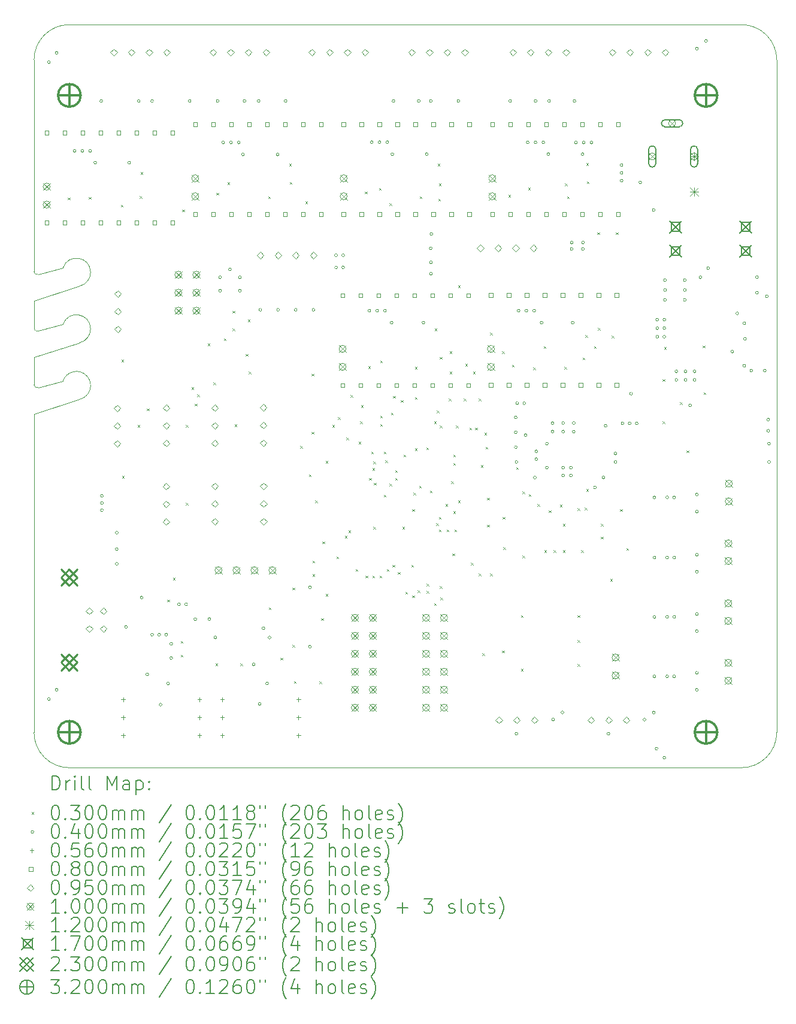
<source format=gbr>
%TF.GenerationSoftware,KiCad,Pcbnew,(6.0.7)*%
%TF.CreationDate,2022-10-06T16:10:52+02:00*%
%TF.ProjectId,mobo,6d6f626f-2e6b-4696-9361-645f70636258,4A*%
%TF.SameCoordinates,Original*%
%TF.FileFunction,Drillmap*%
%TF.FilePolarity,Positive*%
%FSLAX45Y45*%
G04 Gerber Fmt 4.5, Leading zero omitted, Abs format (unit mm)*
G04 Created by KiCad (PCBNEW (6.0.7)) date 2022-10-06 16:10:52*
%MOMM*%
%LPD*%
G01*
G04 APERTURE LIST*
%ADD10C,0.050000*%
%ADD11C,0.200000*%
%ADD12C,0.030000*%
%ADD13C,0.040000*%
%ADD14C,0.056000*%
%ADD15C,0.080000*%
%ADD16C,0.095000*%
%ADD17C,0.100000*%
%ADD18C,0.120000*%
%ADD19C,0.170000*%
%ADD20C,0.230000*%
%ADD21C,0.320000*%
G04 APERTURE END LIST*
D10*
X15900000Y-4100000D02*
X6400000Y-4100000D01*
X6400000Y-4100000D02*
G75*
G03*
X5900000Y-4600000I0J-500000D01*
G01*
X16400000Y-4600000D02*
G75*
G03*
X15900000Y-4100000I-500000J0D01*
G01*
X16400000Y-14100000D02*
X16400000Y-4600000D01*
X6700000Y-8400000D02*
G75*
G03*
X6310263Y-8336754I-200000J0D01*
G01*
X6548683Y-9393761D02*
G75*
G03*
X6310440Y-9136489I-48503J194031D01*
G01*
X5900000Y-9189734D02*
X5900000Y-8800000D01*
X6310263Y-8336754D02*
X5960000Y-8430000D01*
X6548507Y-8594028D02*
X5900000Y-8800000D01*
X6310263Y-7536754D02*
X5960000Y-7630000D01*
X6310440Y-9136489D02*
X5960000Y-9229734D01*
X6700000Y-7600000D02*
G75*
G03*
X6310263Y-7536754I-200000J0D01*
G01*
X5899996Y-9189735D02*
G75*
G03*
X5960000Y-9229734I44564J1845D01*
G01*
X6548507Y-7794028D02*
G75*
G03*
X6700000Y-7600000I-48507J194029D01*
G01*
X5900000Y-7590000D02*
G75*
G03*
X5960000Y-7630000I44340J1510D01*
G01*
X6548507Y-8594028D02*
G75*
G03*
X6700000Y-8400000I-48507J194028D01*
G01*
X6400000Y-14600000D02*
X15900000Y-14600000D01*
X5900000Y-9599734D02*
X5900000Y-14100000D01*
X6548507Y-7794028D02*
X5900000Y-8000000D01*
X5900000Y-14100000D02*
G75*
G03*
X6400000Y-14600000I500000J0D01*
G01*
X6548684Y-9393763D02*
X5900000Y-9599734D01*
X5900000Y-7590000D02*
X5900000Y-4600000D01*
X5900000Y-8390000D02*
G75*
G03*
X5960000Y-8430000I44560J1840D01*
G01*
X5900000Y-8000000D02*
X5900000Y-8390000D01*
X15900000Y-14600000D02*
G75*
G03*
X16400000Y-14100000I0J500000D01*
G01*
D11*
D12*
X6379000Y-6545000D02*
X6409000Y-6575000D01*
X6409000Y-6545000D02*
X6379000Y-6575000D01*
X6675000Y-6535000D02*
X6705000Y-6565000D01*
X6705000Y-6535000D02*
X6675000Y-6565000D01*
X7125700Y-6645000D02*
X7155700Y-6675000D01*
X7155700Y-6645000D02*
X7125700Y-6675000D01*
X7135000Y-8835000D02*
X7165000Y-8865000D01*
X7165000Y-8835000D02*
X7135000Y-8865000D01*
X7145000Y-10475000D02*
X7175000Y-10505000D01*
X7175000Y-10475000D02*
X7145000Y-10505000D01*
X7365000Y-9757000D02*
X7395000Y-9787000D01*
X7395000Y-9757000D02*
X7365000Y-9787000D01*
X7395000Y-6525000D02*
X7425000Y-6555000D01*
X7425000Y-6525000D02*
X7395000Y-6555000D01*
X7405000Y-6185000D02*
X7435000Y-6215000D01*
X7435000Y-6185000D02*
X7405000Y-6215000D01*
X7495000Y-9525000D02*
X7525000Y-9555000D01*
X7525000Y-9525000D02*
X7495000Y-9555000D01*
X7785000Y-12225000D02*
X7815000Y-12255000D01*
X7815000Y-12225000D02*
X7785000Y-12255000D01*
X7865000Y-11915000D02*
X7895000Y-11945000D01*
X7895000Y-11915000D02*
X7865000Y-11945000D01*
X7975000Y-12810000D02*
X8005000Y-12840000D01*
X8005000Y-12810000D02*
X7975000Y-12840000D01*
X7975000Y-13005000D02*
X8005000Y-13035000D01*
X8005000Y-13005000D02*
X7975000Y-13035000D01*
X7995000Y-6715000D02*
X8025000Y-6745000D01*
X8025000Y-6715000D02*
X7995000Y-6745000D01*
X8045000Y-9757000D02*
X8075000Y-9787000D01*
X8075000Y-9757000D02*
X8045000Y-9787000D01*
X8045000Y-10857000D02*
X8075000Y-10887000D01*
X8075000Y-10857000D02*
X8045000Y-10887000D01*
X8125000Y-9225000D02*
X8155000Y-9255000D01*
X8155000Y-9225000D02*
X8125000Y-9255000D01*
X8175000Y-9455000D02*
X8205000Y-9485000D01*
X8205000Y-9455000D02*
X8175000Y-9485000D01*
X8205000Y-9325000D02*
X8235000Y-9355000D01*
X8235000Y-9325000D02*
X8205000Y-9355000D01*
X8355000Y-8605000D02*
X8385000Y-8635000D01*
X8385000Y-8605000D02*
X8355000Y-8635000D01*
X8435000Y-9155000D02*
X8465000Y-9185000D01*
X8465000Y-9155000D02*
X8435000Y-9185000D01*
X8463750Y-13125000D02*
X8493750Y-13155000D01*
X8493750Y-13125000D02*
X8463750Y-13155000D01*
X8479000Y-6475000D02*
X8509000Y-6505000D01*
X8509000Y-6475000D02*
X8479000Y-6505000D01*
X8585000Y-8535000D02*
X8615000Y-8565000D01*
X8615000Y-8535000D02*
X8585000Y-8565000D01*
X8635000Y-6327000D02*
X8665000Y-6357000D01*
X8665000Y-6327000D02*
X8635000Y-6357000D01*
X8705000Y-8145000D02*
X8735000Y-8175000D01*
X8735000Y-8145000D02*
X8705000Y-8175000D01*
X8705000Y-8395000D02*
X8735000Y-8425000D01*
X8735000Y-8395000D02*
X8705000Y-8425000D01*
X8735000Y-9747000D02*
X8765000Y-9777000D01*
X8765000Y-9747000D02*
X8735000Y-9777000D01*
X8815000Y-13125000D02*
X8845000Y-13155000D01*
X8845000Y-13125000D02*
X8815000Y-13155000D01*
X8895000Y-8755000D02*
X8925000Y-8785000D01*
X8925000Y-8755000D02*
X8895000Y-8785000D01*
X8921120Y-8268000D02*
X8951120Y-8298000D01*
X8951120Y-8268000D02*
X8921120Y-8298000D01*
X8935000Y-9005000D02*
X8965000Y-9035000D01*
X8965000Y-9005000D02*
X8935000Y-9035000D01*
X9208500Y-6528400D02*
X9238500Y-6558400D01*
X9238500Y-6528400D02*
X9208500Y-6558400D01*
X9218700Y-12335000D02*
X9248700Y-12365000D01*
X9248700Y-12335000D02*
X9218700Y-12365000D01*
X9385000Y-13045000D02*
X9415000Y-13075000D01*
X9415000Y-13045000D02*
X9385000Y-13075000D01*
X9505000Y-6067000D02*
X9535000Y-6097000D01*
X9535000Y-6067000D02*
X9505000Y-6097000D01*
X9515000Y-6325000D02*
X9545000Y-6355000D01*
X9545000Y-6325000D02*
X9515000Y-6355000D01*
X9555000Y-12055000D02*
X9585000Y-12085000D01*
X9585000Y-12055000D02*
X9555000Y-12085000D01*
X9555000Y-12865000D02*
X9585000Y-12895000D01*
X9585000Y-12865000D02*
X9555000Y-12895000D01*
X9574200Y-13375000D02*
X9604200Y-13405000D01*
X9604200Y-13375000D02*
X9574200Y-13405000D01*
X9665000Y-10055000D02*
X9695000Y-10085000D01*
X9695000Y-10055000D02*
X9665000Y-10085000D01*
X9735000Y-6597000D02*
X9765000Y-6627000D01*
X9765000Y-6597000D02*
X9735000Y-6627000D01*
X9785000Y-10455000D02*
X9815000Y-10485000D01*
X9815000Y-10455000D02*
X9785000Y-10485000D01*
X9825000Y-9035000D02*
X9855000Y-9065000D01*
X9855000Y-9035000D02*
X9825000Y-9065000D01*
X9825000Y-9855000D02*
X9855000Y-9885000D01*
X9855000Y-9855000D02*
X9825000Y-9885000D01*
X9835000Y-11675000D02*
X9865000Y-11705000D01*
X9865000Y-11675000D02*
X9835000Y-11705000D01*
X9835000Y-11865000D02*
X9865000Y-11895000D01*
X9865000Y-11865000D02*
X9835000Y-11895000D01*
X9875000Y-10825000D02*
X9905000Y-10855000D01*
X9905000Y-10825000D02*
X9875000Y-10855000D01*
X9934400Y-13379600D02*
X9964400Y-13409600D01*
X9964400Y-13379600D02*
X9934400Y-13409600D01*
X9957422Y-12489111D02*
X9987422Y-12519111D01*
X9987422Y-12489111D02*
X9957422Y-12519111D01*
X9975000Y-11405000D02*
X10005000Y-11435000D01*
X10005000Y-11405000D02*
X9975000Y-11435000D01*
X10021300Y-12145000D02*
X10051300Y-12175000D01*
X10051300Y-12145000D02*
X10021300Y-12175000D01*
X10025000Y-10265000D02*
X10055000Y-10295000D01*
X10055000Y-10265000D02*
X10025000Y-10295000D01*
X10115000Y-9755000D02*
X10145000Y-9785000D01*
X10145000Y-9755000D02*
X10115000Y-9785000D01*
X10175000Y-11615000D02*
X10205000Y-11645000D01*
X10205000Y-11615000D02*
X10175000Y-11645000D01*
X10195000Y-9645000D02*
X10225000Y-9675000D01*
X10225000Y-9645000D02*
X10195000Y-9675000D01*
X10295000Y-11325000D02*
X10325000Y-11355000D01*
X10325000Y-11325000D02*
X10295000Y-11355000D01*
X10315000Y-9937000D02*
X10345000Y-9967000D01*
X10345000Y-9937000D02*
X10315000Y-9967000D01*
X10345000Y-11245000D02*
X10375000Y-11275000D01*
X10375000Y-11245000D02*
X10345000Y-11275000D01*
X10375000Y-9335000D02*
X10405000Y-9365000D01*
X10405000Y-9335000D02*
X10375000Y-9365000D01*
X10445000Y-11795000D02*
X10475000Y-11825000D01*
X10475000Y-11795000D02*
X10445000Y-11825000D01*
X10490000Y-9992000D02*
X10520000Y-10022000D01*
X10520000Y-9992000D02*
X10490000Y-10022000D01*
X10508332Y-9706464D02*
X10538332Y-9736464D01*
X10538332Y-9706464D02*
X10508332Y-9736464D01*
X10521000Y-9478000D02*
X10551000Y-9508000D01*
X10551000Y-9478000D02*
X10521000Y-9508000D01*
X10578000Y-6459000D02*
X10608000Y-6489000D01*
X10608000Y-6459000D02*
X10578000Y-6489000D01*
X10585000Y-11885000D02*
X10615000Y-11915000D01*
X10615000Y-11885000D02*
X10585000Y-11915000D01*
X10625000Y-8925000D02*
X10655000Y-8955000D01*
X10655000Y-8925000D02*
X10625000Y-8955000D01*
X10635000Y-10505000D02*
X10665000Y-10535000D01*
X10665000Y-10505000D02*
X10635000Y-10535000D01*
X10665000Y-10135000D02*
X10695000Y-10165000D01*
X10695000Y-10135000D02*
X10665000Y-10165000D01*
X10685000Y-10365000D02*
X10715000Y-10395000D01*
X10715000Y-10365000D02*
X10685000Y-10395000D01*
X10685000Y-11885000D02*
X10715000Y-11915000D01*
X10715000Y-11885000D02*
X10685000Y-11915000D01*
X10695000Y-10275000D02*
X10725000Y-10305000D01*
X10725000Y-10275000D02*
X10695000Y-10305000D01*
X10695000Y-11195000D02*
X10725000Y-11225000D01*
X10725000Y-11195000D02*
X10695000Y-11225000D01*
X10705000Y-10575000D02*
X10735000Y-10605000D01*
X10735000Y-10575000D02*
X10705000Y-10605000D01*
X10775000Y-6410000D02*
X10805000Y-6440000D01*
X10805000Y-6410000D02*
X10775000Y-6440000D01*
X10785000Y-11885000D02*
X10815000Y-11915000D01*
X10815000Y-11885000D02*
X10785000Y-11915000D01*
X10795000Y-8845000D02*
X10825000Y-8875000D01*
X10825000Y-8845000D02*
X10795000Y-8875000D01*
X10795000Y-9625000D02*
X10825000Y-9655000D01*
X10825000Y-9625000D02*
X10795000Y-9655000D01*
X10795000Y-9745000D02*
X10825000Y-9775000D01*
X10825000Y-9745000D02*
X10795000Y-9775000D01*
X10845000Y-10135000D02*
X10875000Y-10165000D01*
X10875000Y-10135000D02*
X10845000Y-10165000D01*
X10845000Y-10745000D02*
X10875000Y-10775000D01*
X10875000Y-10745000D02*
X10845000Y-10775000D01*
X10865000Y-10255000D02*
X10895000Y-10285000D01*
X10895000Y-10255000D02*
X10865000Y-10285000D01*
X10885000Y-11795000D02*
X10915000Y-11825000D01*
X10915000Y-11795000D02*
X10885000Y-11825000D01*
X10925000Y-6625000D02*
X10955000Y-6655000D01*
X10955000Y-6625000D02*
X10925000Y-6655000D01*
X10925000Y-10585000D02*
X10955000Y-10615000D01*
X10955000Y-10585000D02*
X10925000Y-10615000D01*
X10945000Y-9585000D02*
X10975000Y-9615000D01*
X10975000Y-9585000D02*
X10945000Y-9615000D01*
X10965000Y-11735000D02*
X10995000Y-11765000D01*
X10995000Y-11735000D02*
X10965000Y-11765000D01*
X10975000Y-9345000D02*
X11005000Y-9375000D01*
X11005000Y-9345000D02*
X10975000Y-9375000D01*
X11005000Y-10395000D02*
X11035000Y-10425000D01*
X11035000Y-10395000D02*
X11005000Y-10425000D01*
X11005000Y-10505000D02*
X11035000Y-10535000D01*
X11035000Y-10505000D02*
X11005000Y-10535000D01*
X11045000Y-11835000D02*
X11075000Y-11865000D01*
X11075000Y-11835000D02*
X11045000Y-11865000D01*
X11085000Y-9405000D02*
X11115000Y-9435000D01*
X11115000Y-9405000D02*
X11085000Y-9435000D01*
X11105000Y-11195000D02*
X11135000Y-11225000D01*
X11135000Y-11195000D02*
X11105000Y-11225000D01*
X11125000Y-10175000D02*
X11155000Y-10205000D01*
X11155000Y-10175000D02*
X11125000Y-10205000D01*
X11150000Y-12115000D02*
X11180000Y-12145000D01*
X11180000Y-12115000D02*
X11150000Y-12145000D01*
X11235000Y-11735000D02*
X11265000Y-11765000D01*
X11265000Y-11735000D02*
X11235000Y-11765000D01*
X11245000Y-10945000D02*
X11275000Y-10975000D01*
X11275000Y-10945000D02*
X11245000Y-10975000D01*
X11245000Y-12165000D02*
X11275000Y-12195000D01*
X11275000Y-12165000D02*
X11245000Y-12195000D01*
X11265000Y-10715000D02*
X11295000Y-10745000D01*
X11295000Y-10715000D02*
X11265000Y-10745000D01*
X11285000Y-8935000D02*
X11315000Y-8965000D01*
X11315000Y-8935000D02*
X11285000Y-8965000D01*
X11285000Y-9365000D02*
X11315000Y-9395000D01*
X11315000Y-9365000D02*
X11285000Y-9395000D01*
X11285000Y-10085000D02*
X11315000Y-10115000D01*
X11315000Y-10085000D02*
X11285000Y-10115000D01*
X11325000Y-12095000D02*
X11355000Y-12125000D01*
X11355000Y-12095000D02*
X11325000Y-12125000D01*
X11345000Y-10615000D02*
X11375000Y-10645000D01*
X11375000Y-10615000D02*
X11345000Y-10645000D01*
X11353000Y-6527000D02*
X11383000Y-6557000D01*
X11383000Y-6527000D02*
X11353000Y-6557000D01*
X11445000Y-10075000D02*
X11475000Y-10105000D01*
X11475000Y-10075000D02*
X11445000Y-10105000D01*
X11450000Y-12000000D02*
X11480000Y-12030000D01*
X11480000Y-12000000D02*
X11450000Y-12030000D01*
X11450000Y-12100000D02*
X11480000Y-12130000D01*
X11480000Y-12100000D02*
X11450000Y-12130000D01*
X11495000Y-10685000D02*
X11525000Y-10715000D01*
X11525000Y-10685000D02*
X11495000Y-10715000D01*
X11555000Y-9705000D02*
X11585000Y-9735000D01*
X11585000Y-9705000D02*
X11555000Y-9735000D01*
X11555000Y-12275000D02*
X11585000Y-12305000D01*
X11585000Y-12275000D02*
X11555000Y-12305000D01*
X11565000Y-8395000D02*
X11595000Y-8425000D01*
X11595000Y-8395000D02*
X11565000Y-8425000D01*
X11585000Y-11145000D02*
X11615000Y-11175000D01*
X11615000Y-11145000D02*
X11585000Y-11175000D01*
X11595000Y-9555000D02*
X11625000Y-9585000D01*
X11625000Y-9555000D02*
X11595000Y-9585000D01*
X11605000Y-6067000D02*
X11635000Y-6097000D01*
X11635000Y-6067000D02*
X11605000Y-6097000D01*
X11615000Y-6560000D02*
X11645000Y-6590000D01*
X11645000Y-6560000D02*
X11615000Y-6590000D01*
X11625000Y-6345000D02*
X11655000Y-6375000D01*
X11655000Y-6345000D02*
X11625000Y-6375000D01*
X11625000Y-11055000D02*
X11655000Y-11085000D01*
X11655000Y-11055000D02*
X11625000Y-11085000D01*
X11625000Y-11235000D02*
X11655000Y-11265000D01*
X11655000Y-11235000D02*
X11625000Y-11265000D01*
X11635000Y-8795000D02*
X11665000Y-8825000D01*
X11665000Y-8795000D02*
X11635000Y-8825000D01*
X11635000Y-9765000D02*
X11665000Y-9795000D01*
X11665000Y-9765000D02*
X11635000Y-9795000D01*
X11635000Y-12035000D02*
X11665000Y-12065000D01*
X11665000Y-12035000D02*
X11635000Y-12065000D01*
X11645000Y-12195000D02*
X11675000Y-12225000D01*
X11675000Y-12195000D02*
X11645000Y-12225000D01*
X11715000Y-10875000D02*
X11745000Y-10905000D01*
X11745000Y-10875000D02*
X11715000Y-10905000D01*
X11735000Y-11235000D02*
X11765000Y-11265000D01*
X11765000Y-11235000D02*
X11735000Y-11265000D01*
X11765000Y-9385000D02*
X11795000Y-9415000D01*
X11795000Y-9385000D02*
X11765000Y-9415000D01*
X11775000Y-8715000D02*
X11805000Y-8745000D01*
X11805000Y-8715000D02*
X11775000Y-8745000D01*
X11775000Y-9001950D02*
X11805000Y-9031950D01*
X11805000Y-9001950D02*
X11775000Y-9031950D01*
X11795000Y-10555000D02*
X11825000Y-10585000D01*
X11825000Y-10555000D02*
X11795000Y-10585000D01*
X11815000Y-11575000D02*
X11845000Y-11605000D01*
X11845000Y-11575000D02*
X11815000Y-11605000D01*
X11825000Y-10175000D02*
X11855000Y-10205000D01*
X11855000Y-10175000D02*
X11825000Y-10205000D01*
X11825000Y-10295000D02*
X11855000Y-10325000D01*
X11855000Y-10295000D02*
X11825000Y-10325000D01*
X11825000Y-10975000D02*
X11855000Y-11005000D01*
X11855000Y-10975000D02*
X11825000Y-11005000D01*
X11845000Y-11235000D02*
X11875000Y-11265000D01*
X11875000Y-11235000D02*
X11845000Y-11265000D01*
X11865000Y-9765000D02*
X11895000Y-9795000D01*
X11895000Y-9765000D02*
X11865000Y-9795000D01*
X11895000Y-7785000D02*
X11925000Y-7815000D01*
X11925000Y-7785000D02*
X11895000Y-7815000D01*
X11895000Y-10825000D02*
X11925000Y-10855000D01*
X11925000Y-10825000D02*
X11895000Y-10855000D01*
X11972521Y-9385000D02*
X12002521Y-9415000D01*
X12002521Y-9385000D02*
X11972521Y-9415000D01*
X11995000Y-8895000D02*
X12025000Y-8925000D01*
X12025000Y-8895000D02*
X11995000Y-8925000D01*
X12055000Y-9795000D02*
X12085000Y-9825000D01*
X12085000Y-9795000D02*
X12055000Y-9825000D01*
X12075000Y-11705000D02*
X12105000Y-11735000D01*
X12105000Y-11705000D02*
X12075000Y-11735000D01*
X12105000Y-9005000D02*
X12135000Y-9035000D01*
X12135000Y-9005000D02*
X12105000Y-9035000D01*
X12135000Y-9795000D02*
X12165000Y-9825000D01*
X12165000Y-9795000D02*
X12135000Y-9825000D01*
X12185000Y-9385000D02*
X12215000Y-9415000D01*
X12215000Y-9385000D02*
X12185000Y-9415000D01*
X12185574Y-11857712D02*
X12215574Y-11887712D01*
X12215574Y-11857712D02*
X12185574Y-11887712D01*
X12215000Y-10325000D02*
X12245000Y-10355000D01*
X12245000Y-10325000D02*
X12215000Y-10355000D01*
X12235000Y-12985000D02*
X12265000Y-13015000D01*
X12265000Y-12985000D02*
X12235000Y-13015000D01*
X12265000Y-9865000D02*
X12295000Y-9895000D01*
X12295000Y-9865000D02*
X12265000Y-9895000D01*
X12285000Y-10065000D02*
X12315000Y-10095000D01*
X12315000Y-10065000D02*
X12285000Y-10095000D01*
X12305000Y-10785000D02*
X12335000Y-10815000D01*
X12335000Y-10785000D02*
X12305000Y-10815000D01*
X12305000Y-11165000D02*
X12335000Y-11195000D01*
X12335000Y-11165000D02*
X12305000Y-11195000D01*
X12345000Y-8455000D02*
X12375000Y-8485000D01*
X12375000Y-8455000D02*
X12345000Y-8485000D01*
X12345000Y-11855000D02*
X12375000Y-11885000D01*
X12375000Y-11855000D02*
X12345000Y-11885000D01*
X12515000Y-8715000D02*
X12545000Y-8745000D01*
X12545000Y-8715000D02*
X12515000Y-8745000D01*
X12515000Y-12945000D02*
X12545000Y-12975000D01*
X12545000Y-12945000D02*
X12515000Y-12975000D01*
X12525000Y-11055000D02*
X12555000Y-11085000D01*
X12555000Y-11055000D02*
X12525000Y-11085000D01*
X12535000Y-11485000D02*
X12565000Y-11515000D01*
X12565000Y-11485000D02*
X12535000Y-11515000D01*
X12604000Y-6507000D02*
X12634000Y-6537000D01*
X12634000Y-6507000D02*
X12604000Y-6537000D01*
X12655000Y-8905000D02*
X12685000Y-8935000D01*
X12685000Y-8905000D02*
X12655000Y-8935000D01*
X12715000Y-10355000D02*
X12745000Y-10385000D01*
X12745000Y-10355000D02*
X12715000Y-10385000D01*
X12785000Y-12445000D02*
X12815000Y-12475000D01*
X12815000Y-12445000D02*
X12785000Y-12475000D01*
X12785000Y-13205000D02*
X12815000Y-13235000D01*
X12815000Y-13205000D02*
X12785000Y-13235000D01*
X12805000Y-10695000D02*
X12835000Y-10725000D01*
X12835000Y-10695000D02*
X12805000Y-10725000D01*
X12805000Y-11605000D02*
X12835000Y-11635000D01*
X12835000Y-11605000D02*
X12805000Y-11635000D01*
X12885000Y-6405000D02*
X12915000Y-6435000D01*
X12915000Y-6405000D02*
X12885000Y-6435000D01*
X12895000Y-10735000D02*
X12925000Y-10765000D01*
X12925000Y-10735000D02*
X12895000Y-10765000D01*
X12955000Y-8945000D02*
X12985000Y-8975000D01*
X12985000Y-8945000D02*
X12955000Y-8975000D01*
X13015000Y-10875000D02*
X13045000Y-10905000D01*
X13045000Y-10875000D02*
X13015000Y-10905000D01*
X13105000Y-8645000D02*
X13135000Y-8675000D01*
X13135000Y-8645000D02*
X13105000Y-8675000D01*
X13115000Y-11525000D02*
X13145000Y-11555000D01*
X13145000Y-11525000D02*
X13115000Y-11555000D01*
X13175000Y-10965000D02*
X13205000Y-10995000D01*
X13205000Y-10965000D02*
X13175000Y-10995000D01*
X13245000Y-11525000D02*
X13275000Y-11555000D01*
X13275000Y-11525000D02*
X13245000Y-11555000D01*
X13335000Y-10885000D02*
X13365000Y-10915000D01*
X13365000Y-10885000D02*
X13335000Y-10915000D01*
X13375000Y-11155000D02*
X13405000Y-11185000D01*
X13405000Y-11155000D02*
X13375000Y-11185000D01*
X13375000Y-11525000D02*
X13405000Y-11555000D01*
X13405000Y-11525000D02*
X13375000Y-11555000D01*
X13396550Y-8935000D02*
X13426550Y-8965000D01*
X13426550Y-8935000D02*
X13396550Y-8965000D01*
X13405000Y-6345000D02*
X13435000Y-6375000D01*
X13435000Y-6345000D02*
X13405000Y-6375000D01*
X13435550Y-6526400D02*
X13465550Y-6556400D01*
X13465550Y-6526400D02*
X13435550Y-6556400D01*
X13585000Y-10935000D02*
X13615000Y-10965000D01*
X13615000Y-10935000D02*
X13585000Y-10965000D01*
X13585000Y-12445000D02*
X13615000Y-12475000D01*
X13615000Y-12445000D02*
X13585000Y-12475000D01*
X13585000Y-12795000D02*
X13615000Y-12825000D01*
X13615000Y-12795000D02*
X13585000Y-12825000D01*
X13585000Y-13135000D02*
X13615000Y-13165000D01*
X13615000Y-13135000D02*
X13585000Y-13165000D01*
X13635000Y-11525000D02*
X13665000Y-11555000D01*
X13665000Y-11525000D02*
X13635000Y-11555000D01*
X13655000Y-8805000D02*
X13685000Y-8835000D01*
X13685000Y-8805000D02*
X13655000Y-8835000D01*
X13685000Y-10925000D02*
X13715000Y-10955000D01*
X13715000Y-10925000D02*
X13685000Y-10955000D01*
X13695000Y-8485000D02*
X13725000Y-8515000D01*
X13725000Y-8485000D02*
X13695000Y-8515000D01*
X13705000Y-6055000D02*
X13735000Y-6085000D01*
X13735000Y-6055000D02*
X13705000Y-6085000D01*
X13705000Y-10665000D02*
X13735000Y-10695000D01*
X13735000Y-10665000D02*
X13705000Y-10695000D01*
X13715000Y-6315000D02*
X13745000Y-6345000D01*
X13745000Y-6315000D02*
X13715000Y-6345000D01*
X13815000Y-8645000D02*
X13845000Y-8675000D01*
X13845000Y-8645000D02*
X13815000Y-8675000D01*
X13865000Y-7035000D02*
X13895000Y-7065000D01*
X13895000Y-7035000D02*
X13865000Y-7065000D01*
X13870000Y-8385000D02*
X13900000Y-8415000D01*
X13900000Y-8385000D02*
X13870000Y-8415000D01*
X13915000Y-11155000D02*
X13945000Y-11185000D01*
X13945000Y-11155000D02*
X13915000Y-11185000D01*
X13915000Y-11335000D02*
X13945000Y-11365000D01*
X13945000Y-11335000D02*
X13915000Y-11365000D01*
X14045000Y-11935000D02*
X14075000Y-11965000D01*
X14075000Y-11935000D02*
X14045000Y-11965000D01*
X14065000Y-8495000D02*
X14095000Y-8525000D01*
X14095000Y-8495000D02*
X14065000Y-8525000D01*
X14125000Y-7035000D02*
X14155000Y-7065000D01*
X14155000Y-7035000D02*
X14125000Y-7065000D01*
X14185000Y-10945000D02*
X14215000Y-10975000D01*
X14215000Y-10945000D02*
X14185000Y-10975000D01*
X14275000Y-11495000D02*
X14305000Y-11525000D01*
X14305000Y-11495000D02*
X14275000Y-11525000D01*
X14785000Y-9110000D02*
X14815000Y-9140000D01*
X14815000Y-9110000D02*
X14785000Y-9140000D01*
X14785000Y-9705000D02*
X14815000Y-9735000D01*
X14815000Y-9705000D02*
X14785000Y-9735000D01*
X14805000Y-8655000D02*
X14835000Y-8685000D01*
X14835000Y-8655000D02*
X14805000Y-8685000D01*
X15033000Y-9435000D02*
X15063000Y-9465000D01*
X15063000Y-9435000D02*
X15033000Y-9465000D01*
X15125000Y-10115000D02*
X15155000Y-10145000D01*
X15155000Y-10115000D02*
X15125000Y-10145000D01*
X15355000Y-8635000D02*
X15385000Y-8665000D01*
X15385000Y-8635000D02*
X15355000Y-8665000D01*
X15365000Y-9295000D02*
X15395000Y-9325000D01*
X15395000Y-9295000D02*
X15365000Y-9325000D01*
D13*
X6130000Y-4630000D02*
G75*
G03*
X6130000Y-4630000I-20000J0D01*
G01*
X6130000Y-13630000D02*
G75*
G03*
X6130000Y-13630000I-20000J0D01*
G01*
X6240000Y-4500000D02*
G75*
G03*
X6240000Y-4500000I-20000J0D01*
G01*
X6240000Y-13500000D02*
G75*
G03*
X6240000Y-13500000I-20000J0D01*
G01*
X6495000Y-5885000D02*
G75*
G03*
X6495000Y-5885000I-20000J0D01*
G01*
X6605000Y-5885000D02*
G75*
G03*
X6605000Y-5885000I-20000J0D01*
G01*
X6715000Y-5885000D02*
G75*
G03*
X6715000Y-5885000I-20000J0D01*
G01*
X6785000Y-6050000D02*
G75*
G03*
X6785000Y-6050000I-20000J0D01*
G01*
X6870000Y-5180000D02*
G75*
G03*
X6870000Y-5180000I-20000J0D01*
G01*
X6880000Y-10760000D02*
G75*
G03*
X6880000Y-10760000I-20000J0D01*
G01*
X6880000Y-10860000D02*
G75*
G03*
X6880000Y-10860000I-20000J0D01*
G01*
X6880000Y-10960000D02*
G75*
G03*
X6880000Y-10960000I-20000J0D01*
G01*
X7090000Y-11280000D02*
G75*
G03*
X7090000Y-11280000I-20000J0D01*
G01*
X7090000Y-11510000D02*
G75*
G03*
X7090000Y-11510000I-20000J0D01*
G01*
X7090000Y-11720000D02*
G75*
G03*
X7090000Y-11720000I-20000J0D01*
G01*
X7220000Y-12610000D02*
G75*
G03*
X7220000Y-12610000I-20000J0D01*
G01*
X7265000Y-6050000D02*
G75*
G03*
X7265000Y-6050000I-20000J0D01*
G01*
X7400000Y-5180000D02*
G75*
G03*
X7400000Y-5180000I-20000J0D01*
G01*
X7440000Y-12195000D02*
G75*
G03*
X7440000Y-12195000I-20000J0D01*
G01*
X7520000Y-13280000D02*
G75*
G03*
X7520000Y-13280000I-20000J0D01*
G01*
X7590000Y-5180000D02*
G75*
G03*
X7590000Y-5180000I-20000J0D01*
G01*
X7590000Y-12720000D02*
G75*
G03*
X7590000Y-12720000I-20000J0D01*
G01*
X7690000Y-12720000D02*
G75*
G03*
X7690000Y-12720000I-20000J0D01*
G01*
X7710000Y-13710000D02*
G75*
G03*
X7710000Y-13710000I-20000J0D01*
G01*
X7790000Y-12720000D02*
G75*
G03*
X7790000Y-12720000I-20000J0D01*
G01*
X7815000Y-13410000D02*
G75*
G03*
X7815000Y-13410000I-20000J0D01*
G01*
X7860000Y-12850000D02*
G75*
G03*
X7860000Y-12850000I-20000J0D01*
G01*
X7860000Y-13050000D02*
G75*
G03*
X7860000Y-13050000I-20000J0D01*
G01*
X7970000Y-12290000D02*
G75*
G03*
X7970000Y-12290000I-20000J0D01*
G01*
X8070000Y-12290000D02*
G75*
G03*
X8070000Y-12290000I-20000J0D01*
G01*
X8120000Y-5180000D02*
G75*
G03*
X8120000Y-5180000I-20000J0D01*
G01*
X8200000Y-12500000D02*
G75*
G03*
X8200000Y-12500000I-20000J0D01*
G01*
X8400000Y-12500000D02*
G75*
G03*
X8400000Y-12500000I-20000J0D01*
G01*
X8485000Y-12760000D02*
G75*
G03*
X8485000Y-12760000I-20000J0D01*
G01*
X8516000Y-5179400D02*
G75*
G03*
X8516000Y-5179400I-20000J0D01*
G01*
X8550000Y-7670000D02*
G75*
G03*
X8550000Y-7670000I-20000J0D01*
G01*
X8550000Y-7860000D02*
G75*
G03*
X8550000Y-7860000I-20000J0D01*
G01*
X8595000Y-5765000D02*
G75*
G03*
X8595000Y-5765000I-20000J0D01*
G01*
X8690000Y-7560000D02*
G75*
G03*
X8690000Y-7560000I-20000J0D01*
G01*
X8705000Y-5765000D02*
G75*
G03*
X8705000Y-5765000I-20000J0D01*
G01*
X8815000Y-5765000D02*
G75*
G03*
X8815000Y-5765000I-20000J0D01*
G01*
X8830000Y-7670000D02*
G75*
G03*
X8830000Y-7670000I-20000J0D01*
G01*
X8830000Y-7860000D02*
G75*
G03*
X8830000Y-7860000I-20000J0D01*
G01*
X8875000Y-5935000D02*
G75*
G03*
X8875000Y-5935000I-20000J0D01*
G01*
X8896000Y-5179400D02*
G75*
G03*
X8896000Y-5179400I-20000J0D01*
G01*
X9025000Y-13140000D02*
G75*
G03*
X9025000Y-13140000I-20000J0D01*
G01*
X9096000Y-5179400D02*
G75*
G03*
X9096000Y-5179400I-20000J0D01*
G01*
X9110000Y-13700000D02*
G75*
G03*
X9110000Y-13700000I-20000J0D01*
G01*
X9120000Y-8130000D02*
G75*
G03*
X9120000Y-8130000I-20000J0D01*
G01*
X9162500Y-12630000D02*
G75*
G03*
X9162500Y-12630000I-20000J0D01*
G01*
X9215000Y-13410000D02*
G75*
G03*
X9215000Y-13410000I-20000J0D01*
G01*
X9250000Y-12760000D02*
G75*
G03*
X9250000Y-12760000I-20000J0D01*
G01*
X9365000Y-5935000D02*
G75*
G03*
X9365000Y-5935000I-20000J0D01*
G01*
X9370000Y-8130000D02*
G75*
G03*
X9370000Y-8130000I-20000J0D01*
G01*
X9476000Y-5179400D02*
G75*
G03*
X9476000Y-5179400I-20000J0D01*
G01*
X9620000Y-8130000D02*
G75*
G03*
X9620000Y-8130000I-20000J0D01*
G01*
X9820000Y-12050000D02*
G75*
G03*
X9820000Y-12050000I-20000J0D01*
G01*
X9820000Y-12890000D02*
G75*
G03*
X9820000Y-12890000I-20000J0D01*
G01*
X9870000Y-8130000D02*
G75*
G03*
X9870000Y-8130000I-20000J0D01*
G01*
X10190000Y-7360000D02*
G75*
G03*
X10190000Y-7360000I-20000J0D01*
G01*
X10190000Y-7530000D02*
G75*
G03*
X10190000Y-7530000I-20000J0D01*
G01*
X10290000Y-7360000D02*
G75*
G03*
X10290000Y-7360000I-20000J0D01*
G01*
X10290000Y-7530000D02*
G75*
G03*
X10290000Y-7530000I-20000J0D01*
G01*
X10660000Y-8142000D02*
G75*
G03*
X10660000Y-8142000I-20000J0D01*
G01*
X10695000Y-5760000D02*
G75*
G03*
X10695000Y-5760000I-20000J0D01*
G01*
X10770000Y-8142000D02*
G75*
G03*
X10770000Y-8142000I-20000J0D01*
G01*
X10805000Y-5760000D02*
G75*
G03*
X10805000Y-5760000I-20000J0D01*
G01*
X10880000Y-8142000D02*
G75*
G03*
X10880000Y-8142000I-20000J0D01*
G01*
X10915000Y-5760000D02*
G75*
G03*
X10915000Y-5760000I-20000J0D01*
G01*
X10975000Y-8310000D02*
G75*
G03*
X10975000Y-8310000I-20000J0D01*
G01*
X10985000Y-5930000D02*
G75*
G03*
X10985000Y-5930000I-20000J0D01*
G01*
X11002000Y-5180000D02*
G75*
G03*
X11002000Y-5180000I-20000J0D01*
G01*
X11360000Y-5180000D02*
G75*
G03*
X11360000Y-5180000I-20000J0D01*
G01*
X11425000Y-8310000D02*
G75*
G03*
X11425000Y-8310000I-20000J0D01*
G01*
X11470000Y-5930000D02*
G75*
G03*
X11470000Y-5930000I-20000J0D01*
G01*
X11527500Y-7260000D02*
G75*
G03*
X11527500Y-7260000I-20000J0D01*
G01*
X11530000Y-5180000D02*
G75*
G03*
X11530000Y-5180000I-20000J0D01*
G01*
X11530000Y-7460000D02*
G75*
G03*
X11530000Y-7460000I-20000J0D01*
G01*
X11530000Y-7620000D02*
G75*
G03*
X11530000Y-7620000I-20000J0D01*
G01*
X11537500Y-7060000D02*
G75*
G03*
X11537500Y-7060000I-20000J0D01*
G01*
X11920000Y-5180000D02*
G75*
G03*
X11920000Y-5180000I-20000J0D01*
G01*
X12650000Y-5180000D02*
G75*
G03*
X12650000Y-5180000I-20000J0D01*
G01*
X12730000Y-9650000D02*
G75*
G03*
X12730000Y-9650000I-20000J0D01*
G01*
X12730000Y-9860000D02*
G75*
G03*
X12730000Y-9860000I-20000J0D01*
G01*
X12730000Y-10070000D02*
G75*
G03*
X12730000Y-10070000I-20000J0D01*
G01*
X12740000Y-10280000D02*
G75*
G03*
X12740000Y-10280000I-20000J0D01*
G01*
X12740000Y-14120000D02*
G75*
G03*
X12740000Y-14120000I-20000J0D01*
G01*
X12750000Y-9450000D02*
G75*
G03*
X12750000Y-9450000I-20000J0D01*
G01*
X12770000Y-8142000D02*
G75*
G03*
X12770000Y-8142000I-20000J0D01*
G01*
X12850000Y-9450000D02*
G75*
G03*
X12850000Y-9450000I-20000J0D01*
G01*
X12870000Y-9900000D02*
G75*
G03*
X12870000Y-9900000I-20000J0D01*
G01*
X12880000Y-8142000D02*
G75*
G03*
X12880000Y-8142000I-20000J0D01*
G01*
X12900000Y-5765000D02*
G75*
G03*
X12900000Y-5765000I-20000J0D01*
G01*
X12990000Y-8142000D02*
G75*
G03*
X12990000Y-8142000I-20000J0D01*
G01*
X13000000Y-10500000D02*
G75*
G03*
X13000000Y-10500000I-20000J0D01*
G01*
X13010000Y-5180000D02*
G75*
G03*
X13010000Y-5180000I-20000J0D01*
G01*
X13010000Y-5765000D02*
G75*
G03*
X13010000Y-5765000I-20000J0D01*
G01*
X13020000Y-10130000D02*
G75*
G03*
X13020000Y-10130000I-20000J0D01*
G01*
X13020000Y-10240000D02*
G75*
G03*
X13020000Y-10240000I-20000J0D01*
G01*
X13095000Y-8310000D02*
G75*
G03*
X13095000Y-8310000I-20000J0D01*
G01*
X13120000Y-5765000D02*
G75*
G03*
X13120000Y-5765000I-20000J0D01*
G01*
X13170000Y-10020000D02*
G75*
G03*
X13170000Y-10020000I-20000J0D01*
G01*
X13170000Y-10360000D02*
G75*
G03*
X13170000Y-10360000I-20000J0D01*
G01*
X13190000Y-5930000D02*
G75*
G03*
X13190000Y-5930000I-20000J0D01*
G01*
X13200000Y-5180000D02*
G75*
G03*
X13200000Y-5180000I-20000J0D01*
G01*
X13250000Y-9730000D02*
G75*
G03*
X13250000Y-9730000I-20000J0D01*
G01*
X13250000Y-9850000D02*
G75*
G03*
X13250000Y-9850000I-20000J0D01*
G01*
X13260000Y-13920000D02*
G75*
G03*
X13260000Y-13920000I-20000J0D01*
G01*
X13390000Y-13820000D02*
G75*
G03*
X13390000Y-13820000I-20000J0D01*
G01*
X13400000Y-9730000D02*
G75*
G03*
X13400000Y-9730000I-20000J0D01*
G01*
X13400000Y-9850000D02*
G75*
G03*
X13400000Y-9850000I-20000J0D01*
G01*
X13400000Y-10360000D02*
G75*
G03*
X13400000Y-10360000I-20000J0D01*
G01*
X13400000Y-10470000D02*
G75*
G03*
X13400000Y-10470000I-20000J0D01*
G01*
X13510000Y-10360000D02*
G75*
G03*
X13510000Y-10360000I-20000J0D01*
G01*
X13510000Y-10470000D02*
G75*
G03*
X13510000Y-10470000I-20000J0D01*
G01*
X13520000Y-7180000D02*
G75*
G03*
X13520000Y-7180000I-20000J0D01*
G01*
X13520000Y-7270000D02*
G75*
G03*
X13520000Y-7270000I-20000J0D01*
G01*
X13535000Y-8310000D02*
G75*
G03*
X13535000Y-8310000I-20000J0D01*
G01*
X13550000Y-9730000D02*
G75*
G03*
X13550000Y-9730000I-20000J0D01*
G01*
X13550000Y-9850000D02*
G75*
G03*
X13550000Y-9850000I-20000J0D01*
G01*
X13560000Y-5180000D02*
G75*
G03*
X13560000Y-5180000I-20000J0D01*
G01*
X13580000Y-5765000D02*
G75*
G03*
X13580000Y-5765000I-20000J0D01*
G01*
X13675000Y-5930000D02*
G75*
G03*
X13675000Y-5930000I-20000J0D01*
G01*
X13680000Y-7180000D02*
G75*
G03*
X13680000Y-7180000I-20000J0D01*
G01*
X13680000Y-7270000D02*
G75*
G03*
X13680000Y-7270000I-20000J0D01*
G01*
X13690000Y-5765000D02*
G75*
G03*
X13690000Y-5765000I-20000J0D01*
G01*
X13800000Y-5765000D02*
G75*
G03*
X13800000Y-5765000I-20000J0D01*
G01*
X13850000Y-10640000D02*
G75*
G03*
X13850000Y-10640000I-20000J0D01*
G01*
X13970000Y-10500000D02*
G75*
G03*
X13970000Y-10500000I-20000J0D01*
G01*
X14000000Y-9770000D02*
G75*
G03*
X14000000Y-9770000I-20000J0D01*
G01*
X14040000Y-14120000D02*
G75*
G03*
X14040000Y-14120000I-20000J0D01*
G01*
X14140000Y-10160000D02*
G75*
G03*
X14140000Y-10160000I-20000J0D01*
G01*
X14140000Y-10280000D02*
G75*
G03*
X14140000Y-10280000I-20000J0D01*
G01*
X14225000Y-6085000D02*
G75*
G03*
X14225000Y-6085000I-20000J0D01*
G01*
X14225000Y-6195000D02*
G75*
G03*
X14225000Y-6195000I-20000J0D01*
G01*
X14225000Y-6305000D02*
G75*
G03*
X14225000Y-6305000I-20000J0D01*
G01*
X14240000Y-9735000D02*
G75*
G03*
X14240000Y-9735000I-20000J0D01*
G01*
X14340000Y-9735000D02*
G75*
G03*
X14340000Y-9735000I-20000J0D01*
G01*
X14360000Y-9315000D02*
G75*
G03*
X14360000Y-9315000I-20000J0D01*
G01*
X14440000Y-9735000D02*
G75*
G03*
X14440000Y-9735000I-20000J0D01*
G01*
X14490000Y-6330000D02*
G75*
G03*
X14490000Y-6330000I-20000J0D01*
G01*
X14550000Y-13920000D02*
G75*
G03*
X14550000Y-13920000I-20000J0D01*
G01*
X14680000Y-6720000D02*
G75*
G03*
X14680000Y-6720000I-20000J0D01*
G01*
X14680000Y-13820000D02*
G75*
G03*
X14680000Y-13820000I-20000J0D01*
G01*
X14690000Y-10780000D02*
G75*
G03*
X14690000Y-10780000I-20000J0D01*
G01*
X14690000Y-11630000D02*
G75*
G03*
X14690000Y-11630000I-20000J0D01*
G01*
X14690000Y-12470000D02*
G75*
G03*
X14690000Y-12470000I-20000J0D01*
G01*
X14690000Y-13310000D02*
G75*
G03*
X14690000Y-13310000I-20000J0D01*
G01*
X14720000Y-14330000D02*
G75*
G03*
X14720000Y-14330000I-20000J0D01*
G01*
X14730000Y-8270000D02*
G75*
G03*
X14730000Y-8270000I-20000J0D01*
G01*
X14730000Y-8390000D02*
G75*
G03*
X14730000Y-8390000I-20000J0D01*
G01*
X14730000Y-8510000D02*
G75*
G03*
X14730000Y-8510000I-20000J0D01*
G01*
X14830000Y-8270000D02*
G75*
G03*
X14830000Y-8270000I-20000J0D01*
G01*
X14830000Y-8390000D02*
G75*
G03*
X14830000Y-8390000I-20000J0D01*
G01*
X14830000Y-8510000D02*
G75*
G03*
X14830000Y-8510000I-20000J0D01*
G01*
X14830000Y-14460000D02*
G75*
G03*
X14830000Y-14460000I-20000J0D01*
G01*
X14839467Y-7990533D02*
G75*
G03*
X14839467Y-7990533I-20000J0D01*
G01*
X14840000Y-7710000D02*
G75*
G03*
X14840000Y-7710000I-20000J0D01*
G01*
X14840000Y-7850000D02*
G75*
G03*
X14840000Y-7850000I-20000J0D01*
G01*
X14870000Y-10780000D02*
G75*
G03*
X14870000Y-10780000I-20000J0D01*
G01*
X14870000Y-11630000D02*
G75*
G03*
X14870000Y-11630000I-20000J0D01*
G01*
X14870000Y-12470000D02*
G75*
G03*
X14870000Y-12470000I-20000J0D01*
G01*
X14870000Y-13310000D02*
G75*
G03*
X14870000Y-13310000I-20000J0D01*
G01*
X14970000Y-10780000D02*
G75*
G03*
X14970000Y-10780000I-20000J0D01*
G01*
X14970000Y-11630000D02*
G75*
G03*
X14970000Y-11630000I-20000J0D01*
G01*
X14970000Y-12470000D02*
G75*
G03*
X14970000Y-12470000I-20000J0D01*
G01*
X14970000Y-13310000D02*
G75*
G03*
X14970000Y-13310000I-20000J0D01*
G01*
X15000000Y-9000000D02*
G75*
G03*
X15000000Y-9000000I-20000J0D01*
G01*
X15000000Y-9120000D02*
G75*
G03*
X15000000Y-9120000I-20000J0D01*
G01*
X15120000Y-7710000D02*
G75*
G03*
X15120000Y-7710000I-20000J0D01*
G01*
X15120000Y-7850000D02*
G75*
G03*
X15120000Y-7850000I-20000J0D01*
G01*
X15120000Y-7990000D02*
G75*
G03*
X15120000Y-7990000I-20000J0D01*
G01*
X15130000Y-9000000D02*
G75*
G03*
X15130000Y-9000000I-20000J0D01*
G01*
X15130000Y-9120000D02*
G75*
G03*
X15130000Y-9120000I-20000J0D01*
G01*
X15195000Y-9480000D02*
G75*
G03*
X15195000Y-9480000I-20000J0D01*
G01*
X15258200Y-9000000D02*
G75*
G03*
X15258200Y-9000000I-20000J0D01*
G01*
X15258200Y-9120000D02*
G75*
G03*
X15258200Y-9120000I-20000J0D01*
G01*
X15290000Y-4440000D02*
G75*
G03*
X15290000Y-4440000I-20000J0D01*
G01*
X15290000Y-10740000D02*
G75*
G03*
X15290000Y-10740000I-20000J0D01*
G01*
X15290000Y-10980000D02*
G75*
G03*
X15290000Y-10980000I-20000J0D01*
G01*
X15290000Y-11590000D02*
G75*
G03*
X15290000Y-11590000I-20000J0D01*
G01*
X15290000Y-11830000D02*
G75*
G03*
X15290000Y-11830000I-20000J0D01*
G01*
X15290000Y-12430000D02*
G75*
G03*
X15290000Y-12430000I-20000J0D01*
G01*
X15290000Y-12670000D02*
G75*
G03*
X15290000Y-12670000I-20000J0D01*
G01*
X15290000Y-13260000D02*
G75*
G03*
X15290000Y-13260000I-20000J0D01*
G01*
X15290000Y-13500000D02*
G75*
G03*
X15290000Y-13500000I-20000J0D01*
G01*
X15340000Y-7670000D02*
G75*
G03*
X15340000Y-7670000I-20000J0D01*
G01*
X15420000Y-4330000D02*
G75*
G03*
X15420000Y-4330000I-20000J0D01*
G01*
X15450000Y-7540000D02*
G75*
G03*
X15450000Y-7540000I-20000J0D01*
G01*
X15791464Y-8719801D02*
G75*
G03*
X15791464Y-8719801I-20000J0D01*
G01*
X15860000Y-8180000D02*
G75*
G03*
X15860000Y-8180000I-20000J0D01*
G01*
X15960000Y-8320000D02*
G75*
G03*
X15960000Y-8320000I-20000J0D01*
G01*
X15960000Y-8920000D02*
G75*
G03*
X15960000Y-8920000I-20000J0D01*
G01*
X15970000Y-8540000D02*
G75*
G03*
X15970000Y-8540000I-20000J0D01*
G01*
X16060000Y-8990000D02*
G75*
G03*
X16060000Y-8990000I-20000J0D01*
G01*
X16140000Y-7670000D02*
G75*
G03*
X16140000Y-7670000I-20000J0D01*
G01*
X16140000Y-7890000D02*
G75*
G03*
X16140000Y-7890000I-20000J0D01*
G01*
X16250000Y-8990000D02*
G75*
G03*
X16250000Y-8990000I-20000J0D01*
G01*
X16280000Y-7940000D02*
G75*
G03*
X16280000Y-7940000I-20000J0D01*
G01*
X16300000Y-9680000D02*
G75*
G03*
X16300000Y-9680000I-20000J0D01*
G01*
X16300000Y-9840000D02*
G75*
G03*
X16300000Y-9840000I-20000J0D01*
G01*
X16310000Y-10020000D02*
G75*
G03*
X16310000Y-10020000I-20000J0D01*
G01*
X16310000Y-10280000D02*
G75*
G03*
X16310000Y-10280000I-20000J0D01*
G01*
D14*
X7160000Y-13608000D02*
X7160000Y-13664000D01*
X7132000Y-13636000D02*
X7188000Y-13636000D01*
X7160000Y-13862000D02*
X7160000Y-13918000D01*
X7132000Y-13890000D02*
X7188000Y-13890000D01*
X7160000Y-14116000D02*
X7160000Y-14172000D01*
X7132000Y-14144000D02*
X7188000Y-14144000D01*
X8240000Y-13608000D02*
X8240000Y-13664000D01*
X8212000Y-13636000D02*
X8268000Y-13636000D01*
X8240000Y-13862000D02*
X8240000Y-13918000D01*
X8212000Y-13890000D02*
X8268000Y-13890000D01*
X8240000Y-14116000D02*
X8240000Y-14172000D01*
X8212000Y-14144000D02*
X8268000Y-14144000D01*
X8560000Y-13608000D02*
X8560000Y-13664000D01*
X8532000Y-13636000D02*
X8588000Y-13636000D01*
X8560000Y-13862000D02*
X8560000Y-13918000D01*
X8532000Y-13890000D02*
X8588000Y-13890000D01*
X8560000Y-14116000D02*
X8560000Y-14172000D01*
X8532000Y-14144000D02*
X8588000Y-14144000D01*
X9640000Y-13608000D02*
X9640000Y-13664000D01*
X9612000Y-13636000D02*
X9668000Y-13636000D01*
X9640000Y-13862000D02*
X9640000Y-13918000D01*
X9612000Y-13890000D02*
X9668000Y-13890000D01*
X9640000Y-14116000D02*
X9640000Y-14172000D01*
X9612000Y-14144000D02*
X9668000Y-14144000D01*
D15*
X6107284Y-5656284D02*
X6107284Y-5599715D01*
X6050715Y-5599715D01*
X6050715Y-5656284D01*
X6107284Y-5656284D01*
X6107284Y-6926284D02*
X6107284Y-6869715D01*
X6050715Y-6869715D01*
X6050715Y-6926284D01*
X6107284Y-6926284D01*
X6361284Y-5656284D02*
X6361284Y-5599715D01*
X6304715Y-5599715D01*
X6304715Y-5656284D01*
X6361284Y-5656284D01*
X6361284Y-6926284D02*
X6361284Y-6869715D01*
X6304715Y-6869715D01*
X6304715Y-6926284D01*
X6361284Y-6926284D01*
X6615284Y-5656284D02*
X6615284Y-5599715D01*
X6558715Y-5599715D01*
X6558715Y-5656284D01*
X6615284Y-5656284D01*
X6615284Y-6926284D02*
X6615284Y-6869715D01*
X6558715Y-6869715D01*
X6558715Y-6926284D01*
X6615284Y-6926284D01*
X6869284Y-5656284D02*
X6869284Y-5599715D01*
X6812715Y-5599715D01*
X6812715Y-5656284D01*
X6869284Y-5656284D01*
X6869284Y-6926284D02*
X6869284Y-6869715D01*
X6812715Y-6869715D01*
X6812715Y-6926284D01*
X6869284Y-6926284D01*
X7123284Y-5656284D02*
X7123284Y-5599715D01*
X7066715Y-5599715D01*
X7066715Y-5656284D01*
X7123284Y-5656284D01*
X7123284Y-6926284D02*
X7123284Y-6869715D01*
X7066715Y-6869715D01*
X7066715Y-6926284D01*
X7123284Y-6926284D01*
X7377284Y-5656284D02*
X7377284Y-5599715D01*
X7320715Y-5599715D01*
X7320715Y-5656284D01*
X7377284Y-5656284D01*
X7377284Y-6926284D02*
X7377284Y-6869715D01*
X7320715Y-6869715D01*
X7320715Y-6926284D01*
X7377284Y-6926284D01*
X7631284Y-5656284D02*
X7631284Y-5599715D01*
X7574715Y-5599715D01*
X7574715Y-5656284D01*
X7631284Y-5656284D01*
X7631284Y-6926284D02*
X7631284Y-6869715D01*
X7574715Y-6869715D01*
X7574715Y-6926284D01*
X7631284Y-6926284D01*
X7885284Y-5656284D02*
X7885284Y-5599715D01*
X7828715Y-5599715D01*
X7828715Y-5656284D01*
X7885284Y-5656284D01*
X7885284Y-6926284D02*
X7885284Y-6869715D01*
X7828715Y-6869715D01*
X7828715Y-6926284D01*
X7885284Y-6926284D01*
X8207284Y-5538285D02*
X8207284Y-5481716D01*
X8150715Y-5481716D01*
X8150715Y-5538285D01*
X8207284Y-5538285D01*
X8207284Y-6808284D02*
X8207284Y-6751715D01*
X8150715Y-6751715D01*
X8150715Y-6808284D01*
X8207284Y-6808284D01*
X8461285Y-5538285D02*
X8461285Y-5481716D01*
X8404716Y-5481716D01*
X8404716Y-5538285D01*
X8461285Y-5538285D01*
X8461285Y-6808284D02*
X8461285Y-6751715D01*
X8404716Y-6751715D01*
X8404716Y-6808284D01*
X8461285Y-6808284D01*
X8715285Y-5538285D02*
X8715285Y-5481716D01*
X8658716Y-5481716D01*
X8658716Y-5538285D01*
X8715285Y-5538285D01*
X8715285Y-6808284D02*
X8715285Y-6751715D01*
X8658716Y-6751715D01*
X8658716Y-6808284D01*
X8715285Y-6808284D01*
X8969285Y-5538285D02*
X8969285Y-5481716D01*
X8912716Y-5481716D01*
X8912716Y-5538285D01*
X8969285Y-5538285D01*
X8969285Y-6808284D02*
X8969285Y-6751715D01*
X8912716Y-6751715D01*
X8912716Y-6808284D01*
X8969285Y-6808284D01*
X9223285Y-5538285D02*
X9223285Y-5481716D01*
X9166716Y-5481716D01*
X9166716Y-5538285D01*
X9223285Y-5538285D01*
X9223285Y-6808284D02*
X9223285Y-6751715D01*
X9166716Y-6751715D01*
X9166716Y-6808284D01*
X9223285Y-6808284D01*
X9477285Y-5538285D02*
X9477285Y-5481716D01*
X9420716Y-5481716D01*
X9420716Y-5538285D01*
X9477285Y-5538285D01*
X9477285Y-6808284D02*
X9477285Y-6751715D01*
X9420716Y-6751715D01*
X9420716Y-6808284D01*
X9477285Y-6808284D01*
X9731285Y-5538285D02*
X9731285Y-5481716D01*
X9674716Y-5481716D01*
X9674716Y-5538285D01*
X9731285Y-5538285D01*
X9731285Y-6808284D02*
X9731285Y-6751715D01*
X9674716Y-6751715D01*
X9674716Y-6808284D01*
X9731285Y-6808284D01*
X9985285Y-5538285D02*
X9985285Y-5481716D01*
X9928716Y-5481716D01*
X9928716Y-5538285D01*
X9985285Y-5538285D01*
X9985285Y-6808284D02*
X9985285Y-6751715D01*
X9928716Y-6751715D01*
X9928716Y-6808284D01*
X9985285Y-6808284D01*
X10290285Y-7953284D02*
X10290285Y-7896715D01*
X10233716Y-7896715D01*
X10233716Y-7953284D01*
X10290285Y-7953284D01*
X10290285Y-9223285D02*
X10290285Y-9166716D01*
X10233716Y-9166716D01*
X10233716Y-9223285D01*
X10290285Y-9223285D01*
X10306285Y-5538285D02*
X10306285Y-5481716D01*
X10249716Y-5481716D01*
X10249716Y-5538285D01*
X10306285Y-5538285D01*
X10306285Y-6808284D02*
X10306285Y-6751715D01*
X10249716Y-6751715D01*
X10249716Y-6808284D01*
X10306285Y-6808284D01*
X10544285Y-7953284D02*
X10544285Y-7896715D01*
X10487716Y-7896715D01*
X10487716Y-7953284D01*
X10544285Y-7953284D01*
X10544285Y-9223285D02*
X10544285Y-9166716D01*
X10487716Y-9166716D01*
X10487716Y-9223285D01*
X10544285Y-9223285D01*
X10560285Y-5538285D02*
X10560285Y-5481716D01*
X10503716Y-5481716D01*
X10503716Y-5538285D01*
X10560285Y-5538285D01*
X10560285Y-6808284D02*
X10560285Y-6751715D01*
X10503716Y-6751715D01*
X10503716Y-6808284D01*
X10560285Y-6808284D01*
X10798285Y-7953284D02*
X10798285Y-7896715D01*
X10741716Y-7896715D01*
X10741716Y-7953284D01*
X10798285Y-7953284D01*
X10798285Y-9223285D02*
X10798285Y-9166716D01*
X10741716Y-9166716D01*
X10741716Y-9223285D01*
X10798285Y-9223285D01*
X10814285Y-5538285D02*
X10814285Y-5481716D01*
X10757716Y-5481716D01*
X10757716Y-5538285D01*
X10814285Y-5538285D01*
X10814285Y-6808284D02*
X10814285Y-6751715D01*
X10757716Y-6751715D01*
X10757716Y-6808284D01*
X10814285Y-6808284D01*
X11052285Y-7953284D02*
X11052285Y-7896715D01*
X10995716Y-7896715D01*
X10995716Y-7953284D01*
X11052285Y-7953284D01*
X11052285Y-9223285D02*
X11052285Y-9166716D01*
X10995716Y-9166716D01*
X10995716Y-9223285D01*
X11052285Y-9223285D01*
X11068285Y-5538285D02*
X11068285Y-5481716D01*
X11011716Y-5481716D01*
X11011716Y-5538285D01*
X11068285Y-5538285D01*
X11068285Y-6808284D02*
X11068285Y-6751715D01*
X11011716Y-6751715D01*
X11011716Y-6808284D01*
X11068285Y-6808284D01*
X11306284Y-7953284D02*
X11306284Y-7896715D01*
X11249715Y-7896715D01*
X11249715Y-7953284D01*
X11306284Y-7953284D01*
X11306284Y-9223285D02*
X11306284Y-9166716D01*
X11249715Y-9166716D01*
X11249715Y-9223285D01*
X11306284Y-9223285D01*
X11322284Y-5538285D02*
X11322284Y-5481716D01*
X11265715Y-5481716D01*
X11265715Y-5538285D01*
X11322284Y-5538285D01*
X11322284Y-6808284D02*
X11322284Y-6751715D01*
X11265715Y-6751715D01*
X11265715Y-6808284D01*
X11322284Y-6808284D01*
X11560284Y-7953284D02*
X11560284Y-7896715D01*
X11503715Y-7896715D01*
X11503715Y-7953284D01*
X11560284Y-7953284D01*
X11560284Y-9223285D02*
X11560284Y-9166716D01*
X11503715Y-9166716D01*
X11503715Y-9223285D01*
X11560284Y-9223285D01*
X11576284Y-5538285D02*
X11576284Y-5481716D01*
X11519715Y-5481716D01*
X11519715Y-5538285D01*
X11576284Y-5538285D01*
X11576284Y-6808284D02*
X11576284Y-6751715D01*
X11519715Y-6751715D01*
X11519715Y-6808284D01*
X11576284Y-6808284D01*
X11814284Y-7953284D02*
X11814284Y-7896715D01*
X11757715Y-7896715D01*
X11757715Y-7953284D01*
X11814284Y-7953284D01*
X11814284Y-9223285D02*
X11814284Y-9166716D01*
X11757715Y-9166716D01*
X11757715Y-9223285D01*
X11814284Y-9223285D01*
X11830284Y-5538285D02*
X11830284Y-5481716D01*
X11773715Y-5481716D01*
X11773715Y-5538285D01*
X11830284Y-5538285D01*
X11830284Y-6808284D02*
X11830284Y-6751715D01*
X11773715Y-6751715D01*
X11773715Y-6808284D01*
X11830284Y-6808284D01*
X12068284Y-7953284D02*
X12068284Y-7896715D01*
X12011715Y-7896715D01*
X12011715Y-7953284D01*
X12068284Y-7953284D01*
X12068284Y-9223285D02*
X12068284Y-9166716D01*
X12011715Y-9166716D01*
X12011715Y-9223285D01*
X12068284Y-9223285D01*
X12084284Y-5538285D02*
X12084284Y-5481716D01*
X12027715Y-5481716D01*
X12027715Y-5538285D01*
X12084284Y-5538285D01*
X12084284Y-6808284D02*
X12084284Y-6751715D01*
X12027715Y-6751715D01*
X12027715Y-6808284D01*
X12084284Y-6808284D01*
X12388284Y-7948284D02*
X12388284Y-7891715D01*
X12331715Y-7891715D01*
X12331715Y-7948284D01*
X12388284Y-7948284D01*
X12388284Y-9218285D02*
X12388284Y-9161716D01*
X12331715Y-9161716D01*
X12331715Y-9218285D01*
X12388284Y-9218285D01*
X12406284Y-5538285D02*
X12406284Y-5481716D01*
X12349715Y-5481716D01*
X12349715Y-5538285D01*
X12406284Y-5538285D01*
X12406284Y-6808284D02*
X12406284Y-6751715D01*
X12349715Y-6751715D01*
X12349715Y-6808284D01*
X12406284Y-6808284D01*
X12642284Y-7948284D02*
X12642284Y-7891715D01*
X12585715Y-7891715D01*
X12585715Y-7948284D01*
X12642284Y-7948284D01*
X12642284Y-9218285D02*
X12642284Y-9161716D01*
X12585715Y-9161716D01*
X12585715Y-9218285D01*
X12642284Y-9218285D01*
X12660284Y-5538285D02*
X12660284Y-5481716D01*
X12603715Y-5481716D01*
X12603715Y-5538285D01*
X12660284Y-5538285D01*
X12660284Y-6808284D02*
X12660284Y-6751715D01*
X12603715Y-6751715D01*
X12603715Y-6808284D01*
X12660284Y-6808284D01*
X12896284Y-7948284D02*
X12896284Y-7891715D01*
X12839715Y-7891715D01*
X12839715Y-7948284D01*
X12896284Y-7948284D01*
X12896284Y-9218285D02*
X12896284Y-9161716D01*
X12839715Y-9161716D01*
X12839715Y-9218285D01*
X12896284Y-9218285D01*
X12914284Y-5538285D02*
X12914284Y-5481716D01*
X12857715Y-5481716D01*
X12857715Y-5538285D01*
X12914284Y-5538285D01*
X12914284Y-6808284D02*
X12914284Y-6751715D01*
X12857715Y-6751715D01*
X12857715Y-6808284D01*
X12914284Y-6808284D01*
X13150284Y-7948284D02*
X13150284Y-7891715D01*
X13093715Y-7891715D01*
X13093715Y-7948284D01*
X13150284Y-7948284D01*
X13150284Y-9218285D02*
X13150284Y-9161716D01*
X13093715Y-9161716D01*
X13093715Y-9218285D01*
X13150284Y-9218285D01*
X13168284Y-5538285D02*
X13168284Y-5481716D01*
X13111715Y-5481716D01*
X13111715Y-5538285D01*
X13168284Y-5538285D01*
X13168284Y-6808284D02*
X13168284Y-6751715D01*
X13111715Y-6751715D01*
X13111715Y-6808284D01*
X13168284Y-6808284D01*
X13404284Y-7948284D02*
X13404284Y-7891715D01*
X13347715Y-7891715D01*
X13347715Y-7948284D01*
X13404284Y-7948284D01*
X13404284Y-9218285D02*
X13404284Y-9161716D01*
X13347715Y-9161716D01*
X13347715Y-9218285D01*
X13404284Y-9218285D01*
X13422284Y-5538285D02*
X13422284Y-5481716D01*
X13365715Y-5481716D01*
X13365715Y-5538285D01*
X13422284Y-5538285D01*
X13422284Y-6808284D02*
X13422284Y-6751715D01*
X13365715Y-6751715D01*
X13365715Y-6808284D01*
X13422284Y-6808284D01*
X13658284Y-7948284D02*
X13658284Y-7891715D01*
X13601715Y-7891715D01*
X13601715Y-7948284D01*
X13658284Y-7948284D01*
X13658284Y-9218285D02*
X13658284Y-9161716D01*
X13601715Y-9161716D01*
X13601715Y-9218285D01*
X13658284Y-9218285D01*
X13676284Y-5538285D02*
X13676284Y-5481716D01*
X13619715Y-5481716D01*
X13619715Y-5538285D01*
X13676284Y-5538285D01*
X13676284Y-6808284D02*
X13676284Y-6751715D01*
X13619715Y-6751715D01*
X13619715Y-6808284D01*
X13676284Y-6808284D01*
X13912284Y-7948284D02*
X13912284Y-7891715D01*
X13855715Y-7891715D01*
X13855715Y-7948284D01*
X13912284Y-7948284D01*
X13912284Y-9218285D02*
X13912284Y-9161716D01*
X13855715Y-9161716D01*
X13855715Y-9218285D01*
X13912284Y-9218285D01*
X13930284Y-5538285D02*
X13930284Y-5481716D01*
X13873715Y-5481716D01*
X13873715Y-5538285D01*
X13930284Y-5538285D01*
X13930284Y-6808284D02*
X13930284Y-6751715D01*
X13873715Y-6751715D01*
X13873715Y-6808284D01*
X13930284Y-6808284D01*
X14166284Y-7948284D02*
X14166284Y-7891715D01*
X14109715Y-7891715D01*
X14109715Y-7948284D01*
X14166284Y-7948284D01*
X14166284Y-9218285D02*
X14166284Y-9161716D01*
X14109715Y-9161716D01*
X14109715Y-9218285D01*
X14166284Y-9218285D01*
X14184284Y-5538285D02*
X14184284Y-5481716D01*
X14127715Y-5481716D01*
X14127715Y-5538285D01*
X14184284Y-5538285D01*
X14184284Y-6808284D02*
X14184284Y-6751715D01*
X14127715Y-6751715D01*
X14127715Y-6808284D01*
X14184284Y-6808284D01*
D16*
X6681350Y-12434300D02*
X6728850Y-12386800D01*
X6681350Y-12339300D01*
X6633850Y-12386800D01*
X6681350Y-12434300D01*
X6681350Y-12684300D02*
X6728850Y-12636800D01*
X6681350Y-12589300D01*
X6633850Y-12636800D01*
X6681350Y-12684300D01*
X6881350Y-12434300D02*
X6928850Y-12386800D01*
X6881350Y-12339300D01*
X6833850Y-12386800D01*
X6881350Y-12434300D01*
X6881350Y-12684300D02*
X6928850Y-12636800D01*
X6881350Y-12589300D01*
X6833850Y-12636800D01*
X6881350Y-12684300D01*
X7027400Y-4538100D02*
X7074900Y-4490600D01*
X7027400Y-4443100D01*
X6979900Y-4490600D01*
X7027400Y-4538100D01*
X7077500Y-9567500D02*
X7125000Y-9520000D01*
X7077500Y-9472500D01*
X7030000Y-9520000D01*
X7077500Y-9567500D01*
X7077500Y-9817500D02*
X7125000Y-9770000D01*
X7077500Y-9722500D01*
X7030000Y-9770000D01*
X7077500Y-9817500D01*
X7077500Y-10067500D02*
X7125000Y-10020000D01*
X7077500Y-9972500D01*
X7030000Y-10020000D01*
X7077500Y-10067500D01*
X7083500Y-7949500D02*
X7131000Y-7902000D01*
X7083500Y-7854500D01*
X7036000Y-7902000D01*
X7083500Y-7949500D01*
X7083500Y-8199500D02*
X7131000Y-8152000D01*
X7083500Y-8104500D01*
X7036000Y-8152000D01*
X7083500Y-8199500D01*
X7083500Y-8449500D02*
X7131000Y-8402000D01*
X7083500Y-8354500D01*
X7036000Y-8402000D01*
X7083500Y-8449500D01*
X7277400Y-4538100D02*
X7324900Y-4490600D01*
X7277400Y-4443100D01*
X7229900Y-4490600D01*
X7277400Y-4538100D01*
X7527400Y-4538100D02*
X7574900Y-4490600D01*
X7527400Y-4443100D01*
X7479900Y-4490600D01*
X7527400Y-4538100D01*
X7769000Y-10672500D02*
X7816500Y-10625000D01*
X7769000Y-10577500D01*
X7721500Y-10625000D01*
X7769000Y-10672500D01*
X7769000Y-10922500D02*
X7816500Y-10875000D01*
X7769000Y-10827500D01*
X7721500Y-10875000D01*
X7769000Y-10922500D01*
X7769000Y-11172500D02*
X7816500Y-11125000D01*
X7769000Y-11077500D01*
X7721500Y-11125000D01*
X7769000Y-11172500D01*
X7772000Y-9562500D02*
X7819500Y-9515000D01*
X7772000Y-9467500D01*
X7724500Y-9515000D01*
X7772000Y-9562500D01*
X7772000Y-9812500D02*
X7819500Y-9765000D01*
X7772000Y-9717500D01*
X7724500Y-9765000D01*
X7772000Y-9812500D01*
X7772000Y-10062500D02*
X7819500Y-10015000D01*
X7772000Y-9967500D01*
X7724500Y-10015000D01*
X7772000Y-10062500D01*
X7777400Y-4538100D02*
X7824900Y-4490600D01*
X7777400Y-4443100D01*
X7729900Y-4490600D01*
X7777400Y-4538100D01*
X8430000Y-4537500D02*
X8477500Y-4490000D01*
X8430000Y-4442500D01*
X8382500Y-4490000D01*
X8430000Y-4537500D01*
X8456000Y-9562500D02*
X8503500Y-9515000D01*
X8456000Y-9467500D01*
X8408500Y-9515000D01*
X8456000Y-9562500D01*
X8456000Y-9812500D02*
X8503500Y-9765000D01*
X8456000Y-9717500D01*
X8408500Y-9765000D01*
X8456000Y-9812500D01*
X8456000Y-10062500D02*
X8503500Y-10015000D01*
X8456000Y-9967500D01*
X8408500Y-10015000D01*
X8456000Y-10062500D01*
X8456000Y-10668500D02*
X8503500Y-10621000D01*
X8456000Y-10573500D01*
X8408500Y-10621000D01*
X8456000Y-10668500D01*
X8456000Y-10918500D02*
X8503500Y-10871000D01*
X8456000Y-10823500D01*
X8408500Y-10871000D01*
X8456000Y-10918500D01*
X8456000Y-11168500D02*
X8503500Y-11121000D01*
X8456000Y-11073500D01*
X8408500Y-11121000D01*
X8456000Y-11168500D01*
X8680000Y-4537500D02*
X8727500Y-4490000D01*
X8680000Y-4442500D01*
X8632500Y-4490000D01*
X8680000Y-4537500D01*
X8930000Y-4537500D02*
X8977500Y-4490000D01*
X8930000Y-4442500D01*
X8882500Y-4490000D01*
X8930000Y-4537500D01*
X9100000Y-7405700D02*
X9147500Y-7358200D01*
X9100000Y-7310700D01*
X9052500Y-7358200D01*
X9100000Y-7405700D01*
X9142000Y-9557500D02*
X9189500Y-9510000D01*
X9142000Y-9462500D01*
X9094500Y-9510000D01*
X9142000Y-9557500D01*
X9142000Y-9807500D02*
X9189500Y-9760000D01*
X9142000Y-9712500D01*
X9094500Y-9760000D01*
X9142000Y-9807500D01*
X9142000Y-10057500D02*
X9189500Y-10010000D01*
X9142000Y-9962500D01*
X9094500Y-10010000D01*
X9142000Y-10057500D01*
X9145000Y-10667500D02*
X9192500Y-10620000D01*
X9145000Y-10572500D01*
X9097500Y-10620000D01*
X9145000Y-10667500D01*
X9145000Y-10917500D02*
X9192500Y-10870000D01*
X9145000Y-10822500D01*
X9097500Y-10870000D01*
X9145000Y-10917500D01*
X9145000Y-11167500D02*
X9192500Y-11120000D01*
X9145000Y-11072500D01*
X9097500Y-11120000D01*
X9145000Y-11167500D01*
X9180000Y-4537500D02*
X9227500Y-4490000D01*
X9180000Y-4442500D01*
X9132500Y-4490000D01*
X9180000Y-4537500D01*
X9350000Y-7405700D02*
X9397500Y-7358200D01*
X9350000Y-7310700D01*
X9302500Y-7358200D01*
X9350000Y-7405700D01*
X9600000Y-7405700D02*
X9647500Y-7358200D01*
X9600000Y-7310700D01*
X9552500Y-7358200D01*
X9600000Y-7405700D01*
X9829500Y-4537500D02*
X9877000Y-4490000D01*
X9829500Y-4442500D01*
X9782000Y-4490000D01*
X9829500Y-4537500D01*
X9850000Y-7405700D02*
X9897500Y-7358200D01*
X9850000Y-7310700D01*
X9802500Y-7358200D01*
X9850000Y-7405700D01*
X10079500Y-4537500D02*
X10127000Y-4490000D01*
X10079500Y-4442500D01*
X10032000Y-4490000D01*
X10079500Y-4537500D01*
X10329500Y-4537500D02*
X10377000Y-4490000D01*
X10329500Y-4442500D01*
X10282000Y-4490000D01*
X10329500Y-4537500D01*
X10579500Y-4537500D02*
X10627000Y-4490000D01*
X10579500Y-4442500D01*
X10532000Y-4490000D01*
X10579500Y-4537500D01*
X11240000Y-4538100D02*
X11287500Y-4490600D01*
X11240000Y-4443100D01*
X11192500Y-4490600D01*
X11240000Y-4538100D01*
X11490000Y-4538100D02*
X11537500Y-4490600D01*
X11490000Y-4443100D01*
X11442500Y-4490600D01*
X11490000Y-4538100D01*
X11740000Y-4538100D02*
X11787500Y-4490600D01*
X11740000Y-4443100D01*
X11692500Y-4490600D01*
X11740000Y-4538100D01*
X11990000Y-4538100D02*
X12037500Y-4490600D01*
X11990000Y-4443100D01*
X11942500Y-4490600D01*
X11990000Y-4538100D01*
X12210000Y-7305000D02*
X12257500Y-7257500D01*
X12210000Y-7210000D01*
X12162500Y-7257500D01*
X12210000Y-7305000D01*
X12460000Y-7305000D02*
X12507500Y-7257500D01*
X12460000Y-7210000D01*
X12412500Y-7257500D01*
X12460000Y-7305000D01*
X12473000Y-13973500D02*
X12520500Y-13926000D01*
X12473000Y-13878500D01*
X12425500Y-13926000D01*
X12473000Y-13973500D01*
X12670000Y-4537500D02*
X12717500Y-4490000D01*
X12670000Y-4442500D01*
X12622500Y-4490000D01*
X12670000Y-4537500D01*
X12710000Y-7305000D02*
X12757500Y-7257500D01*
X12710000Y-7210000D01*
X12662500Y-7257500D01*
X12710000Y-7305000D01*
X12723000Y-13973500D02*
X12770500Y-13926000D01*
X12723000Y-13878500D01*
X12675500Y-13926000D01*
X12723000Y-13973500D01*
X12920000Y-4537500D02*
X12967500Y-4490000D01*
X12920000Y-4442500D01*
X12872500Y-4490000D01*
X12920000Y-4537500D01*
X12960000Y-7305000D02*
X13007500Y-7257500D01*
X12960000Y-7210000D01*
X12912500Y-7257500D01*
X12960000Y-7305000D01*
X12973000Y-13973500D02*
X13020500Y-13926000D01*
X12973000Y-13878500D01*
X12925500Y-13926000D01*
X12973000Y-13973500D01*
X13170000Y-4537500D02*
X13217500Y-4490000D01*
X13170000Y-4442500D01*
X13122500Y-4490000D01*
X13170000Y-4537500D01*
X13420000Y-4537500D02*
X13467500Y-4490000D01*
X13420000Y-4442500D01*
X13372500Y-4490000D01*
X13420000Y-4537500D01*
X13773000Y-13974500D02*
X13820500Y-13927000D01*
X13773000Y-13879500D01*
X13725500Y-13927000D01*
X13773000Y-13974500D01*
X14023000Y-13974500D02*
X14070500Y-13927000D01*
X14023000Y-13879500D01*
X13975500Y-13927000D01*
X14023000Y-13974500D01*
X14075000Y-4537760D02*
X14122500Y-4490260D01*
X14075000Y-4442760D01*
X14027500Y-4490260D01*
X14075000Y-4537760D01*
X14273000Y-13974500D02*
X14320500Y-13927000D01*
X14273000Y-13879500D01*
X14225500Y-13927000D01*
X14273000Y-13974500D01*
X14325000Y-4537760D02*
X14372500Y-4490260D01*
X14325000Y-4442760D01*
X14277500Y-4490260D01*
X14325000Y-4537760D01*
X14575000Y-4537760D02*
X14622500Y-4490260D01*
X14575000Y-4442760D01*
X14527500Y-4490260D01*
X14575000Y-4537760D01*
X14825000Y-4537760D02*
X14872500Y-4490260D01*
X14825000Y-4442760D01*
X14777500Y-4490260D01*
X14825000Y-4537760D01*
D17*
X6029000Y-6340000D02*
X6129000Y-6440000D01*
X6129000Y-6340000D02*
X6029000Y-6440000D01*
X6129000Y-6390000D02*
G75*
G03*
X6129000Y-6390000I-50000J0D01*
G01*
X6029000Y-6594000D02*
X6129000Y-6694000D01*
X6129000Y-6594000D02*
X6029000Y-6694000D01*
X6129000Y-6644000D02*
G75*
G03*
X6129000Y-6644000I-50000J0D01*
G01*
X7890000Y-7584000D02*
X7990000Y-7684000D01*
X7990000Y-7584000D02*
X7890000Y-7684000D01*
X7990000Y-7634000D02*
G75*
G03*
X7990000Y-7634000I-50000J0D01*
G01*
X7890000Y-7838000D02*
X7990000Y-7938000D01*
X7990000Y-7838000D02*
X7890000Y-7938000D01*
X7990000Y-7888000D02*
G75*
G03*
X7990000Y-7888000I-50000J0D01*
G01*
X7890000Y-8092000D02*
X7990000Y-8192000D01*
X7990000Y-8092000D02*
X7890000Y-8192000D01*
X7990000Y-8142000D02*
G75*
G03*
X7990000Y-8142000I-50000J0D01*
G01*
X8129000Y-6222000D02*
X8229000Y-6322000D01*
X8229000Y-6222000D02*
X8129000Y-6322000D01*
X8229000Y-6272000D02*
G75*
G03*
X8229000Y-6272000I-50000J0D01*
G01*
X8129000Y-6476000D02*
X8229000Y-6576000D01*
X8229000Y-6476000D02*
X8129000Y-6576000D01*
X8229000Y-6526000D02*
G75*
G03*
X8229000Y-6526000I-50000J0D01*
G01*
X8144000Y-7584000D02*
X8244000Y-7684000D01*
X8244000Y-7584000D02*
X8144000Y-7684000D01*
X8244000Y-7634000D02*
G75*
G03*
X8244000Y-7634000I-50000J0D01*
G01*
X8144000Y-7838000D02*
X8244000Y-7938000D01*
X8244000Y-7838000D02*
X8144000Y-7938000D01*
X8244000Y-7888000D02*
G75*
G03*
X8244000Y-7888000I-50000J0D01*
G01*
X8144000Y-8092000D02*
X8244000Y-8192000D01*
X8244000Y-8092000D02*
X8144000Y-8192000D01*
X8244000Y-8142000D02*
G75*
G03*
X8244000Y-8142000I-50000J0D01*
G01*
X8458000Y-11760000D02*
X8558000Y-11860000D01*
X8558000Y-11760000D02*
X8458000Y-11860000D01*
X8558000Y-11810000D02*
G75*
G03*
X8558000Y-11810000I-50000J0D01*
G01*
X8712000Y-11760000D02*
X8812000Y-11860000D01*
X8812000Y-11760000D02*
X8712000Y-11860000D01*
X8812000Y-11810000D02*
G75*
G03*
X8812000Y-11810000I-50000J0D01*
G01*
X8966000Y-11760000D02*
X9066000Y-11860000D01*
X9066000Y-11760000D02*
X8966000Y-11860000D01*
X9066000Y-11810000D02*
G75*
G03*
X9066000Y-11810000I-50000J0D01*
G01*
X9220000Y-11760000D02*
X9320000Y-11860000D01*
X9320000Y-11760000D02*
X9220000Y-11860000D01*
X9320000Y-11810000D02*
G75*
G03*
X9320000Y-11810000I-50000J0D01*
G01*
X10212000Y-8632000D02*
X10312000Y-8732000D01*
X10312000Y-8632000D02*
X10212000Y-8732000D01*
X10312000Y-8682000D02*
G75*
G03*
X10312000Y-8682000I-50000J0D01*
G01*
X10212000Y-8886000D02*
X10312000Y-8986000D01*
X10312000Y-8886000D02*
X10212000Y-8986000D01*
X10312000Y-8936000D02*
G75*
G03*
X10312000Y-8936000I-50000J0D01*
G01*
X10228000Y-6222000D02*
X10328000Y-6322000D01*
X10328000Y-6222000D02*
X10228000Y-6322000D01*
X10328000Y-6272000D02*
G75*
G03*
X10328000Y-6272000I-50000J0D01*
G01*
X10228000Y-6476000D02*
X10328000Y-6576000D01*
X10328000Y-6476000D02*
X10228000Y-6576000D01*
X10328000Y-6526000D02*
G75*
G03*
X10328000Y-6526000I-50000J0D01*
G01*
X10386000Y-12431000D02*
X10486000Y-12531000D01*
X10486000Y-12431000D02*
X10386000Y-12531000D01*
X10486000Y-12481000D02*
G75*
G03*
X10486000Y-12481000I-50000J0D01*
G01*
X10386000Y-12685000D02*
X10486000Y-12785000D01*
X10486000Y-12685000D02*
X10386000Y-12785000D01*
X10486000Y-12735000D02*
G75*
G03*
X10486000Y-12735000I-50000J0D01*
G01*
X10386000Y-12939000D02*
X10486000Y-13039000D01*
X10486000Y-12939000D02*
X10386000Y-13039000D01*
X10486000Y-12989000D02*
G75*
G03*
X10486000Y-12989000I-50000J0D01*
G01*
X10386000Y-13193000D02*
X10486000Y-13293000D01*
X10486000Y-13193000D02*
X10386000Y-13293000D01*
X10486000Y-13243000D02*
G75*
G03*
X10486000Y-13243000I-50000J0D01*
G01*
X10386000Y-13447000D02*
X10486000Y-13547000D01*
X10486000Y-13447000D02*
X10386000Y-13547000D01*
X10486000Y-13497000D02*
G75*
G03*
X10486000Y-13497000I-50000J0D01*
G01*
X10386000Y-13701000D02*
X10486000Y-13801000D01*
X10486000Y-13701000D02*
X10386000Y-13801000D01*
X10486000Y-13751000D02*
G75*
G03*
X10486000Y-13751000I-50000J0D01*
G01*
X10640000Y-12431000D02*
X10740000Y-12531000D01*
X10740000Y-12431000D02*
X10640000Y-12531000D01*
X10740000Y-12481000D02*
G75*
G03*
X10740000Y-12481000I-50000J0D01*
G01*
X10640000Y-12685000D02*
X10740000Y-12785000D01*
X10740000Y-12685000D02*
X10640000Y-12785000D01*
X10740000Y-12735000D02*
G75*
G03*
X10740000Y-12735000I-50000J0D01*
G01*
X10640000Y-12939000D02*
X10740000Y-13039000D01*
X10740000Y-12939000D02*
X10640000Y-13039000D01*
X10740000Y-12989000D02*
G75*
G03*
X10740000Y-12989000I-50000J0D01*
G01*
X10640000Y-13193000D02*
X10740000Y-13293000D01*
X10740000Y-13193000D02*
X10640000Y-13293000D01*
X10740000Y-13243000D02*
G75*
G03*
X10740000Y-13243000I-50000J0D01*
G01*
X10640000Y-13447000D02*
X10740000Y-13547000D01*
X10740000Y-13447000D02*
X10640000Y-13547000D01*
X10740000Y-13497000D02*
G75*
G03*
X10740000Y-13497000I-50000J0D01*
G01*
X10640000Y-13701000D02*
X10740000Y-13801000D01*
X10740000Y-13701000D02*
X10640000Y-13801000D01*
X10740000Y-13751000D02*
G75*
G03*
X10740000Y-13751000I-50000J0D01*
G01*
X11392000Y-12431000D02*
X11492000Y-12531000D01*
X11492000Y-12431000D02*
X11392000Y-12531000D01*
X11492000Y-12481000D02*
G75*
G03*
X11492000Y-12481000I-50000J0D01*
G01*
X11392000Y-12685000D02*
X11492000Y-12785000D01*
X11492000Y-12685000D02*
X11392000Y-12785000D01*
X11492000Y-12735000D02*
G75*
G03*
X11492000Y-12735000I-50000J0D01*
G01*
X11392000Y-12939000D02*
X11492000Y-13039000D01*
X11492000Y-12939000D02*
X11392000Y-13039000D01*
X11492000Y-12989000D02*
G75*
G03*
X11492000Y-12989000I-50000J0D01*
G01*
X11392000Y-13193000D02*
X11492000Y-13293000D01*
X11492000Y-13193000D02*
X11392000Y-13293000D01*
X11492000Y-13243000D02*
G75*
G03*
X11492000Y-13243000I-50000J0D01*
G01*
X11392000Y-13447000D02*
X11492000Y-13547000D01*
X11492000Y-13447000D02*
X11392000Y-13547000D01*
X11492000Y-13497000D02*
G75*
G03*
X11492000Y-13497000I-50000J0D01*
G01*
X11392000Y-13701000D02*
X11492000Y-13801000D01*
X11492000Y-13701000D02*
X11392000Y-13801000D01*
X11492000Y-13751000D02*
G75*
G03*
X11492000Y-13751000I-50000J0D01*
G01*
X11646000Y-12431000D02*
X11746000Y-12531000D01*
X11746000Y-12431000D02*
X11646000Y-12531000D01*
X11746000Y-12481000D02*
G75*
G03*
X11746000Y-12481000I-50000J0D01*
G01*
X11646000Y-12685000D02*
X11746000Y-12785000D01*
X11746000Y-12685000D02*
X11646000Y-12785000D01*
X11746000Y-12735000D02*
G75*
G03*
X11746000Y-12735000I-50000J0D01*
G01*
X11646000Y-12939000D02*
X11746000Y-13039000D01*
X11746000Y-12939000D02*
X11646000Y-13039000D01*
X11746000Y-12989000D02*
G75*
G03*
X11746000Y-12989000I-50000J0D01*
G01*
X11646000Y-13193000D02*
X11746000Y-13293000D01*
X11746000Y-13193000D02*
X11646000Y-13293000D01*
X11746000Y-13243000D02*
G75*
G03*
X11746000Y-13243000I-50000J0D01*
G01*
X11646000Y-13447000D02*
X11746000Y-13547000D01*
X11746000Y-13447000D02*
X11646000Y-13547000D01*
X11746000Y-13497000D02*
G75*
G03*
X11746000Y-13497000I-50000J0D01*
G01*
X11646000Y-13701000D02*
X11746000Y-13801000D01*
X11746000Y-13701000D02*
X11646000Y-13801000D01*
X11746000Y-13751000D02*
G75*
G03*
X11746000Y-13751000I-50000J0D01*
G01*
X12310000Y-8632000D02*
X12410000Y-8732000D01*
X12410000Y-8632000D02*
X12310000Y-8732000D01*
X12410000Y-8682000D02*
G75*
G03*
X12410000Y-8682000I-50000J0D01*
G01*
X12310000Y-8886000D02*
X12410000Y-8986000D01*
X12410000Y-8886000D02*
X12310000Y-8986000D01*
X12410000Y-8936000D02*
G75*
G03*
X12410000Y-8936000I-50000J0D01*
G01*
X12328000Y-6222000D02*
X12428000Y-6322000D01*
X12428000Y-6222000D02*
X12328000Y-6322000D01*
X12428000Y-6272000D02*
G75*
G03*
X12428000Y-6272000I-50000J0D01*
G01*
X12328000Y-6476000D02*
X12428000Y-6576000D01*
X12428000Y-6476000D02*
X12328000Y-6576000D01*
X12428000Y-6526000D02*
G75*
G03*
X12428000Y-6526000I-50000J0D01*
G01*
X14070000Y-12993500D02*
X14170000Y-13093500D01*
X14170000Y-12993500D02*
X14070000Y-13093500D01*
X14170000Y-13043500D02*
G75*
G03*
X14170000Y-13043500I-50000J0D01*
G01*
X14070000Y-13247500D02*
X14170000Y-13347500D01*
X14170000Y-13247500D02*
X14070000Y-13347500D01*
X14170000Y-13297500D02*
G75*
G03*
X14170000Y-13297500I-50000J0D01*
G01*
X14590000Y-5913600D02*
X14690000Y-6013600D01*
X14690000Y-5913600D02*
X14590000Y-6013600D01*
X14690000Y-5963600D02*
G75*
G03*
X14690000Y-5963600I-50000J0D01*
G01*
D11*
X14690000Y-6063600D02*
X14690000Y-5863600D01*
X14590000Y-6063600D02*
X14590000Y-5863600D01*
X14690000Y-5863600D02*
G75*
G03*
X14590000Y-5863600I-50000J0D01*
G01*
X14590000Y-6063600D02*
G75*
G03*
X14690000Y-6063600I50000J0D01*
G01*
D17*
X14870000Y-5443600D02*
X14970000Y-5543600D01*
X14970000Y-5443600D02*
X14870000Y-5543600D01*
X14970000Y-5493600D02*
G75*
G03*
X14970000Y-5493600I-50000J0D01*
G01*
D11*
X15020000Y-5443600D02*
X14820000Y-5443600D01*
X15020000Y-5543600D02*
X14820000Y-5543600D01*
X14820000Y-5443600D02*
G75*
G03*
X14820000Y-5543600I0J-50000D01*
G01*
X15020000Y-5543600D02*
G75*
G03*
X15020000Y-5443600I0J50000D01*
G01*
D17*
X15180000Y-5913600D02*
X15280000Y-6013600D01*
X15280000Y-5913600D02*
X15180000Y-6013600D01*
X15280000Y-5963600D02*
G75*
G03*
X15280000Y-5963600I-50000J0D01*
G01*
D11*
X15280000Y-6063600D02*
X15280000Y-5863600D01*
X15180000Y-6063600D02*
X15180000Y-5863600D01*
X15280000Y-5863600D02*
G75*
G03*
X15180000Y-5863600I-50000J0D01*
G01*
X15180000Y-6063600D02*
G75*
G03*
X15280000Y-6063600I50000J0D01*
G01*
D17*
X15664000Y-12226000D02*
X15764000Y-12326000D01*
X15764000Y-12226000D02*
X15664000Y-12326000D01*
X15764000Y-12276000D02*
G75*
G03*
X15764000Y-12276000I-50000J0D01*
G01*
X15664000Y-12476000D02*
X15764000Y-12576000D01*
X15764000Y-12476000D02*
X15664000Y-12576000D01*
X15764000Y-12526000D02*
G75*
G03*
X15764000Y-12526000I-50000J0D01*
G01*
X15665000Y-13068000D02*
X15765000Y-13168000D01*
X15765000Y-13068000D02*
X15665000Y-13168000D01*
X15765000Y-13118000D02*
G75*
G03*
X15765000Y-13118000I-50000J0D01*
G01*
X15665000Y-13318000D02*
X15765000Y-13418000D01*
X15765000Y-13318000D02*
X15665000Y-13418000D01*
X15765000Y-13368000D02*
G75*
G03*
X15765000Y-13368000I-50000J0D01*
G01*
X15667000Y-11379000D02*
X15767000Y-11479000D01*
X15767000Y-11379000D02*
X15667000Y-11479000D01*
X15767000Y-11429000D02*
G75*
G03*
X15767000Y-11429000I-50000J0D01*
G01*
X15667000Y-11629000D02*
X15767000Y-11729000D01*
X15767000Y-11629000D02*
X15667000Y-11729000D01*
X15767000Y-11679000D02*
G75*
G03*
X15767000Y-11679000I-50000J0D01*
G01*
X15672000Y-10536000D02*
X15772000Y-10636000D01*
X15772000Y-10536000D02*
X15672000Y-10636000D01*
X15772000Y-10586000D02*
G75*
G03*
X15772000Y-10586000I-50000J0D01*
G01*
X15672000Y-10786000D02*
X15772000Y-10886000D01*
X15772000Y-10786000D02*
X15672000Y-10886000D01*
X15772000Y-10836000D02*
G75*
G03*
X15772000Y-10836000I-50000J0D01*
G01*
D18*
X15170000Y-5903600D02*
X15290000Y-6023600D01*
X15290000Y-5903600D02*
X15170000Y-6023600D01*
X15230000Y-5903600D02*
X15230000Y-6023600D01*
X15170000Y-5963600D02*
X15290000Y-5963600D01*
X15170000Y-6403600D02*
X15290000Y-6523600D01*
X15290000Y-6403600D02*
X15170000Y-6523600D01*
X15230000Y-6403600D02*
X15230000Y-6523600D01*
X15170000Y-6463600D02*
X15290000Y-6463600D01*
D19*
X14885000Y-6872500D02*
X15055000Y-7042500D01*
X15055000Y-6872500D02*
X14885000Y-7042500D01*
X15030105Y-7017605D02*
X15030105Y-6897395D01*
X14909895Y-6897395D01*
X14909895Y-7017605D01*
X15030105Y-7017605D01*
X14885000Y-7212500D02*
X15055000Y-7382500D01*
X15055000Y-7212500D02*
X14885000Y-7382500D01*
X15030105Y-7357605D02*
X15030105Y-7237395D01*
X14909895Y-7237395D01*
X14909895Y-7357605D01*
X15030105Y-7357605D01*
X15877000Y-6872500D02*
X16047000Y-7042500D01*
X16047000Y-6872500D02*
X15877000Y-7042500D01*
X16022105Y-7017605D02*
X16022105Y-6897395D01*
X15901895Y-6897395D01*
X15901895Y-7017605D01*
X16022105Y-7017605D01*
X15877000Y-7212500D02*
X16047000Y-7382500D01*
X16047000Y-7212500D02*
X15877000Y-7382500D01*
X16022105Y-7357605D02*
X16022105Y-7237395D01*
X15901895Y-7237395D01*
X15901895Y-7357605D01*
X16022105Y-7357605D01*
D20*
X6280350Y-11796800D02*
X6510350Y-12026800D01*
X6510350Y-11796800D02*
X6280350Y-12026800D01*
X6395350Y-12026800D02*
X6510350Y-11911800D01*
X6395350Y-11796800D01*
X6280350Y-11911800D01*
X6395350Y-12026800D01*
X6280350Y-12996800D02*
X6510350Y-13226800D01*
X6510350Y-12996800D02*
X6280350Y-13226800D01*
X6395350Y-13226800D02*
X6510350Y-13111800D01*
X6395350Y-12996800D01*
X6280350Y-13111800D01*
X6395350Y-13226800D01*
D21*
X6400000Y-4940000D02*
X6400000Y-5260000D01*
X6240000Y-5100000D02*
X6560000Y-5100000D01*
X6560000Y-5100000D02*
G75*
G03*
X6560000Y-5100000I-160000J0D01*
G01*
X6400000Y-13940000D02*
X6400000Y-14260000D01*
X6240000Y-14100000D02*
X6560000Y-14100000D01*
X6560000Y-14100000D02*
G75*
G03*
X6560000Y-14100000I-160000J0D01*
G01*
X15400000Y-4940000D02*
X15400000Y-5260000D01*
X15240000Y-5100000D02*
X15560000Y-5100000D01*
X15560000Y-5100000D02*
G75*
G03*
X15560000Y-5100000I-160000J0D01*
G01*
X15400000Y-13940000D02*
X15400000Y-14260000D01*
X15240000Y-14100000D02*
X15560000Y-14100000D01*
X15560000Y-14100000D02*
G75*
G03*
X15560000Y-14100000I-160000J0D01*
G01*
D11*
X6155119Y-14912976D02*
X6155119Y-14712976D01*
X6202738Y-14712976D01*
X6231309Y-14722500D01*
X6250357Y-14741548D01*
X6259881Y-14760595D01*
X6269405Y-14798690D01*
X6269405Y-14827262D01*
X6259881Y-14865357D01*
X6250357Y-14884405D01*
X6231309Y-14903452D01*
X6202738Y-14912976D01*
X6155119Y-14912976D01*
X6355119Y-14912976D02*
X6355119Y-14779643D01*
X6355119Y-14817738D02*
X6364643Y-14798690D01*
X6374167Y-14789167D01*
X6393214Y-14779643D01*
X6412262Y-14779643D01*
X6478928Y-14912976D02*
X6478928Y-14779643D01*
X6478928Y-14712976D02*
X6469405Y-14722500D01*
X6478928Y-14732024D01*
X6488452Y-14722500D01*
X6478928Y-14712976D01*
X6478928Y-14732024D01*
X6602738Y-14912976D02*
X6583690Y-14903452D01*
X6574167Y-14884405D01*
X6574167Y-14712976D01*
X6707500Y-14912976D02*
X6688452Y-14903452D01*
X6678928Y-14884405D01*
X6678928Y-14712976D01*
X6936071Y-14912976D02*
X6936071Y-14712976D01*
X7002738Y-14855833D01*
X7069405Y-14712976D01*
X7069405Y-14912976D01*
X7250357Y-14912976D02*
X7250357Y-14808214D01*
X7240833Y-14789167D01*
X7221786Y-14779643D01*
X7183690Y-14779643D01*
X7164643Y-14789167D01*
X7250357Y-14903452D02*
X7231309Y-14912976D01*
X7183690Y-14912976D01*
X7164643Y-14903452D01*
X7155119Y-14884405D01*
X7155119Y-14865357D01*
X7164643Y-14846309D01*
X7183690Y-14836786D01*
X7231309Y-14836786D01*
X7250357Y-14827262D01*
X7345595Y-14779643D02*
X7345595Y-14979643D01*
X7345595Y-14789167D02*
X7364643Y-14779643D01*
X7402738Y-14779643D01*
X7421786Y-14789167D01*
X7431309Y-14798690D01*
X7440833Y-14817738D01*
X7440833Y-14874881D01*
X7431309Y-14893928D01*
X7421786Y-14903452D01*
X7402738Y-14912976D01*
X7364643Y-14912976D01*
X7345595Y-14903452D01*
X7526548Y-14893928D02*
X7536071Y-14903452D01*
X7526548Y-14912976D01*
X7517024Y-14903452D01*
X7526548Y-14893928D01*
X7526548Y-14912976D01*
X7526548Y-14789167D02*
X7536071Y-14798690D01*
X7526548Y-14808214D01*
X7517024Y-14798690D01*
X7526548Y-14789167D01*
X7526548Y-14808214D01*
D12*
X5867500Y-15227500D02*
X5897500Y-15257500D01*
X5897500Y-15227500D02*
X5867500Y-15257500D01*
D11*
X6193214Y-15132976D02*
X6212262Y-15132976D01*
X6231309Y-15142500D01*
X6240833Y-15152024D01*
X6250357Y-15171071D01*
X6259881Y-15209167D01*
X6259881Y-15256786D01*
X6250357Y-15294881D01*
X6240833Y-15313928D01*
X6231309Y-15323452D01*
X6212262Y-15332976D01*
X6193214Y-15332976D01*
X6174167Y-15323452D01*
X6164643Y-15313928D01*
X6155119Y-15294881D01*
X6145595Y-15256786D01*
X6145595Y-15209167D01*
X6155119Y-15171071D01*
X6164643Y-15152024D01*
X6174167Y-15142500D01*
X6193214Y-15132976D01*
X6345595Y-15313928D02*
X6355119Y-15323452D01*
X6345595Y-15332976D01*
X6336071Y-15323452D01*
X6345595Y-15313928D01*
X6345595Y-15332976D01*
X6421786Y-15132976D02*
X6545595Y-15132976D01*
X6478928Y-15209167D01*
X6507500Y-15209167D01*
X6526548Y-15218690D01*
X6536071Y-15228214D01*
X6545595Y-15247262D01*
X6545595Y-15294881D01*
X6536071Y-15313928D01*
X6526548Y-15323452D01*
X6507500Y-15332976D01*
X6450357Y-15332976D01*
X6431309Y-15323452D01*
X6421786Y-15313928D01*
X6669405Y-15132976D02*
X6688452Y-15132976D01*
X6707500Y-15142500D01*
X6717024Y-15152024D01*
X6726548Y-15171071D01*
X6736071Y-15209167D01*
X6736071Y-15256786D01*
X6726548Y-15294881D01*
X6717024Y-15313928D01*
X6707500Y-15323452D01*
X6688452Y-15332976D01*
X6669405Y-15332976D01*
X6650357Y-15323452D01*
X6640833Y-15313928D01*
X6631309Y-15294881D01*
X6621786Y-15256786D01*
X6621786Y-15209167D01*
X6631309Y-15171071D01*
X6640833Y-15152024D01*
X6650357Y-15142500D01*
X6669405Y-15132976D01*
X6859881Y-15132976D02*
X6878928Y-15132976D01*
X6897976Y-15142500D01*
X6907500Y-15152024D01*
X6917024Y-15171071D01*
X6926548Y-15209167D01*
X6926548Y-15256786D01*
X6917024Y-15294881D01*
X6907500Y-15313928D01*
X6897976Y-15323452D01*
X6878928Y-15332976D01*
X6859881Y-15332976D01*
X6840833Y-15323452D01*
X6831309Y-15313928D01*
X6821786Y-15294881D01*
X6812262Y-15256786D01*
X6812262Y-15209167D01*
X6821786Y-15171071D01*
X6831309Y-15152024D01*
X6840833Y-15142500D01*
X6859881Y-15132976D01*
X7012262Y-15332976D02*
X7012262Y-15199643D01*
X7012262Y-15218690D02*
X7021786Y-15209167D01*
X7040833Y-15199643D01*
X7069405Y-15199643D01*
X7088452Y-15209167D01*
X7097976Y-15228214D01*
X7097976Y-15332976D01*
X7097976Y-15228214D02*
X7107500Y-15209167D01*
X7126548Y-15199643D01*
X7155119Y-15199643D01*
X7174167Y-15209167D01*
X7183690Y-15228214D01*
X7183690Y-15332976D01*
X7278928Y-15332976D02*
X7278928Y-15199643D01*
X7278928Y-15218690D02*
X7288452Y-15209167D01*
X7307500Y-15199643D01*
X7336071Y-15199643D01*
X7355119Y-15209167D01*
X7364643Y-15228214D01*
X7364643Y-15332976D01*
X7364643Y-15228214D02*
X7374167Y-15209167D01*
X7393214Y-15199643D01*
X7421786Y-15199643D01*
X7440833Y-15209167D01*
X7450357Y-15228214D01*
X7450357Y-15332976D01*
X7840833Y-15123452D02*
X7669405Y-15380595D01*
X8097976Y-15132976D02*
X8117024Y-15132976D01*
X8136071Y-15142500D01*
X8145595Y-15152024D01*
X8155119Y-15171071D01*
X8164643Y-15209167D01*
X8164643Y-15256786D01*
X8155119Y-15294881D01*
X8145595Y-15313928D01*
X8136071Y-15323452D01*
X8117024Y-15332976D01*
X8097976Y-15332976D01*
X8078928Y-15323452D01*
X8069405Y-15313928D01*
X8059881Y-15294881D01*
X8050357Y-15256786D01*
X8050357Y-15209167D01*
X8059881Y-15171071D01*
X8069405Y-15152024D01*
X8078928Y-15142500D01*
X8097976Y-15132976D01*
X8250357Y-15313928D02*
X8259881Y-15323452D01*
X8250357Y-15332976D01*
X8240833Y-15323452D01*
X8250357Y-15313928D01*
X8250357Y-15332976D01*
X8383690Y-15132976D02*
X8402738Y-15132976D01*
X8421786Y-15142500D01*
X8431310Y-15152024D01*
X8440833Y-15171071D01*
X8450357Y-15209167D01*
X8450357Y-15256786D01*
X8440833Y-15294881D01*
X8431310Y-15313928D01*
X8421786Y-15323452D01*
X8402738Y-15332976D01*
X8383690Y-15332976D01*
X8364643Y-15323452D01*
X8355119Y-15313928D01*
X8345595Y-15294881D01*
X8336071Y-15256786D01*
X8336071Y-15209167D01*
X8345595Y-15171071D01*
X8355119Y-15152024D01*
X8364643Y-15142500D01*
X8383690Y-15132976D01*
X8640833Y-15332976D02*
X8526548Y-15332976D01*
X8583690Y-15332976D02*
X8583690Y-15132976D01*
X8564643Y-15161548D01*
X8545595Y-15180595D01*
X8526548Y-15190119D01*
X8831310Y-15332976D02*
X8717024Y-15332976D01*
X8774167Y-15332976D02*
X8774167Y-15132976D01*
X8755119Y-15161548D01*
X8736071Y-15180595D01*
X8717024Y-15190119D01*
X8945595Y-15218690D02*
X8926548Y-15209167D01*
X8917024Y-15199643D01*
X8907500Y-15180595D01*
X8907500Y-15171071D01*
X8917024Y-15152024D01*
X8926548Y-15142500D01*
X8945595Y-15132976D01*
X8983690Y-15132976D01*
X9002738Y-15142500D01*
X9012262Y-15152024D01*
X9021786Y-15171071D01*
X9021786Y-15180595D01*
X9012262Y-15199643D01*
X9002738Y-15209167D01*
X8983690Y-15218690D01*
X8945595Y-15218690D01*
X8926548Y-15228214D01*
X8917024Y-15237738D01*
X8907500Y-15256786D01*
X8907500Y-15294881D01*
X8917024Y-15313928D01*
X8926548Y-15323452D01*
X8945595Y-15332976D01*
X8983690Y-15332976D01*
X9002738Y-15323452D01*
X9012262Y-15313928D01*
X9021786Y-15294881D01*
X9021786Y-15256786D01*
X9012262Y-15237738D01*
X9002738Y-15228214D01*
X8983690Y-15218690D01*
X9097976Y-15132976D02*
X9097976Y-15171071D01*
X9174167Y-15132976D02*
X9174167Y-15171071D01*
X9469405Y-15409167D02*
X9459881Y-15399643D01*
X9440833Y-15371071D01*
X9431310Y-15352024D01*
X9421786Y-15323452D01*
X9412262Y-15275833D01*
X9412262Y-15237738D01*
X9421786Y-15190119D01*
X9431310Y-15161548D01*
X9440833Y-15142500D01*
X9459881Y-15113928D01*
X9469405Y-15104405D01*
X9536071Y-15152024D02*
X9545595Y-15142500D01*
X9564643Y-15132976D01*
X9612262Y-15132976D01*
X9631310Y-15142500D01*
X9640833Y-15152024D01*
X9650357Y-15171071D01*
X9650357Y-15190119D01*
X9640833Y-15218690D01*
X9526548Y-15332976D01*
X9650357Y-15332976D01*
X9774167Y-15132976D02*
X9793214Y-15132976D01*
X9812262Y-15142500D01*
X9821786Y-15152024D01*
X9831310Y-15171071D01*
X9840833Y-15209167D01*
X9840833Y-15256786D01*
X9831310Y-15294881D01*
X9821786Y-15313928D01*
X9812262Y-15323452D01*
X9793214Y-15332976D01*
X9774167Y-15332976D01*
X9755119Y-15323452D01*
X9745595Y-15313928D01*
X9736071Y-15294881D01*
X9726548Y-15256786D01*
X9726548Y-15209167D01*
X9736071Y-15171071D01*
X9745595Y-15152024D01*
X9755119Y-15142500D01*
X9774167Y-15132976D01*
X10012262Y-15132976D02*
X9974167Y-15132976D01*
X9955119Y-15142500D01*
X9945595Y-15152024D01*
X9926548Y-15180595D01*
X9917024Y-15218690D01*
X9917024Y-15294881D01*
X9926548Y-15313928D01*
X9936071Y-15323452D01*
X9955119Y-15332976D01*
X9993214Y-15332976D01*
X10012262Y-15323452D01*
X10021786Y-15313928D01*
X10031310Y-15294881D01*
X10031310Y-15247262D01*
X10021786Y-15228214D01*
X10012262Y-15218690D01*
X9993214Y-15209167D01*
X9955119Y-15209167D01*
X9936071Y-15218690D01*
X9926548Y-15228214D01*
X9917024Y-15247262D01*
X10269405Y-15332976D02*
X10269405Y-15132976D01*
X10355119Y-15332976D02*
X10355119Y-15228214D01*
X10345595Y-15209167D01*
X10326548Y-15199643D01*
X10297976Y-15199643D01*
X10278929Y-15209167D01*
X10269405Y-15218690D01*
X10478929Y-15332976D02*
X10459881Y-15323452D01*
X10450357Y-15313928D01*
X10440833Y-15294881D01*
X10440833Y-15237738D01*
X10450357Y-15218690D01*
X10459881Y-15209167D01*
X10478929Y-15199643D01*
X10507500Y-15199643D01*
X10526548Y-15209167D01*
X10536071Y-15218690D01*
X10545595Y-15237738D01*
X10545595Y-15294881D01*
X10536071Y-15313928D01*
X10526548Y-15323452D01*
X10507500Y-15332976D01*
X10478929Y-15332976D01*
X10659881Y-15332976D02*
X10640833Y-15323452D01*
X10631310Y-15304405D01*
X10631310Y-15132976D01*
X10812262Y-15323452D02*
X10793214Y-15332976D01*
X10755119Y-15332976D01*
X10736071Y-15323452D01*
X10726548Y-15304405D01*
X10726548Y-15228214D01*
X10736071Y-15209167D01*
X10755119Y-15199643D01*
X10793214Y-15199643D01*
X10812262Y-15209167D01*
X10821786Y-15228214D01*
X10821786Y-15247262D01*
X10726548Y-15266309D01*
X10897976Y-15323452D02*
X10917024Y-15332976D01*
X10955119Y-15332976D01*
X10974167Y-15323452D01*
X10983690Y-15304405D01*
X10983690Y-15294881D01*
X10974167Y-15275833D01*
X10955119Y-15266309D01*
X10926548Y-15266309D01*
X10907500Y-15256786D01*
X10897976Y-15237738D01*
X10897976Y-15228214D01*
X10907500Y-15209167D01*
X10926548Y-15199643D01*
X10955119Y-15199643D01*
X10974167Y-15209167D01*
X11050357Y-15409167D02*
X11059881Y-15399643D01*
X11078929Y-15371071D01*
X11088452Y-15352024D01*
X11097976Y-15323452D01*
X11107500Y-15275833D01*
X11107500Y-15237738D01*
X11097976Y-15190119D01*
X11088452Y-15161548D01*
X11078929Y-15142500D01*
X11059881Y-15113928D01*
X11050357Y-15104405D01*
D13*
X5897500Y-15506500D02*
G75*
G03*
X5897500Y-15506500I-20000J0D01*
G01*
D11*
X6193214Y-15396976D02*
X6212262Y-15396976D01*
X6231309Y-15406500D01*
X6240833Y-15416024D01*
X6250357Y-15435071D01*
X6259881Y-15473167D01*
X6259881Y-15520786D01*
X6250357Y-15558881D01*
X6240833Y-15577928D01*
X6231309Y-15587452D01*
X6212262Y-15596976D01*
X6193214Y-15596976D01*
X6174167Y-15587452D01*
X6164643Y-15577928D01*
X6155119Y-15558881D01*
X6145595Y-15520786D01*
X6145595Y-15473167D01*
X6155119Y-15435071D01*
X6164643Y-15416024D01*
X6174167Y-15406500D01*
X6193214Y-15396976D01*
X6345595Y-15577928D02*
X6355119Y-15587452D01*
X6345595Y-15596976D01*
X6336071Y-15587452D01*
X6345595Y-15577928D01*
X6345595Y-15596976D01*
X6526548Y-15463643D02*
X6526548Y-15596976D01*
X6478928Y-15387452D02*
X6431309Y-15530309D01*
X6555119Y-15530309D01*
X6669405Y-15396976D02*
X6688452Y-15396976D01*
X6707500Y-15406500D01*
X6717024Y-15416024D01*
X6726548Y-15435071D01*
X6736071Y-15473167D01*
X6736071Y-15520786D01*
X6726548Y-15558881D01*
X6717024Y-15577928D01*
X6707500Y-15587452D01*
X6688452Y-15596976D01*
X6669405Y-15596976D01*
X6650357Y-15587452D01*
X6640833Y-15577928D01*
X6631309Y-15558881D01*
X6621786Y-15520786D01*
X6621786Y-15473167D01*
X6631309Y-15435071D01*
X6640833Y-15416024D01*
X6650357Y-15406500D01*
X6669405Y-15396976D01*
X6859881Y-15396976D02*
X6878928Y-15396976D01*
X6897976Y-15406500D01*
X6907500Y-15416024D01*
X6917024Y-15435071D01*
X6926548Y-15473167D01*
X6926548Y-15520786D01*
X6917024Y-15558881D01*
X6907500Y-15577928D01*
X6897976Y-15587452D01*
X6878928Y-15596976D01*
X6859881Y-15596976D01*
X6840833Y-15587452D01*
X6831309Y-15577928D01*
X6821786Y-15558881D01*
X6812262Y-15520786D01*
X6812262Y-15473167D01*
X6821786Y-15435071D01*
X6831309Y-15416024D01*
X6840833Y-15406500D01*
X6859881Y-15396976D01*
X7012262Y-15596976D02*
X7012262Y-15463643D01*
X7012262Y-15482690D02*
X7021786Y-15473167D01*
X7040833Y-15463643D01*
X7069405Y-15463643D01*
X7088452Y-15473167D01*
X7097976Y-15492214D01*
X7097976Y-15596976D01*
X7097976Y-15492214D02*
X7107500Y-15473167D01*
X7126548Y-15463643D01*
X7155119Y-15463643D01*
X7174167Y-15473167D01*
X7183690Y-15492214D01*
X7183690Y-15596976D01*
X7278928Y-15596976D02*
X7278928Y-15463643D01*
X7278928Y-15482690D02*
X7288452Y-15473167D01*
X7307500Y-15463643D01*
X7336071Y-15463643D01*
X7355119Y-15473167D01*
X7364643Y-15492214D01*
X7364643Y-15596976D01*
X7364643Y-15492214D02*
X7374167Y-15473167D01*
X7393214Y-15463643D01*
X7421786Y-15463643D01*
X7440833Y-15473167D01*
X7450357Y-15492214D01*
X7450357Y-15596976D01*
X7840833Y-15387452D02*
X7669405Y-15644595D01*
X8097976Y-15396976D02*
X8117024Y-15396976D01*
X8136071Y-15406500D01*
X8145595Y-15416024D01*
X8155119Y-15435071D01*
X8164643Y-15473167D01*
X8164643Y-15520786D01*
X8155119Y-15558881D01*
X8145595Y-15577928D01*
X8136071Y-15587452D01*
X8117024Y-15596976D01*
X8097976Y-15596976D01*
X8078928Y-15587452D01*
X8069405Y-15577928D01*
X8059881Y-15558881D01*
X8050357Y-15520786D01*
X8050357Y-15473167D01*
X8059881Y-15435071D01*
X8069405Y-15416024D01*
X8078928Y-15406500D01*
X8097976Y-15396976D01*
X8250357Y-15577928D02*
X8259881Y-15587452D01*
X8250357Y-15596976D01*
X8240833Y-15587452D01*
X8250357Y-15577928D01*
X8250357Y-15596976D01*
X8383690Y-15396976D02*
X8402738Y-15396976D01*
X8421786Y-15406500D01*
X8431310Y-15416024D01*
X8440833Y-15435071D01*
X8450357Y-15473167D01*
X8450357Y-15520786D01*
X8440833Y-15558881D01*
X8431310Y-15577928D01*
X8421786Y-15587452D01*
X8402738Y-15596976D01*
X8383690Y-15596976D01*
X8364643Y-15587452D01*
X8355119Y-15577928D01*
X8345595Y-15558881D01*
X8336071Y-15520786D01*
X8336071Y-15473167D01*
X8345595Y-15435071D01*
X8355119Y-15416024D01*
X8364643Y-15406500D01*
X8383690Y-15396976D01*
X8640833Y-15596976D02*
X8526548Y-15596976D01*
X8583690Y-15596976D02*
X8583690Y-15396976D01*
X8564643Y-15425548D01*
X8545595Y-15444595D01*
X8526548Y-15454119D01*
X8821786Y-15396976D02*
X8726548Y-15396976D01*
X8717024Y-15492214D01*
X8726548Y-15482690D01*
X8745595Y-15473167D01*
X8793214Y-15473167D01*
X8812262Y-15482690D01*
X8821786Y-15492214D01*
X8831310Y-15511262D01*
X8831310Y-15558881D01*
X8821786Y-15577928D01*
X8812262Y-15587452D01*
X8793214Y-15596976D01*
X8745595Y-15596976D01*
X8726548Y-15587452D01*
X8717024Y-15577928D01*
X8897976Y-15396976D02*
X9031310Y-15396976D01*
X8945595Y-15596976D01*
X9097976Y-15396976D02*
X9097976Y-15435071D01*
X9174167Y-15396976D02*
X9174167Y-15435071D01*
X9469405Y-15673167D02*
X9459881Y-15663643D01*
X9440833Y-15635071D01*
X9431310Y-15616024D01*
X9421786Y-15587452D01*
X9412262Y-15539833D01*
X9412262Y-15501738D01*
X9421786Y-15454119D01*
X9431310Y-15425548D01*
X9440833Y-15406500D01*
X9459881Y-15377928D01*
X9469405Y-15368405D01*
X9536071Y-15416024D02*
X9545595Y-15406500D01*
X9564643Y-15396976D01*
X9612262Y-15396976D01*
X9631310Y-15406500D01*
X9640833Y-15416024D01*
X9650357Y-15435071D01*
X9650357Y-15454119D01*
X9640833Y-15482690D01*
X9526548Y-15596976D01*
X9650357Y-15596976D01*
X9774167Y-15396976D02*
X9793214Y-15396976D01*
X9812262Y-15406500D01*
X9821786Y-15416024D01*
X9831310Y-15435071D01*
X9840833Y-15473167D01*
X9840833Y-15520786D01*
X9831310Y-15558881D01*
X9821786Y-15577928D01*
X9812262Y-15587452D01*
X9793214Y-15596976D01*
X9774167Y-15596976D01*
X9755119Y-15587452D01*
X9745595Y-15577928D01*
X9736071Y-15558881D01*
X9726548Y-15520786D01*
X9726548Y-15473167D01*
X9736071Y-15435071D01*
X9745595Y-15416024D01*
X9755119Y-15406500D01*
X9774167Y-15396976D01*
X9907500Y-15396976D02*
X10031310Y-15396976D01*
X9964643Y-15473167D01*
X9993214Y-15473167D01*
X10012262Y-15482690D01*
X10021786Y-15492214D01*
X10031310Y-15511262D01*
X10031310Y-15558881D01*
X10021786Y-15577928D01*
X10012262Y-15587452D01*
X9993214Y-15596976D01*
X9936071Y-15596976D01*
X9917024Y-15587452D01*
X9907500Y-15577928D01*
X10269405Y-15596976D02*
X10269405Y-15396976D01*
X10355119Y-15596976D02*
X10355119Y-15492214D01*
X10345595Y-15473167D01*
X10326548Y-15463643D01*
X10297976Y-15463643D01*
X10278929Y-15473167D01*
X10269405Y-15482690D01*
X10478929Y-15596976D02*
X10459881Y-15587452D01*
X10450357Y-15577928D01*
X10440833Y-15558881D01*
X10440833Y-15501738D01*
X10450357Y-15482690D01*
X10459881Y-15473167D01*
X10478929Y-15463643D01*
X10507500Y-15463643D01*
X10526548Y-15473167D01*
X10536071Y-15482690D01*
X10545595Y-15501738D01*
X10545595Y-15558881D01*
X10536071Y-15577928D01*
X10526548Y-15587452D01*
X10507500Y-15596976D01*
X10478929Y-15596976D01*
X10659881Y-15596976D02*
X10640833Y-15587452D01*
X10631310Y-15568405D01*
X10631310Y-15396976D01*
X10812262Y-15587452D02*
X10793214Y-15596976D01*
X10755119Y-15596976D01*
X10736071Y-15587452D01*
X10726548Y-15568405D01*
X10726548Y-15492214D01*
X10736071Y-15473167D01*
X10755119Y-15463643D01*
X10793214Y-15463643D01*
X10812262Y-15473167D01*
X10821786Y-15492214D01*
X10821786Y-15511262D01*
X10726548Y-15530309D01*
X10897976Y-15587452D02*
X10917024Y-15596976D01*
X10955119Y-15596976D01*
X10974167Y-15587452D01*
X10983690Y-15568405D01*
X10983690Y-15558881D01*
X10974167Y-15539833D01*
X10955119Y-15530309D01*
X10926548Y-15530309D01*
X10907500Y-15520786D01*
X10897976Y-15501738D01*
X10897976Y-15492214D01*
X10907500Y-15473167D01*
X10926548Y-15463643D01*
X10955119Y-15463643D01*
X10974167Y-15473167D01*
X11050357Y-15673167D02*
X11059881Y-15663643D01*
X11078929Y-15635071D01*
X11088452Y-15616024D01*
X11097976Y-15587452D01*
X11107500Y-15539833D01*
X11107500Y-15501738D01*
X11097976Y-15454119D01*
X11088452Y-15425548D01*
X11078929Y-15406500D01*
X11059881Y-15377928D01*
X11050357Y-15368405D01*
D14*
X5869500Y-15742500D02*
X5869500Y-15798500D01*
X5841500Y-15770500D02*
X5897500Y-15770500D01*
D11*
X6193214Y-15660976D02*
X6212262Y-15660976D01*
X6231309Y-15670500D01*
X6240833Y-15680024D01*
X6250357Y-15699071D01*
X6259881Y-15737167D01*
X6259881Y-15784786D01*
X6250357Y-15822881D01*
X6240833Y-15841928D01*
X6231309Y-15851452D01*
X6212262Y-15860976D01*
X6193214Y-15860976D01*
X6174167Y-15851452D01*
X6164643Y-15841928D01*
X6155119Y-15822881D01*
X6145595Y-15784786D01*
X6145595Y-15737167D01*
X6155119Y-15699071D01*
X6164643Y-15680024D01*
X6174167Y-15670500D01*
X6193214Y-15660976D01*
X6345595Y-15841928D02*
X6355119Y-15851452D01*
X6345595Y-15860976D01*
X6336071Y-15851452D01*
X6345595Y-15841928D01*
X6345595Y-15860976D01*
X6536071Y-15660976D02*
X6440833Y-15660976D01*
X6431309Y-15756214D01*
X6440833Y-15746690D01*
X6459881Y-15737167D01*
X6507500Y-15737167D01*
X6526548Y-15746690D01*
X6536071Y-15756214D01*
X6545595Y-15775262D01*
X6545595Y-15822881D01*
X6536071Y-15841928D01*
X6526548Y-15851452D01*
X6507500Y-15860976D01*
X6459881Y-15860976D01*
X6440833Y-15851452D01*
X6431309Y-15841928D01*
X6717024Y-15660976D02*
X6678928Y-15660976D01*
X6659881Y-15670500D01*
X6650357Y-15680024D01*
X6631309Y-15708595D01*
X6621786Y-15746690D01*
X6621786Y-15822881D01*
X6631309Y-15841928D01*
X6640833Y-15851452D01*
X6659881Y-15860976D01*
X6697976Y-15860976D01*
X6717024Y-15851452D01*
X6726548Y-15841928D01*
X6736071Y-15822881D01*
X6736071Y-15775262D01*
X6726548Y-15756214D01*
X6717024Y-15746690D01*
X6697976Y-15737167D01*
X6659881Y-15737167D01*
X6640833Y-15746690D01*
X6631309Y-15756214D01*
X6621786Y-15775262D01*
X6859881Y-15660976D02*
X6878928Y-15660976D01*
X6897976Y-15670500D01*
X6907500Y-15680024D01*
X6917024Y-15699071D01*
X6926548Y-15737167D01*
X6926548Y-15784786D01*
X6917024Y-15822881D01*
X6907500Y-15841928D01*
X6897976Y-15851452D01*
X6878928Y-15860976D01*
X6859881Y-15860976D01*
X6840833Y-15851452D01*
X6831309Y-15841928D01*
X6821786Y-15822881D01*
X6812262Y-15784786D01*
X6812262Y-15737167D01*
X6821786Y-15699071D01*
X6831309Y-15680024D01*
X6840833Y-15670500D01*
X6859881Y-15660976D01*
X7012262Y-15860976D02*
X7012262Y-15727643D01*
X7012262Y-15746690D02*
X7021786Y-15737167D01*
X7040833Y-15727643D01*
X7069405Y-15727643D01*
X7088452Y-15737167D01*
X7097976Y-15756214D01*
X7097976Y-15860976D01*
X7097976Y-15756214D02*
X7107500Y-15737167D01*
X7126548Y-15727643D01*
X7155119Y-15727643D01*
X7174167Y-15737167D01*
X7183690Y-15756214D01*
X7183690Y-15860976D01*
X7278928Y-15860976D02*
X7278928Y-15727643D01*
X7278928Y-15746690D02*
X7288452Y-15737167D01*
X7307500Y-15727643D01*
X7336071Y-15727643D01*
X7355119Y-15737167D01*
X7364643Y-15756214D01*
X7364643Y-15860976D01*
X7364643Y-15756214D02*
X7374167Y-15737167D01*
X7393214Y-15727643D01*
X7421786Y-15727643D01*
X7440833Y-15737167D01*
X7450357Y-15756214D01*
X7450357Y-15860976D01*
X7840833Y-15651452D02*
X7669405Y-15908595D01*
X8097976Y-15660976D02*
X8117024Y-15660976D01*
X8136071Y-15670500D01*
X8145595Y-15680024D01*
X8155119Y-15699071D01*
X8164643Y-15737167D01*
X8164643Y-15784786D01*
X8155119Y-15822881D01*
X8145595Y-15841928D01*
X8136071Y-15851452D01*
X8117024Y-15860976D01*
X8097976Y-15860976D01*
X8078928Y-15851452D01*
X8069405Y-15841928D01*
X8059881Y-15822881D01*
X8050357Y-15784786D01*
X8050357Y-15737167D01*
X8059881Y-15699071D01*
X8069405Y-15680024D01*
X8078928Y-15670500D01*
X8097976Y-15660976D01*
X8250357Y-15841928D02*
X8259881Y-15851452D01*
X8250357Y-15860976D01*
X8240833Y-15851452D01*
X8250357Y-15841928D01*
X8250357Y-15860976D01*
X8383690Y-15660976D02*
X8402738Y-15660976D01*
X8421786Y-15670500D01*
X8431310Y-15680024D01*
X8440833Y-15699071D01*
X8450357Y-15737167D01*
X8450357Y-15784786D01*
X8440833Y-15822881D01*
X8431310Y-15841928D01*
X8421786Y-15851452D01*
X8402738Y-15860976D01*
X8383690Y-15860976D01*
X8364643Y-15851452D01*
X8355119Y-15841928D01*
X8345595Y-15822881D01*
X8336071Y-15784786D01*
X8336071Y-15737167D01*
X8345595Y-15699071D01*
X8355119Y-15680024D01*
X8364643Y-15670500D01*
X8383690Y-15660976D01*
X8526548Y-15680024D02*
X8536071Y-15670500D01*
X8555119Y-15660976D01*
X8602738Y-15660976D01*
X8621786Y-15670500D01*
X8631310Y-15680024D01*
X8640833Y-15699071D01*
X8640833Y-15718119D01*
X8631310Y-15746690D01*
X8517024Y-15860976D01*
X8640833Y-15860976D01*
X8717024Y-15680024D02*
X8726548Y-15670500D01*
X8745595Y-15660976D01*
X8793214Y-15660976D01*
X8812262Y-15670500D01*
X8821786Y-15680024D01*
X8831310Y-15699071D01*
X8831310Y-15718119D01*
X8821786Y-15746690D01*
X8707500Y-15860976D01*
X8831310Y-15860976D01*
X8955119Y-15660976D02*
X8974167Y-15660976D01*
X8993214Y-15670500D01*
X9002738Y-15680024D01*
X9012262Y-15699071D01*
X9021786Y-15737167D01*
X9021786Y-15784786D01*
X9012262Y-15822881D01*
X9002738Y-15841928D01*
X8993214Y-15851452D01*
X8974167Y-15860976D01*
X8955119Y-15860976D01*
X8936071Y-15851452D01*
X8926548Y-15841928D01*
X8917024Y-15822881D01*
X8907500Y-15784786D01*
X8907500Y-15737167D01*
X8917024Y-15699071D01*
X8926548Y-15680024D01*
X8936071Y-15670500D01*
X8955119Y-15660976D01*
X9097976Y-15660976D02*
X9097976Y-15699071D01*
X9174167Y-15660976D02*
X9174167Y-15699071D01*
X9469405Y-15937167D02*
X9459881Y-15927643D01*
X9440833Y-15899071D01*
X9431310Y-15880024D01*
X9421786Y-15851452D01*
X9412262Y-15803833D01*
X9412262Y-15765738D01*
X9421786Y-15718119D01*
X9431310Y-15689548D01*
X9440833Y-15670500D01*
X9459881Y-15641928D01*
X9469405Y-15632405D01*
X9650357Y-15860976D02*
X9536071Y-15860976D01*
X9593214Y-15860976D02*
X9593214Y-15660976D01*
X9574167Y-15689548D01*
X9555119Y-15708595D01*
X9536071Y-15718119D01*
X9726548Y-15680024D02*
X9736071Y-15670500D01*
X9755119Y-15660976D01*
X9802738Y-15660976D01*
X9821786Y-15670500D01*
X9831310Y-15680024D01*
X9840833Y-15699071D01*
X9840833Y-15718119D01*
X9831310Y-15746690D01*
X9717024Y-15860976D01*
X9840833Y-15860976D01*
X10078929Y-15860976D02*
X10078929Y-15660976D01*
X10164643Y-15860976D02*
X10164643Y-15756214D01*
X10155119Y-15737167D01*
X10136071Y-15727643D01*
X10107500Y-15727643D01*
X10088452Y-15737167D01*
X10078929Y-15746690D01*
X10288452Y-15860976D02*
X10269405Y-15851452D01*
X10259881Y-15841928D01*
X10250357Y-15822881D01*
X10250357Y-15765738D01*
X10259881Y-15746690D01*
X10269405Y-15737167D01*
X10288452Y-15727643D01*
X10317024Y-15727643D01*
X10336071Y-15737167D01*
X10345595Y-15746690D01*
X10355119Y-15765738D01*
X10355119Y-15822881D01*
X10345595Y-15841928D01*
X10336071Y-15851452D01*
X10317024Y-15860976D01*
X10288452Y-15860976D01*
X10469405Y-15860976D02*
X10450357Y-15851452D01*
X10440833Y-15832405D01*
X10440833Y-15660976D01*
X10621786Y-15851452D02*
X10602738Y-15860976D01*
X10564643Y-15860976D01*
X10545595Y-15851452D01*
X10536071Y-15832405D01*
X10536071Y-15756214D01*
X10545595Y-15737167D01*
X10564643Y-15727643D01*
X10602738Y-15727643D01*
X10621786Y-15737167D01*
X10631310Y-15756214D01*
X10631310Y-15775262D01*
X10536071Y-15794309D01*
X10707500Y-15851452D02*
X10726548Y-15860976D01*
X10764643Y-15860976D01*
X10783690Y-15851452D01*
X10793214Y-15832405D01*
X10793214Y-15822881D01*
X10783690Y-15803833D01*
X10764643Y-15794309D01*
X10736071Y-15794309D01*
X10717024Y-15784786D01*
X10707500Y-15765738D01*
X10707500Y-15756214D01*
X10717024Y-15737167D01*
X10736071Y-15727643D01*
X10764643Y-15727643D01*
X10783690Y-15737167D01*
X10859881Y-15937167D02*
X10869405Y-15927643D01*
X10888452Y-15899071D01*
X10897976Y-15880024D01*
X10907500Y-15851452D01*
X10917024Y-15803833D01*
X10917024Y-15765738D01*
X10907500Y-15718119D01*
X10897976Y-15689548D01*
X10888452Y-15670500D01*
X10869405Y-15641928D01*
X10859881Y-15632405D01*
D15*
X5885784Y-16062784D02*
X5885784Y-16006215D01*
X5829215Y-16006215D01*
X5829215Y-16062784D01*
X5885784Y-16062784D01*
D11*
X6193214Y-15924976D02*
X6212262Y-15924976D01*
X6231309Y-15934500D01*
X6240833Y-15944024D01*
X6250357Y-15963071D01*
X6259881Y-16001167D01*
X6259881Y-16048786D01*
X6250357Y-16086881D01*
X6240833Y-16105928D01*
X6231309Y-16115452D01*
X6212262Y-16124976D01*
X6193214Y-16124976D01*
X6174167Y-16115452D01*
X6164643Y-16105928D01*
X6155119Y-16086881D01*
X6145595Y-16048786D01*
X6145595Y-16001167D01*
X6155119Y-15963071D01*
X6164643Y-15944024D01*
X6174167Y-15934500D01*
X6193214Y-15924976D01*
X6345595Y-16105928D02*
X6355119Y-16115452D01*
X6345595Y-16124976D01*
X6336071Y-16115452D01*
X6345595Y-16105928D01*
X6345595Y-16124976D01*
X6469405Y-16010690D02*
X6450357Y-16001167D01*
X6440833Y-15991643D01*
X6431309Y-15972595D01*
X6431309Y-15963071D01*
X6440833Y-15944024D01*
X6450357Y-15934500D01*
X6469405Y-15924976D01*
X6507500Y-15924976D01*
X6526548Y-15934500D01*
X6536071Y-15944024D01*
X6545595Y-15963071D01*
X6545595Y-15972595D01*
X6536071Y-15991643D01*
X6526548Y-16001167D01*
X6507500Y-16010690D01*
X6469405Y-16010690D01*
X6450357Y-16020214D01*
X6440833Y-16029738D01*
X6431309Y-16048786D01*
X6431309Y-16086881D01*
X6440833Y-16105928D01*
X6450357Y-16115452D01*
X6469405Y-16124976D01*
X6507500Y-16124976D01*
X6526548Y-16115452D01*
X6536071Y-16105928D01*
X6545595Y-16086881D01*
X6545595Y-16048786D01*
X6536071Y-16029738D01*
X6526548Y-16020214D01*
X6507500Y-16010690D01*
X6669405Y-15924976D02*
X6688452Y-15924976D01*
X6707500Y-15934500D01*
X6717024Y-15944024D01*
X6726548Y-15963071D01*
X6736071Y-16001167D01*
X6736071Y-16048786D01*
X6726548Y-16086881D01*
X6717024Y-16105928D01*
X6707500Y-16115452D01*
X6688452Y-16124976D01*
X6669405Y-16124976D01*
X6650357Y-16115452D01*
X6640833Y-16105928D01*
X6631309Y-16086881D01*
X6621786Y-16048786D01*
X6621786Y-16001167D01*
X6631309Y-15963071D01*
X6640833Y-15944024D01*
X6650357Y-15934500D01*
X6669405Y-15924976D01*
X6859881Y-15924976D02*
X6878928Y-15924976D01*
X6897976Y-15934500D01*
X6907500Y-15944024D01*
X6917024Y-15963071D01*
X6926548Y-16001167D01*
X6926548Y-16048786D01*
X6917024Y-16086881D01*
X6907500Y-16105928D01*
X6897976Y-16115452D01*
X6878928Y-16124976D01*
X6859881Y-16124976D01*
X6840833Y-16115452D01*
X6831309Y-16105928D01*
X6821786Y-16086881D01*
X6812262Y-16048786D01*
X6812262Y-16001167D01*
X6821786Y-15963071D01*
X6831309Y-15944024D01*
X6840833Y-15934500D01*
X6859881Y-15924976D01*
X7012262Y-16124976D02*
X7012262Y-15991643D01*
X7012262Y-16010690D02*
X7021786Y-16001167D01*
X7040833Y-15991643D01*
X7069405Y-15991643D01*
X7088452Y-16001167D01*
X7097976Y-16020214D01*
X7097976Y-16124976D01*
X7097976Y-16020214D02*
X7107500Y-16001167D01*
X7126548Y-15991643D01*
X7155119Y-15991643D01*
X7174167Y-16001167D01*
X7183690Y-16020214D01*
X7183690Y-16124976D01*
X7278928Y-16124976D02*
X7278928Y-15991643D01*
X7278928Y-16010690D02*
X7288452Y-16001167D01*
X7307500Y-15991643D01*
X7336071Y-15991643D01*
X7355119Y-16001167D01*
X7364643Y-16020214D01*
X7364643Y-16124976D01*
X7364643Y-16020214D02*
X7374167Y-16001167D01*
X7393214Y-15991643D01*
X7421786Y-15991643D01*
X7440833Y-16001167D01*
X7450357Y-16020214D01*
X7450357Y-16124976D01*
X7840833Y-15915452D02*
X7669405Y-16172595D01*
X8097976Y-15924976D02*
X8117024Y-15924976D01*
X8136071Y-15934500D01*
X8145595Y-15944024D01*
X8155119Y-15963071D01*
X8164643Y-16001167D01*
X8164643Y-16048786D01*
X8155119Y-16086881D01*
X8145595Y-16105928D01*
X8136071Y-16115452D01*
X8117024Y-16124976D01*
X8097976Y-16124976D01*
X8078928Y-16115452D01*
X8069405Y-16105928D01*
X8059881Y-16086881D01*
X8050357Y-16048786D01*
X8050357Y-16001167D01*
X8059881Y-15963071D01*
X8069405Y-15944024D01*
X8078928Y-15934500D01*
X8097976Y-15924976D01*
X8250357Y-16105928D02*
X8259881Y-16115452D01*
X8250357Y-16124976D01*
X8240833Y-16115452D01*
X8250357Y-16105928D01*
X8250357Y-16124976D01*
X8383690Y-15924976D02*
X8402738Y-15924976D01*
X8421786Y-15934500D01*
X8431310Y-15944024D01*
X8440833Y-15963071D01*
X8450357Y-16001167D01*
X8450357Y-16048786D01*
X8440833Y-16086881D01*
X8431310Y-16105928D01*
X8421786Y-16115452D01*
X8402738Y-16124976D01*
X8383690Y-16124976D01*
X8364643Y-16115452D01*
X8355119Y-16105928D01*
X8345595Y-16086881D01*
X8336071Y-16048786D01*
X8336071Y-16001167D01*
X8345595Y-15963071D01*
X8355119Y-15944024D01*
X8364643Y-15934500D01*
X8383690Y-15924976D01*
X8517024Y-15924976D02*
X8640833Y-15924976D01*
X8574167Y-16001167D01*
X8602738Y-16001167D01*
X8621786Y-16010690D01*
X8631310Y-16020214D01*
X8640833Y-16039262D01*
X8640833Y-16086881D01*
X8631310Y-16105928D01*
X8621786Y-16115452D01*
X8602738Y-16124976D01*
X8545595Y-16124976D01*
X8526548Y-16115452D01*
X8517024Y-16105928D01*
X8831310Y-16124976D02*
X8717024Y-16124976D01*
X8774167Y-16124976D02*
X8774167Y-15924976D01*
X8755119Y-15953548D01*
X8736071Y-15972595D01*
X8717024Y-15982119D01*
X9012262Y-15924976D02*
X8917024Y-15924976D01*
X8907500Y-16020214D01*
X8917024Y-16010690D01*
X8936071Y-16001167D01*
X8983690Y-16001167D01*
X9002738Y-16010690D01*
X9012262Y-16020214D01*
X9021786Y-16039262D01*
X9021786Y-16086881D01*
X9012262Y-16105928D01*
X9002738Y-16115452D01*
X8983690Y-16124976D01*
X8936071Y-16124976D01*
X8917024Y-16115452D01*
X8907500Y-16105928D01*
X9097976Y-15924976D02*
X9097976Y-15963071D01*
X9174167Y-15924976D02*
X9174167Y-15963071D01*
X9469405Y-16201167D02*
X9459881Y-16191643D01*
X9440833Y-16163071D01*
X9431310Y-16144024D01*
X9421786Y-16115452D01*
X9412262Y-16067833D01*
X9412262Y-16029738D01*
X9421786Y-15982119D01*
X9431310Y-15953548D01*
X9440833Y-15934500D01*
X9459881Y-15905928D01*
X9469405Y-15896405D01*
X9555119Y-16124976D02*
X9593214Y-16124976D01*
X9612262Y-16115452D01*
X9621786Y-16105928D01*
X9640833Y-16077357D01*
X9650357Y-16039262D01*
X9650357Y-15963071D01*
X9640833Y-15944024D01*
X9631310Y-15934500D01*
X9612262Y-15924976D01*
X9574167Y-15924976D01*
X9555119Y-15934500D01*
X9545595Y-15944024D01*
X9536071Y-15963071D01*
X9536071Y-16010690D01*
X9545595Y-16029738D01*
X9555119Y-16039262D01*
X9574167Y-16048786D01*
X9612262Y-16048786D01*
X9631310Y-16039262D01*
X9640833Y-16029738D01*
X9650357Y-16010690D01*
X9821786Y-15924976D02*
X9783690Y-15924976D01*
X9764643Y-15934500D01*
X9755119Y-15944024D01*
X9736071Y-15972595D01*
X9726548Y-16010690D01*
X9726548Y-16086881D01*
X9736071Y-16105928D01*
X9745595Y-16115452D01*
X9764643Y-16124976D01*
X9802738Y-16124976D01*
X9821786Y-16115452D01*
X9831310Y-16105928D01*
X9840833Y-16086881D01*
X9840833Y-16039262D01*
X9831310Y-16020214D01*
X9821786Y-16010690D01*
X9802738Y-16001167D01*
X9764643Y-16001167D01*
X9745595Y-16010690D01*
X9736071Y-16020214D01*
X9726548Y-16039262D01*
X10078929Y-16124976D02*
X10078929Y-15924976D01*
X10164643Y-16124976D02*
X10164643Y-16020214D01*
X10155119Y-16001167D01*
X10136071Y-15991643D01*
X10107500Y-15991643D01*
X10088452Y-16001167D01*
X10078929Y-16010690D01*
X10288452Y-16124976D02*
X10269405Y-16115452D01*
X10259881Y-16105928D01*
X10250357Y-16086881D01*
X10250357Y-16029738D01*
X10259881Y-16010690D01*
X10269405Y-16001167D01*
X10288452Y-15991643D01*
X10317024Y-15991643D01*
X10336071Y-16001167D01*
X10345595Y-16010690D01*
X10355119Y-16029738D01*
X10355119Y-16086881D01*
X10345595Y-16105928D01*
X10336071Y-16115452D01*
X10317024Y-16124976D01*
X10288452Y-16124976D01*
X10469405Y-16124976D02*
X10450357Y-16115452D01*
X10440833Y-16096405D01*
X10440833Y-15924976D01*
X10621786Y-16115452D02*
X10602738Y-16124976D01*
X10564643Y-16124976D01*
X10545595Y-16115452D01*
X10536071Y-16096405D01*
X10536071Y-16020214D01*
X10545595Y-16001167D01*
X10564643Y-15991643D01*
X10602738Y-15991643D01*
X10621786Y-16001167D01*
X10631310Y-16020214D01*
X10631310Y-16039262D01*
X10536071Y-16058309D01*
X10707500Y-16115452D02*
X10726548Y-16124976D01*
X10764643Y-16124976D01*
X10783690Y-16115452D01*
X10793214Y-16096405D01*
X10793214Y-16086881D01*
X10783690Y-16067833D01*
X10764643Y-16058309D01*
X10736071Y-16058309D01*
X10717024Y-16048786D01*
X10707500Y-16029738D01*
X10707500Y-16020214D01*
X10717024Y-16001167D01*
X10736071Y-15991643D01*
X10764643Y-15991643D01*
X10783690Y-16001167D01*
X10859881Y-16201167D02*
X10869405Y-16191643D01*
X10888452Y-16163071D01*
X10897976Y-16144024D01*
X10907500Y-16115452D01*
X10917024Y-16067833D01*
X10917024Y-16029738D01*
X10907500Y-15982119D01*
X10897976Y-15953548D01*
X10888452Y-15934500D01*
X10869405Y-15905928D01*
X10859881Y-15896405D01*
D16*
X5850000Y-16346000D02*
X5897500Y-16298500D01*
X5850000Y-16251000D01*
X5802500Y-16298500D01*
X5850000Y-16346000D01*
D11*
X6193214Y-16188976D02*
X6212262Y-16188976D01*
X6231309Y-16198500D01*
X6240833Y-16208024D01*
X6250357Y-16227071D01*
X6259881Y-16265167D01*
X6259881Y-16312786D01*
X6250357Y-16350881D01*
X6240833Y-16369928D01*
X6231309Y-16379452D01*
X6212262Y-16388976D01*
X6193214Y-16388976D01*
X6174167Y-16379452D01*
X6164643Y-16369928D01*
X6155119Y-16350881D01*
X6145595Y-16312786D01*
X6145595Y-16265167D01*
X6155119Y-16227071D01*
X6164643Y-16208024D01*
X6174167Y-16198500D01*
X6193214Y-16188976D01*
X6345595Y-16369928D02*
X6355119Y-16379452D01*
X6345595Y-16388976D01*
X6336071Y-16379452D01*
X6345595Y-16369928D01*
X6345595Y-16388976D01*
X6450357Y-16388976D02*
X6488452Y-16388976D01*
X6507500Y-16379452D01*
X6517024Y-16369928D01*
X6536071Y-16341357D01*
X6545595Y-16303262D01*
X6545595Y-16227071D01*
X6536071Y-16208024D01*
X6526548Y-16198500D01*
X6507500Y-16188976D01*
X6469405Y-16188976D01*
X6450357Y-16198500D01*
X6440833Y-16208024D01*
X6431309Y-16227071D01*
X6431309Y-16274690D01*
X6440833Y-16293738D01*
X6450357Y-16303262D01*
X6469405Y-16312786D01*
X6507500Y-16312786D01*
X6526548Y-16303262D01*
X6536071Y-16293738D01*
X6545595Y-16274690D01*
X6726548Y-16188976D02*
X6631309Y-16188976D01*
X6621786Y-16284214D01*
X6631309Y-16274690D01*
X6650357Y-16265167D01*
X6697976Y-16265167D01*
X6717024Y-16274690D01*
X6726548Y-16284214D01*
X6736071Y-16303262D01*
X6736071Y-16350881D01*
X6726548Y-16369928D01*
X6717024Y-16379452D01*
X6697976Y-16388976D01*
X6650357Y-16388976D01*
X6631309Y-16379452D01*
X6621786Y-16369928D01*
X6859881Y-16188976D02*
X6878928Y-16188976D01*
X6897976Y-16198500D01*
X6907500Y-16208024D01*
X6917024Y-16227071D01*
X6926548Y-16265167D01*
X6926548Y-16312786D01*
X6917024Y-16350881D01*
X6907500Y-16369928D01*
X6897976Y-16379452D01*
X6878928Y-16388976D01*
X6859881Y-16388976D01*
X6840833Y-16379452D01*
X6831309Y-16369928D01*
X6821786Y-16350881D01*
X6812262Y-16312786D01*
X6812262Y-16265167D01*
X6821786Y-16227071D01*
X6831309Y-16208024D01*
X6840833Y-16198500D01*
X6859881Y-16188976D01*
X7012262Y-16388976D02*
X7012262Y-16255643D01*
X7012262Y-16274690D02*
X7021786Y-16265167D01*
X7040833Y-16255643D01*
X7069405Y-16255643D01*
X7088452Y-16265167D01*
X7097976Y-16284214D01*
X7097976Y-16388976D01*
X7097976Y-16284214D02*
X7107500Y-16265167D01*
X7126548Y-16255643D01*
X7155119Y-16255643D01*
X7174167Y-16265167D01*
X7183690Y-16284214D01*
X7183690Y-16388976D01*
X7278928Y-16388976D02*
X7278928Y-16255643D01*
X7278928Y-16274690D02*
X7288452Y-16265167D01*
X7307500Y-16255643D01*
X7336071Y-16255643D01*
X7355119Y-16265167D01*
X7364643Y-16284214D01*
X7364643Y-16388976D01*
X7364643Y-16284214D02*
X7374167Y-16265167D01*
X7393214Y-16255643D01*
X7421786Y-16255643D01*
X7440833Y-16265167D01*
X7450357Y-16284214D01*
X7450357Y-16388976D01*
X7840833Y-16179452D02*
X7669405Y-16436595D01*
X8097976Y-16188976D02*
X8117024Y-16188976D01*
X8136071Y-16198500D01*
X8145595Y-16208024D01*
X8155119Y-16227071D01*
X8164643Y-16265167D01*
X8164643Y-16312786D01*
X8155119Y-16350881D01*
X8145595Y-16369928D01*
X8136071Y-16379452D01*
X8117024Y-16388976D01*
X8097976Y-16388976D01*
X8078928Y-16379452D01*
X8069405Y-16369928D01*
X8059881Y-16350881D01*
X8050357Y-16312786D01*
X8050357Y-16265167D01*
X8059881Y-16227071D01*
X8069405Y-16208024D01*
X8078928Y-16198500D01*
X8097976Y-16188976D01*
X8250357Y-16369928D02*
X8259881Y-16379452D01*
X8250357Y-16388976D01*
X8240833Y-16379452D01*
X8250357Y-16369928D01*
X8250357Y-16388976D01*
X8383690Y-16188976D02*
X8402738Y-16188976D01*
X8421786Y-16198500D01*
X8431310Y-16208024D01*
X8440833Y-16227071D01*
X8450357Y-16265167D01*
X8450357Y-16312786D01*
X8440833Y-16350881D01*
X8431310Y-16369928D01*
X8421786Y-16379452D01*
X8402738Y-16388976D01*
X8383690Y-16388976D01*
X8364643Y-16379452D01*
X8355119Y-16369928D01*
X8345595Y-16350881D01*
X8336071Y-16312786D01*
X8336071Y-16265167D01*
X8345595Y-16227071D01*
X8355119Y-16208024D01*
X8364643Y-16198500D01*
X8383690Y-16188976D01*
X8517024Y-16188976D02*
X8640833Y-16188976D01*
X8574167Y-16265167D01*
X8602738Y-16265167D01*
X8621786Y-16274690D01*
X8631310Y-16284214D01*
X8640833Y-16303262D01*
X8640833Y-16350881D01*
X8631310Y-16369928D01*
X8621786Y-16379452D01*
X8602738Y-16388976D01*
X8545595Y-16388976D01*
X8526548Y-16379452D01*
X8517024Y-16369928D01*
X8707500Y-16188976D02*
X8840833Y-16188976D01*
X8755119Y-16388976D01*
X9002738Y-16255643D02*
X9002738Y-16388976D01*
X8955119Y-16179452D02*
X8907500Y-16322309D01*
X9031310Y-16322309D01*
X9097976Y-16188976D02*
X9097976Y-16227071D01*
X9174167Y-16188976D02*
X9174167Y-16227071D01*
X9469405Y-16465167D02*
X9459881Y-16455643D01*
X9440833Y-16427071D01*
X9431310Y-16408024D01*
X9421786Y-16379452D01*
X9412262Y-16331833D01*
X9412262Y-16293738D01*
X9421786Y-16246119D01*
X9431310Y-16217548D01*
X9440833Y-16198500D01*
X9459881Y-16169928D01*
X9469405Y-16160405D01*
X9631310Y-16188976D02*
X9593214Y-16188976D01*
X9574167Y-16198500D01*
X9564643Y-16208024D01*
X9545595Y-16236595D01*
X9536071Y-16274690D01*
X9536071Y-16350881D01*
X9545595Y-16369928D01*
X9555119Y-16379452D01*
X9574167Y-16388976D01*
X9612262Y-16388976D01*
X9631310Y-16379452D01*
X9640833Y-16369928D01*
X9650357Y-16350881D01*
X9650357Y-16303262D01*
X9640833Y-16284214D01*
X9631310Y-16274690D01*
X9612262Y-16265167D01*
X9574167Y-16265167D01*
X9555119Y-16274690D01*
X9545595Y-16284214D01*
X9536071Y-16303262D01*
X9821786Y-16188976D02*
X9783690Y-16188976D01*
X9764643Y-16198500D01*
X9755119Y-16208024D01*
X9736071Y-16236595D01*
X9726548Y-16274690D01*
X9726548Y-16350881D01*
X9736071Y-16369928D01*
X9745595Y-16379452D01*
X9764643Y-16388976D01*
X9802738Y-16388976D01*
X9821786Y-16379452D01*
X9831310Y-16369928D01*
X9840833Y-16350881D01*
X9840833Y-16303262D01*
X9831310Y-16284214D01*
X9821786Y-16274690D01*
X9802738Y-16265167D01*
X9764643Y-16265167D01*
X9745595Y-16274690D01*
X9736071Y-16284214D01*
X9726548Y-16303262D01*
X10078929Y-16388976D02*
X10078929Y-16188976D01*
X10164643Y-16388976D02*
X10164643Y-16284214D01*
X10155119Y-16265167D01*
X10136071Y-16255643D01*
X10107500Y-16255643D01*
X10088452Y-16265167D01*
X10078929Y-16274690D01*
X10288452Y-16388976D02*
X10269405Y-16379452D01*
X10259881Y-16369928D01*
X10250357Y-16350881D01*
X10250357Y-16293738D01*
X10259881Y-16274690D01*
X10269405Y-16265167D01*
X10288452Y-16255643D01*
X10317024Y-16255643D01*
X10336071Y-16265167D01*
X10345595Y-16274690D01*
X10355119Y-16293738D01*
X10355119Y-16350881D01*
X10345595Y-16369928D01*
X10336071Y-16379452D01*
X10317024Y-16388976D01*
X10288452Y-16388976D01*
X10469405Y-16388976D02*
X10450357Y-16379452D01*
X10440833Y-16360405D01*
X10440833Y-16188976D01*
X10621786Y-16379452D02*
X10602738Y-16388976D01*
X10564643Y-16388976D01*
X10545595Y-16379452D01*
X10536071Y-16360405D01*
X10536071Y-16284214D01*
X10545595Y-16265167D01*
X10564643Y-16255643D01*
X10602738Y-16255643D01*
X10621786Y-16265167D01*
X10631310Y-16284214D01*
X10631310Y-16303262D01*
X10536071Y-16322309D01*
X10707500Y-16379452D02*
X10726548Y-16388976D01*
X10764643Y-16388976D01*
X10783690Y-16379452D01*
X10793214Y-16360405D01*
X10793214Y-16350881D01*
X10783690Y-16331833D01*
X10764643Y-16322309D01*
X10736071Y-16322309D01*
X10717024Y-16312786D01*
X10707500Y-16293738D01*
X10707500Y-16284214D01*
X10717024Y-16265167D01*
X10736071Y-16255643D01*
X10764643Y-16255643D01*
X10783690Y-16265167D01*
X10859881Y-16465167D02*
X10869405Y-16455643D01*
X10888452Y-16427071D01*
X10897976Y-16408024D01*
X10907500Y-16379452D01*
X10917024Y-16331833D01*
X10917024Y-16293738D01*
X10907500Y-16246119D01*
X10897976Y-16217548D01*
X10888452Y-16198500D01*
X10869405Y-16169928D01*
X10859881Y-16160405D01*
D17*
X5797500Y-16512500D02*
X5897500Y-16612500D01*
X5897500Y-16512500D02*
X5797500Y-16612500D01*
X5897500Y-16562500D02*
G75*
G03*
X5897500Y-16562500I-50000J0D01*
G01*
D11*
X6259881Y-16652976D02*
X6145595Y-16652976D01*
X6202738Y-16652976D02*
X6202738Y-16452976D01*
X6183690Y-16481548D01*
X6164643Y-16500595D01*
X6145595Y-16510119D01*
X6345595Y-16633928D02*
X6355119Y-16643452D01*
X6345595Y-16652976D01*
X6336071Y-16643452D01*
X6345595Y-16633928D01*
X6345595Y-16652976D01*
X6478928Y-16452976D02*
X6497976Y-16452976D01*
X6517024Y-16462500D01*
X6526548Y-16472024D01*
X6536071Y-16491071D01*
X6545595Y-16529167D01*
X6545595Y-16576786D01*
X6536071Y-16614881D01*
X6526548Y-16633928D01*
X6517024Y-16643452D01*
X6497976Y-16652976D01*
X6478928Y-16652976D01*
X6459881Y-16643452D01*
X6450357Y-16633928D01*
X6440833Y-16614881D01*
X6431309Y-16576786D01*
X6431309Y-16529167D01*
X6440833Y-16491071D01*
X6450357Y-16472024D01*
X6459881Y-16462500D01*
X6478928Y-16452976D01*
X6669405Y-16452976D02*
X6688452Y-16452976D01*
X6707500Y-16462500D01*
X6717024Y-16472024D01*
X6726548Y-16491071D01*
X6736071Y-16529167D01*
X6736071Y-16576786D01*
X6726548Y-16614881D01*
X6717024Y-16633928D01*
X6707500Y-16643452D01*
X6688452Y-16652976D01*
X6669405Y-16652976D01*
X6650357Y-16643452D01*
X6640833Y-16633928D01*
X6631309Y-16614881D01*
X6621786Y-16576786D01*
X6621786Y-16529167D01*
X6631309Y-16491071D01*
X6640833Y-16472024D01*
X6650357Y-16462500D01*
X6669405Y-16452976D01*
X6859881Y-16452976D02*
X6878928Y-16452976D01*
X6897976Y-16462500D01*
X6907500Y-16472024D01*
X6917024Y-16491071D01*
X6926548Y-16529167D01*
X6926548Y-16576786D01*
X6917024Y-16614881D01*
X6907500Y-16633928D01*
X6897976Y-16643452D01*
X6878928Y-16652976D01*
X6859881Y-16652976D01*
X6840833Y-16643452D01*
X6831309Y-16633928D01*
X6821786Y-16614881D01*
X6812262Y-16576786D01*
X6812262Y-16529167D01*
X6821786Y-16491071D01*
X6831309Y-16472024D01*
X6840833Y-16462500D01*
X6859881Y-16452976D01*
X7012262Y-16652976D02*
X7012262Y-16519643D01*
X7012262Y-16538690D02*
X7021786Y-16529167D01*
X7040833Y-16519643D01*
X7069405Y-16519643D01*
X7088452Y-16529167D01*
X7097976Y-16548214D01*
X7097976Y-16652976D01*
X7097976Y-16548214D02*
X7107500Y-16529167D01*
X7126548Y-16519643D01*
X7155119Y-16519643D01*
X7174167Y-16529167D01*
X7183690Y-16548214D01*
X7183690Y-16652976D01*
X7278928Y-16652976D02*
X7278928Y-16519643D01*
X7278928Y-16538690D02*
X7288452Y-16529167D01*
X7307500Y-16519643D01*
X7336071Y-16519643D01*
X7355119Y-16529167D01*
X7364643Y-16548214D01*
X7364643Y-16652976D01*
X7364643Y-16548214D02*
X7374167Y-16529167D01*
X7393214Y-16519643D01*
X7421786Y-16519643D01*
X7440833Y-16529167D01*
X7450357Y-16548214D01*
X7450357Y-16652976D01*
X7840833Y-16443452D02*
X7669405Y-16700595D01*
X8097976Y-16452976D02*
X8117024Y-16452976D01*
X8136071Y-16462500D01*
X8145595Y-16472024D01*
X8155119Y-16491071D01*
X8164643Y-16529167D01*
X8164643Y-16576786D01*
X8155119Y-16614881D01*
X8145595Y-16633928D01*
X8136071Y-16643452D01*
X8117024Y-16652976D01*
X8097976Y-16652976D01*
X8078928Y-16643452D01*
X8069405Y-16633928D01*
X8059881Y-16614881D01*
X8050357Y-16576786D01*
X8050357Y-16529167D01*
X8059881Y-16491071D01*
X8069405Y-16472024D01*
X8078928Y-16462500D01*
X8097976Y-16452976D01*
X8250357Y-16633928D02*
X8259881Y-16643452D01*
X8250357Y-16652976D01*
X8240833Y-16643452D01*
X8250357Y-16633928D01*
X8250357Y-16652976D01*
X8383690Y-16452976D02*
X8402738Y-16452976D01*
X8421786Y-16462500D01*
X8431310Y-16472024D01*
X8440833Y-16491071D01*
X8450357Y-16529167D01*
X8450357Y-16576786D01*
X8440833Y-16614881D01*
X8431310Y-16633928D01*
X8421786Y-16643452D01*
X8402738Y-16652976D01*
X8383690Y-16652976D01*
X8364643Y-16643452D01*
X8355119Y-16633928D01*
X8345595Y-16614881D01*
X8336071Y-16576786D01*
X8336071Y-16529167D01*
X8345595Y-16491071D01*
X8355119Y-16472024D01*
X8364643Y-16462500D01*
X8383690Y-16452976D01*
X8517024Y-16452976D02*
X8640833Y-16452976D01*
X8574167Y-16529167D01*
X8602738Y-16529167D01*
X8621786Y-16538690D01*
X8631310Y-16548214D01*
X8640833Y-16567262D01*
X8640833Y-16614881D01*
X8631310Y-16633928D01*
X8621786Y-16643452D01*
X8602738Y-16652976D01*
X8545595Y-16652976D01*
X8526548Y-16643452D01*
X8517024Y-16633928D01*
X8736071Y-16652976D02*
X8774167Y-16652976D01*
X8793214Y-16643452D01*
X8802738Y-16633928D01*
X8821786Y-16605357D01*
X8831310Y-16567262D01*
X8831310Y-16491071D01*
X8821786Y-16472024D01*
X8812262Y-16462500D01*
X8793214Y-16452976D01*
X8755119Y-16452976D01*
X8736071Y-16462500D01*
X8726548Y-16472024D01*
X8717024Y-16491071D01*
X8717024Y-16538690D01*
X8726548Y-16557738D01*
X8736071Y-16567262D01*
X8755119Y-16576786D01*
X8793214Y-16576786D01*
X8812262Y-16567262D01*
X8821786Y-16557738D01*
X8831310Y-16538690D01*
X9002738Y-16519643D02*
X9002738Y-16652976D01*
X8955119Y-16443452D02*
X8907500Y-16586309D01*
X9031310Y-16586309D01*
X9097976Y-16452976D02*
X9097976Y-16491071D01*
X9174167Y-16452976D02*
X9174167Y-16491071D01*
X9469405Y-16729167D02*
X9459881Y-16719643D01*
X9440833Y-16691071D01*
X9431310Y-16672024D01*
X9421786Y-16643452D01*
X9412262Y-16595833D01*
X9412262Y-16557738D01*
X9421786Y-16510119D01*
X9431310Y-16481548D01*
X9440833Y-16462500D01*
X9459881Y-16433928D01*
X9469405Y-16424405D01*
X9640833Y-16452976D02*
X9545595Y-16452976D01*
X9536071Y-16548214D01*
X9545595Y-16538690D01*
X9564643Y-16529167D01*
X9612262Y-16529167D01*
X9631310Y-16538690D01*
X9640833Y-16548214D01*
X9650357Y-16567262D01*
X9650357Y-16614881D01*
X9640833Y-16633928D01*
X9631310Y-16643452D01*
X9612262Y-16652976D01*
X9564643Y-16652976D01*
X9545595Y-16643452D01*
X9536071Y-16633928D01*
X9821786Y-16452976D02*
X9783690Y-16452976D01*
X9764643Y-16462500D01*
X9755119Y-16472024D01*
X9736071Y-16500595D01*
X9726548Y-16538690D01*
X9726548Y-16614881D01*
X9736071Y-16633928D01*
X9745595Y-16643452D01*
X9764643Y-16652976D01*
X9802738Y-16652976D01*
X9821786Y-16643452D01*
X9831310Y-16633928D01*
X9840833Y-16614881D01*
X9840833Y-16567262D01*
X9831310Y-16548214D01*
X9821786Y-16538690D01*
X9802738Y-16529167D01*
X9764643Y-16529167D01*
X9745595Y-16538690D01*
X9736071Y-16548214D01*
X9726548Y-16567262D01*
X10078929Y-16652976D02*
X10078929Y-16452976D01*
X10164643Y-16652976D02*
X10164643Y-16548214D01*
X10155119Y-16529167D01*
X10136071Y-16519643D01*
X10107500Y-16519643D01*
X10088452Y-16529167D01*
X10078929Y-16538690D01*
X10288452Y-16652976D02*
X10269405Y-16643452D01*
X10259881Y-16633928D01*
X10250357Y-16614881D01*
X10250357Y-16557738D01*
X10259881Y-16538690D01*
X10269405Y-16529167D01*
X10288452Y-16519643D01*
X10317024Y-16519643D01*
X10336071Y-16529167D01*
X10345595Y-16538690D01*
X10355119Y-16557738D01*
X10355119Y-16614881D01*
X10345595Y-16633928D01*
X10336071Y-16643452D01*
X10317024Y-16652976D01*
X10288452Y-16652976D01*
X10469405Y-16652976D02*
X10450357Y-16643452D01*
X10440833Y-16624405D01*
X10440833Y-16452976D01*
X10621786Y-16643452D02*
X10602738Y-16652976D01*
X10564643Y-16652976D01*
X10545595Y-16643452D01*
X10536071Y-16624405D01*
X10536071Y-16548214D01*
X10545595Y-16529167D01*
X10564643Y-16519643D01*
X10602738Y-16519643D01*
X10621786Y-16529167D01*
X10631310Y-16548214D01*
X10631310Y-16567262D01*
X10536071Y-16586309D01*
X10707500Y-16643452D02*
X10726548Y-16652976D01*
X10764643Y-16652976D01*
X10783690Y-16643452D01*
X10793214Y-16624405D01*
X10793214Y-16614881D01*
X10783690Y-16595833D01*
X10764643Y-16586309D01*
X10736071Y-16586309D01*
X10717024Y-16576786D01*
X10707500Y-16557738D01*
X10707500Y-16548214D01*
X10717024Y-16529167D01*
X10736071Y-16519643D01*
X10764643Y-16519643D01*
X10783690Y-16529167D01*
X11031310Y-16576786D02*
X11183690Y-16576786D01*
X11107500Y-16652976D02*
X11107500Y-16500595D01*
X11412262Y-16452976D02*
X11536071Y-16452976D01*
X11469405Y-16529167D01*
X11497976Y-16529167D01*
X11517024Y-16538690D01*
X11526548Y-16548214D01*
X11536071Y-16567262D01*
X11536071Y-16614881D01*
X11526548Y-16633928D01*
X11517024Y-16643452D01*
X11497976Y-16652976D01*
X11440833Y-16652976D01*
X11421786Y-16643452D01*
X11412262Y-16633928D01*
X11764643Y-16643452D02*
X11783690Y-16652976D01*
X11821786Y-16652976D01*
X11840833Y-16643452D01*
X11850357Y-16624405D01*
X11850357Y-16614881D01*
X11840833Y-16595833D01*
X11821786Y-16586309D01*
X11793214Y-16586309D01*
X11774167Y-16576786D01*
X11764643Y-16557738D01*
X11764643Y-16548214D01*
X11774167Y-16529167D01*
X11793214Y-16519643D01*
X11821786Y-16519643D01*
X11840833Y-16529167D01*
X11964643Y-16652976D02*
X11945595Y-16643452D01*
X11936071Y-16624405D01*
X11936071Y-16452976D01*
X12069405Y-16652976D02*
X12050357Y-16643452D01*
X12040833Y-16633928D01*
X12031309Y-16614881D01*
X12031309Y-16557738D01*
X12040833Y-16538690D01*
X12050357Y-16529167D01*
X12069405Y-16519643D01*
X12097976Y-16519643D01*
X12117024Y-16529167D01*
X12126548Y-16538690D01*
X12136071Y-16557738D01*
X12136071Y-16614881D01*
X12126548Y-16633928D01*
X12117024Y-16643452D01*
X12097976Y-16652976D01*
X12069405Y-16652976D01*
X12193214Y-16519643D02*
X12269405Y-16519643D01*
X12221786Y-16452976D02*
X12221786Y-16624405D01*
X12231309Y-16643452D01*
X12250357Y-16652976D01*
X12269405Y-16652976D01*
X12326548Y-16643452D02*
X12345595Y-16652976D01*
X12383690Y-16652976D01*
X12402738Y-16643452D01*
X12412262Y-16624405D01*
X12412262Y-16614881D01*
X12402738Y-16595833D01*
X12383690Y-16586309D01*
X12355119Y-16586309D01*
X12336071Y-16576786D01*
X12326548Y-16557738D01*
X12326548Y-16548214D01*
X12336071Y-16529167D01*
X12355119Y-16519643D01*
X12383690Y-16519643D01*
X12402738Y-16529167D01*
X12478928Y-16729167D02*
X12488452Y-16719643D01*
X12507500Y-16691071D01*
X12517024Y-16672024D01*
X12526548Y-16643452D01*
X12536071Y-16595833D01*
X12536071Y-16557738D01*
X12526548Y-16510119D01*
X12517024Y-16481548D01*
X12507500Y-16462500D01*
X12488452Y-16433928D01*
X12478928Y-16424405D01*
D18*
X5777500Y-16766500D02*
X5897500Y-16886500D01*
X5897500Y-16766500D02*
X5777500Y-16886500D01*
X5837500Y-16766500D02*
X5837500Y-16886500D01*
X5777500Y-16826500D02*
X5897500Y-16826500D01*
D11*
X6259881Y-16916976D02*
X6145595Y-16916976D01*
X6202738Y-16916976D02*
X6202738Y-16716976D01*
X6183690Y-16745548D01*
X6164643Y-16764595D01*
X6145595Y-16774119D01*
X6345595Y-16897929D02*
X6355119Y-16907452D01*
X6345595Y-16916976D01*
X6336071Y-16907452D01*
X6345595Y-16897929D01*
X6345595Y-16916976D01*
X6431309Y-16736024D02*
X6440833Y-16726500D01*
X6459881Y-16716976D01*
X6507500Y-16716976D01*
X6526548Y-16726500D01*
X6536071Y-16736024D01*
X6545595Y-16755071D01*
X6545595Y-16774119D01*
X6536071Y-16802690D01*
X6421786Y-16916976D01*
X6545595Y-16916976D01*
X6669405Y-16716976D02*
X6688452Y-16716976D01*
X6707500Y-16726500D01*
X6717024Y-16736024D01*
X6726548Y-16755071D01*
X6736071Y-16793167D01*
X6736071Y-16840786D01*
X6726548Y-16878881D01*
X6717024Y-16897929D01*
X6707500Y-16907452D01*
X6688452Y-16916976D01*
X6669405Y-16916976D01*
X6650357Y-16907452D01*
X6640833Y-16897929D01*
X6631309Y-16878881D01*
X6621786Y-16840786D01*
X6621786Y-16793167D01*
X6631309Y-16755071D01*
X6640833Y-16736024D01*
X6650357Y-16726500D01*
X6669405Y-16716976D01*
X6859881Y-16716976D02*
X6878928Y-16716976D01*
X6897976Y-16726500D01*
X6907500Y-16736024D01*
X6917024Y-16755071D01*
X6926548Y-16793167D01*
X6926548Y-16840786D01*
X6917024Y-16878881D01*
X6907500Y-16897929D01*
X6897976Y-16907452D01*
X6878928Y-16916976D01*
X6859881Y-16916976D01*
X6840833Y-16907452D01*
X6831309Y-16897929D01*
X6821786Y-16878881D01*
X6812262Y-16840786D01*
X6812262Y-16793167D01*
X6821786Y-16755071D01*
X6831309Y-16736024D01*
X6840833Y-16726500D01*
X6859881Y-16716976D01*
X7012262Y-16916976D02*
X7012262Y-16783643D01*
X7012262Y-16802690D02*
X7021786Y-16793167D01*
X7040833Y-16783643D01*
X7069405Y-16783643D01*
X7088452Y-16793167D01*
X7097976Y-16812214D01*
X7097976Y-16916976D01*
X7097976Y-16812214D02*
X7107500Y-16793167D01*
X7126548Y-16783643D01*
X7155119Y-16783643D01*
X7174167Y-16793167D01*
X7183690Y-16812214D01*
X7183690Y-16916976D01*
X7278928Y-16916976D02*
X7278928Y-16783643D01*
X7278928Y-16802690D02*
X7288452Y-16793167D01*
X7307500Y-16783643D01*
X7336071Y-16783643D01*
X7355119Y-16793167D01*
X7364643Y-16812214D01*
X7364643Y-16916976D01*
X7364643Y-16812214D02*
X7374167Y-16793167D01*
X7393214Y-16783643D01*
X7421786Y-16783643D01*
X7440833Y-16793167D01*
X7450357Y-16812214D01*
X7450357Y-16916976D01*
X7840833Y-16707452D02*
X7669405Y-16964595D01*
X8097976Y-16716976D02*
X8117024Y-16716976D01*
X8136071Y-16726500D01*
X8145595Y-16736024D01*
X8155119Y-16755071D01*
X8164643Y-16793167D01*
X8164643Y-16840786D01*
X8155119Y-16878881D01*
X8145595Y-16897929D01*
X8136071Y-16907452D01*
X8117024Y-16916976D01*
X8097976Y-16916976D01*
X8078928Y-16907452D01*
X8069405Y-16897929D01*
X8059881Y-16878881D01*
X8050357Y-16840786D01*
X8050357Y-16793167D01*
X8059881Y-16755071D01*
X8069405Y-16736024D01*
X8078928Y-16726500D01*
X8097976Y-16716976D01*
X8250357Y-16897929D02*
X8259881Y-16907452D01*
X8250357Y-16916976D01*
X8240833Y-16907452D01*
X8250357Y-16897929D01*
X8250357Y-16916976D01*
X8383690Y-16716976D02*
X8402738Y-16716976D01*
X8421786Y-16726500D01*
X8431310Y-16736024D01*
X8440833Y-16755071D01*
X8450357Y-16793167D01*
X8450357Y-16840786D01*
X8440833Y-16878881D01*
X8431310Y-16897929D01*
X8421786Y-16907452D01*
X8402738Y-16916976D01*
X8383690Y-16916976D01*
X8364643Y-16907452D01*
X8355119Y-16897929D01*
X8345595Y-16878881D01*
X8336071Y-16840786D01*
X8336071Y-16793167D01*
X8345595Y-16755071D01*
X8355119Y-16736024D01*
X8364643Y-16726500D01*
X8383690Y-16716976D01*
X8621786Y-16783643D02*
X8621786Y-16916976D01*
X8574167Y-16707452D02*
X8526548Y-16850310D01*
X8650357Y-16850310D01*
X8707500Y-16716976D02*
X8840833Y-16716976D01*
X8755119Y-16916976D01*
X8907500Y-16736024D02*
X8917024Y-16726500D01*
X8936071Y-16716976D01*
X8983690Y-16716976D01*
X9002738Y-16726500D01*
X9012262Y-16736024D01*
X9021786Y-16755071D01*
X9021786Y-16774119D01*
X9012262Y-16802690D01*
X8897976Y-16916976D01*
X9021786Y-16916976D01*
X9097976Y-16716976D02*
X9097976Y-16755071D01*
X9174167Y-16716976D02*
X9174167Y-16755071D01*
X9469405Y-16993167D02*
X9459881Y-16983643D01*
X9440833Y-16955071D01*
X9431310Y-16936024D01*
X9421786Y-16907452D01*
X9412262Y-16859833D01*
X9412262Y-16821738D01*
X9421786Y-16774119D01*
X9431310Y-16745548D01*
X9440833Y-16726500D01*
X9459881Y-16697928D01*
X9469405Y-16688405D01*
X9536071Y-16736024D02*
X9545595Y-16726500D01*
X9564643Y-16716976D01*
X9612262Y-16716976D01*
X9631310Y-16726500D01*
X9640833Y-16736024D01*
X9650357Y-16755071D01*
X9650357Y-16774119D01*
X9640833Y-16802690D01*
X9526548Y-16916976D01*
X9650357Y-16916976D01*
X9888452Y-16916976D02*
X9888452Y-16716976D01*
X9974167Y-16916976D02*
X9974167Y-16812214D01*
X9964643Y-16793167D01*
X9945595Y-16783643D01*
X9917024Y-16783643D01*
X9897976Y-16793167D01*
X9888452Y-16802690D01*
X10097976Y-16916976D02*
X10078929Y-16907452D01*
X10069405Y-16897929D01*
X10059881Y-16878881D01*
X10059881Y-16821738D01*
X10069405Y-16802690D01*
X10078929Y-16793167D01*
X10097976Y-16783643D01*
X10126548Y-16783643D01*
X10145595Y-16793167D01*
X10155119Y-16802690D01*
X10164643Y-16821738D01*
X10164643Y-16878881D01*
X10155119Y-16897929D01*
X10145595Y-16907452D01*
X10126548Y-16916976D01*
X10097976Y-16916976D01*
X10278929Y-16916976D02*
X10259881Y-16907452D01*
X10250357Y-16888405D01*
X10250357Y-16716976D01*
X10431310Y-16907452D02*
X10412262Y-16916976D01*
X10374167Y-16916976D01*
X10355119Y-16907452D01*
X10345595Y-16888405D01*
X10345595Y-16812214D01*
X10355119Y-16793167D01*
X10374167Y-16783643D01*
X10412262Y-16783643D01*
X10431310Y-16793167D01*
X10440833Y-16812214D01*
X10440833Y-16831262D01*
X10345595Y-16850310D01*
X10517024Y-16907452D02*
X10536071Y-16916976D01*
X10574167Y-16916976D01*
X10593214Y-16907452D01*
X10602738Y-16888405D01*
X10602738Y-16878881D01*
X10593214Y-16859833D01*
X10574167Y-16850310D01*
X10545595Y-16850310D01*
X10526548Y-16840786D01*
X10517024Y-16821738D01*
X10517024Y-16812214D01*
X10526548Y-16793167D01*
X10545595Y-16783643D01*
X10574167Y-16783643D01*
X10593214Y-16793167D01*
X10669405Y-16993167D02*
X10678929Y-16983643D01*
X10697976Y-16955071D01*
X10707500Y-16936024D01*
X10717024Y-16907452D01*
X10726548Y-16859833D01*
X10726548Y-16821738D01*
X10717024Y-16774119D01*
X10707500Y-16745548D01*
X10697976Y-16726500D01*
X10678929Y-16697928D01*
X10669405Y-16688405D01*
D19*
X5727500Y-17005500D02*
X5897500Y-17175500D01*
X5897500Y-17005500D02*
X5727500Y-17175500D01*
X5872605Y-17150605D02*
X5872605Y-17030395D01*
X5752395Y-17030395D01*
X5752395Y-17150605D01*
X5872605Y-17150605D01*
D11*
X6259881Y-17180976D02*
X6145595Y-17180976D01*
X6202738Y-17180976D02*
X6202738Y-16980976D01*
X6183690Y-17009548D01*
X6164643Y-17028595D01*
X6145595Y-17038119D01*
X6345595Y-17161929D02*
X6355119Y-17171452D01*
X6345595Y-17180976D01*
X6336071Y-17171452D01*
X6345595Y-17161929D01*
X6345595Y-17180976D01*
X6421786Y-16980976D02*
X6555119Y-16980976D01*
X6469405Y-17180976D01*
X6669405Y-16980976D02*
X6688452Y-16980976D01*
X6707500Y-16990500D01*
X6717024Y-17000024D01*
X6726548Y-17019071D01*
X6736071Y-17057167D01*
X6736071Y-17104786D01*
X6726548Y-17142881D01*
X6717024Y-17161929D01*
X6707500Y-17171452D01*
X6688452Y-17180976D01*
X6669405Y-17180976D01*
X6650357Y-17171452D01*
X6640833Y-17161929D01*
X6631309Y-17142881D01*
X6621786Y-17104786D01*
X6621786Y-17057167D01*
X6631309Y-17019071D01*
X6640833Y-17000024D01*
X6650357Y-16990500D01*
X6669405Y-16980976D01*
X6859881Y-16980976D02*
X6878928Y-16980976D01*
X6897976Y-16990500D01*
X6907500Y-17000024D01*
X6917024Y-17019071D01*
X6926548Y-17057167D01*
X6926548Y-17104786D01*
X6917024Y-17142881D01*
X6907500Y-17161929D01*
X6897976Y-17171452D01*
X6878928Y-17180976D01*
X6859881Y-17180976D01*
X6840833Y-17171452D01*
X6831309Y-17161929D01*
X6821786Y-17142881D01*
X6812262Y-17104786D01*
X6812262Y-17057167D01*
X6821786Y-17019071D01*
X6831309Y-17000024D01*
X6840833Y-16990500D01*
X6859881Y-16980976D01*
X7012262Y-17180976D02*
X7012262Y-17047643D01*
X7012262Y-17066690D02*
X7021786Y-17057167D01*
X7040833Y-17047643D01*
X7069405Y-17047643D01*
X7088452Y-17057167D01*
X7097976Y-17076214D01*
X7097976Y-17180976D01*
X7097976Y-17076214D02*
X7107500Y-17057167D01*
X7126548Y-17047643D01*
X7155119Y-17047643D01*
X7174167Y-17057167D01*
X7183690Y-17076214D01*
X7183690Y-17180976D01*
X7278928Y-17180976D02*
X7278928Y-17047643D01*
X7278928Y-17066690D02*
X7288452Y-17057167D01*
X7307500Y-17047643D01*
X7336071Y-17047643D01*
X7355119Y-17057167D01*
X7364643Y-17076214D01*
X7364643Y-17180976D01*
X7364643Y-17076214D02*
X7374167Y-17057167D01*
X7393214Y-17047643D01*
X7421786Y-17047643D01*
X7440833Y-17057167D01*
X7450357Y-17076214D01*
X7450357Y-17180976D01*
X7840833Y-16971452D02*
X7669405Y-17228595D01*
X8097976Y-16980976D02*
X8117024Y-16980976D01*
X8136071Y-16990500D01*
X8145595Y-17000024D01*
X8155119Y-17019071D01*
X8164643Y-17057167D01*
X8164643Y-17104786D01*
X8155119Y-17142881D01*
X8145595Y-17161929D01*
X8136071Y-17171452D01*
X8117024Y-17180976D01*
X8097976Y-17180976D01*
X8078928Y-17171452D01*
X8069405Y-17161929D01*
X8059881Y-17142881D01*
X8050357Y-17104786D01*
X8050357Y-17057167D01*
X8059881Y-17019071D01*
X8069405Y-17000024D01*
X8078928Y-16990500D01*
X8097976Y-16980976D01*
X8250357Y-17161929D02*
X8259881Y-17171452D01*
X8250357Y-17180976D01*
X8240833Y-17171452D01*
X8250357Y-17161929D01*
X8250357Y-17180976D01*
X8383690Y-16980976D02*
X8402738Y-16980976D01*
X8421786Y-16990500D01*
X8431310Y-17000024D01*
X8440833Y-17019071D01*
X8450357Y-17057167D01*
X8450357Y-17104786D01*
X8440833Y-17142881D01*
X8431310Y-17161929D01*
X8421786Y-17171452D01*
X8402738Y-17180976D01*
X8383690Y-17180976D01*
X8364643Y-17171452D01*
X8355119Y-17161929D01*
X8345595Y-17142881D01*
X8336071Y-17104786D01*
X8336071Y-17057167D01*
X8345595Y-17019071D01*
X8355119Y-17000024D01*
X8364643Y-16990500D01*
X8383690Y-16980976D01*
X8621786Y-16980976D02*
X8583690Y-16980976D01*
X8564643Y-16990500D01*
X8555119Y-17000024D01*
X8536071Y-17028595D01*
X8526548Y-17066690D01*
X8526548Y-17142881D01*
X8536071Y-17161929D01*
X8545595Y-17171452D01*
X8564643Y-17180976D01*
X8602738Y-17180976D01*
X8621786Y-17171452D01*
X8631310Y-17161929D01*
X8640833Y-17142881D01*
X8640833Y-17095262D01*
X8631310Y-17076214D01*
X8621786Y-17066690D01*
X8602738Y-17057167D01*
X8564643Y-17057167D01*
X8545595Y-17066690D01*
X8536071Y-17076214D01*
X8526548Y-17095262D01*
X8812262Y-16980976D02*
X8774167Y-16980976D01*
X8755119Y-16990500D01*
X8745595Y-17000024D01*
X8726548Y-17028595D01*
X8717024Y-17066690D01*
X8717024Y-17142881D01*
X8726548Y-17161929D01*
X8736071Y-17171452D01*
X8755119Y-17180976D01*
X8793214Y-17180976D01*
X8812262Y-17171452D01*
X8821786Y-17161929D01*
X8831310Y-17142881D01*
X8831310Y-17095262D01*
X8821786Y-17076214D01*
X8812262Y-17066690D01*
X8793214Y-17057167D01*
X8755119Y-17057167D01*
X8736071Y-17066690D01*
X8726548Y-17076214D01*
X8717024Y-17095262D01*
X8926548Y-17180976D02*
X8964643Y-17180976D01*
X8983690Y-17171452D01*
X8993214Y-17161929D01*
X9012262Y-17133357D01*
X9021786Y-17095262D01*
X9021786Y-17019071D01*
X9012262Y-17000024D01*
X9002738Y-16990500D01*
X8983690Y-16980976D01*
X8945595Y-16980976D01*
X8926548Y-16990500D01*
X8917024Y-17000024D01*
X8907500Y-17019071D01*
X8907500Y-17066690D01*
X8917024Y-17085738D01*
X8926548Y-17095262D01*
X8945595Y-17104786D01*
X8983690Y-17104786D01*
X9002738Y-17095262D01*
X9012262Y-17085738D01*
X9021786Y-17066690D01*
X9097976Y-16980976D02*
X9097976Y-17019071D01*
X9174167Y-16980976D02*
X9174167Y-17019071D01*
X9469405Y-17257167D02*
X9459881Y-17247643D01*
X9440833Y-17219071D01*
X9431310Y-17200024D01*
X9421786Y-17171452D01*
X9412262Y-17123833D01*
X9412262Y-17085738D01*
X9421786Y-17038119D01*
X9431310Y-17009548D01*
X9440833Y-16990500D01*
X9459881Y-16961929D01*
X9469405Y-16952405D01*
X9631310Y-17047643D02*
X9631310Y-17180976D01*
X9583690Y-16971452D02*
X9536071Y-17114310D01*
X9659881Y-17114310D01*
X9888452Y-17180976D02*
X9888452Y-16980976D01*
X9974167Y-17180976D02*
X9974167Y-17076214D01*
X9964643Y-17057167D01*
X9945595Y-17047643D01*
X9917024Y-17047643D01*
X9897976Y-17057167D01*
X9888452Y-17066690D01*
X10097976Y-17180976D02*
X10078929Y-17171452D01*
X10069405Y-17161929D01*
X10059881Y-17142881D01*
X10059881Y-17085738D01*
X10069405Y-17066690D01*
X10078929Y-17057167D01*
X10097976Y-17047643D01*
X10126548Y-17047643D01*
X10145595Y-17057167D01*
X10155119Y-17066690D01*
X10164643Y-17085738D01*
X10164643Y-17142881D01*
X10155119Y-17161929D01*
X10145595Y-17171452D01*
X10126548Y-17180976D01*
X10097976Y-17180976D01*
X10278929Y-17180976D02*
X10259881Y-17171452D01*
X10250357Y-17152405D01*
X10250357Y-16980976D01*
X10431310Y-17171452D02*
X10412262Y-17180976D01*
X10374167Y-17180976D01*
X10355119Y-17171452D01*
X10345595Y-17152405D01*
X10345595Y-17076214D01*
X10355119Y-17057167D01*
X10374167Y-17047643D01*
X10412262Y-17047643D01*
X10431310Y-17057167D01*
X10440833Y-17076214D01*
X10440833Y-17095262D01*
X10345595Y-17114310D01*
X10517024Y-17171452D02*
X10536071Y-17180976D01*
X10574167Y-17180976D01*
X10593214Y-17171452D01*
X10602738Y-17152405D01*
X10602738Y-17142881D01*
X10593214Y-17123833D01*
X10574167Y-17114310D01*
X10545595Y-17114310D01*
X10526548Y-17104786D01*
X10517024Y-17085738D01*
X10517024Y-17076214D01*
X10526548Y-17057167D01*
X10545595Y-17047643D01*
X10574167Y-17047643D01*
X10593214Y-17057167D01*
X10669405Y-17257167D02*
X10678929Y-17247643D01*
X10697976Y-17219071D01*
X10707500Y-17200024D01*
X10717024Y-17171452D01*
X10726548Y-17123833D01*
X10726548Y-17085738D01*
X10717024Y-17038119D01*
X10707500Y-17009548D01*
X10697976Y-16990500D01*
X10678929Y-16961929D01*
X10669405Y-16952405D01*
X5697500Y-17280500D02*
X5897500Y-17480500D01*
X5897500Y-17280500D02*
X5697500Y-17480500D01*
X5797500Y-17480500D02*
X5897500Y-17380500D01*
X5797500Y-17280500D01*
X5697500Y-17380500D01*
X5797500Y-17480500D01*
X6145595Y-17290024D02*
X6155119Y-17280500D01*
X6174167Y-17270976D01*
X6221786Y-17270976D01*
X6240833Y-17280500D01*
X6250357Y-17290024D01*
X6259881Y-17309071D01*
X6259881Y-17328119D01*
X6250357Y-17356690D01*
X6136071Y-17470976D01*
X6259881Y-17470976D01*
X6345595Y-17451929D02*
X6355119Y-17461452D01*
X6345595Y-17470976D01*
X6336071Y-17461452D01*
X6345595Y-17451929D01*
X6345595Y-17470976D01*
X6421786Y-17270976D02*
X6545595Y-17270976D01*
X6478928Y-17347167D01*
X6507500Y-17347167D01*
X6526548Y-17356690D01*
X6536071Y-17366214D01*
X6545595Y-17385262D01*
X6545595Y-17432881D01*
X6536071Y-17451929D01*
X6526548Y-17461452D01*
X6507500Y-17470976D01*
X6450357Y-17470976D01*
X6431309Y-17461452D01*
X6421786Y-17451929D01*
X6669405Y-17270976D02*
X6688452Y-17270976D01*
X6707500Y-17280500D01*
X6717024Y-17290024D01*
X6726548Y-17309071D01*
X6736071Y-17347167D01*
X6736071Y-17394786D01*
X6726548Y-17432881D01*
X6717024Y-17451929D01*
X6707500Y-17461452D01*
X6688452Y-17470976D01*
X6669405Y-17470976D01*
X6650357Y-17461452D01*
X6640833Y-17451929D01*
X6631309Y-17432881D01*
X6621786Y-17394786D01*
X6621786Y-17347167D01*
X6631309Y-17309071D01*
X6640833Y-17290024D01*
X6650357Y-17280500D01*
X6669405Y-17270976D01*
X6859881Y-17270976D02*
X6878928Y-17270976D01*
X6897976Y-17280500D01*
X6907500Y-17290024D01*
X6917024Y-17309071D01*
X6926548Y-17347167D01*
X6926548Y-17394786D01*
X6917024Y-17432881D01*
X6907500Y-17451929D01*
X6897976Y-17461452D01*
X6878928Y-17470976D01*
X6859881Y-17470976D01*
X6840833Y-17461452D01*
X6831309Y-17451929D01*
X6821786Y-17432881D01*
X6812262Y-17394786D01*
X6812262Y-17347167D01*
X6821786Y-17309071D01*
X6831309Y-17290024D01*
X6840833Y-17280500D01*
X6859881Y-17270976D01*
X7012262Y-17470976D02*
X7012262Y-17337643D01*
X7012262Y-17356690D02*
X7021786Y-17347167D01*
X7040833Y-17337643D01*
X7069405Y-17337643D01*
X7088452Y-17347167D01*
X7097976Y-17366214D01*
X7097976Y-17470976D01*
X7097976Y-17366214D02*
X7107500Y-17347167D01*
X7126548Y-17337643D01*
X7155119Y-17337643D01*
X7174167Y-17347167D01*
X7183690Y-17366214D01*
X7183690Y-17470976D01*
X7278928Y-17470976D02*
X7278928Y-17337643D01*
X7278928Y-17356690D02*
X7288452Y-17347167D01*
X7307500Y-17337643D01*
X7336071Y-17337643D01*
X7355119Y-17347167D01*
X7364643Y-17366214D01*
X7364643Y-17470976D01*
X7364643Y-17366214D02*
X7374167Y-17347167D01*
X7393214Y-17337643D01*
X7421786Y-17337643D01*
X7440833Y-17347167D01*
X7450357Y-17366214D01*
X7450357Y-17470976D01*
X7840833Y-17261452D02*
X7669405Y-17518595D01*
X8097976Y-17270976D02*
X8117024Y-17270976D01*
X8136071Y-17280500D01*
X8145595Y-17290024D01*
X8155119Y-17309071D01*
X8164643Y-17347167D01*
X8164643Y-17394786D01*
X8155119Y-17432881D01*
X8145595Y-17451929D01*
X8136071Y-17461452D01*
X8117024Y-17470976D01*
X8097976Y-17470976D01*
X8078928Y-17461452D01*
X8069405Y-17451929D01*
X8059881Y-17432881D01*
X8050357Y-17394786D01*
X8050357Y-17347167D01*
X8059881Y-17309071D01*
X8069405Y-17290024D01*
X8078928Y-17280500D01*
X8097976Y-17270976D01*
X8250357Y-17451929D02*
X8259881Y-17461452D01*
X8250357Y-17470976D01*
X8240833Y-17461452D01*
X8250357Y-17451929D01*
X8250357Y-17470976D01*
X8383690Y-17270976D02*
X8402738Y-17270976D01*
X8421786Y-17280500D01*
X8431310Y-17290024D01*
X8440833Y-17309071D01*
X8450357Y-17347167D01*
X8450357Y-17394786D01*
X8440833Y-17432881D01*
X8431310Y-17451929D01*
X8421786Y-17461452D01*
X8402738Y-17470976D01*
X8383690Y-17470976D01*
X8364643Y-17461452D01*
X8355119Y-17451929D01*
X8345595Y-17432881D01*
X8336071Y-17394786D01*
X8336071Y-17347167D01*
X8345595Y-17309071D01*
X8355119Y-17290024D01*
X8364643Y-17280500D01*
X8383690Y-17270976D01*
X8545595Y-17470976D02*
X8583690Y-17470976D01*
X8602738Y-17461452D01*
X8612262Y-17451929D01*
X8631310Y-17423357D01*
X8640833Y-17385262D01*
X8640833Y-17309071D01*
X8631310Y-17290024D01*
X8621786Y-17280500D01*
X8602738Y-17270976D01*
X8564643Y-17270976D01*
X8545595Y-17280500D01*
X8536071Y-17290024D01*
X8526548Y-17309071D01*
X8526548Y-17356690D01*
X8536071Y-17375738D01*
X8545595Y-17385262D01*
X8564643Y-17394786D01*
X8602738Y-17394786D01*
X8621786Y-17385262D01*
X8631310Y-17375738D01*
X8640833Y-17356690D01*
X8764643Y-17270976D02*
X8783690Y-17270976D01*
X8802738Y-17280500D01*
X8812262Y-17290024D01*
X8821786Y-17309071D01*
X8831310Y-17347167D01*
X8831310Y-17394786D01*
X8821786Y-17432881D01*
X8812262Y-17451929D01*
X8802738Y-17461452D01*
X8783690Y-17470976D01*
X8764643Y-17470976D01*
X8745595Y-17461452D01*
X8736071Y-17451929D01*
X8726548Y-17432881D01*
X8717024Y-17394786D01*
X8717024Y-17347167D01*
X8726548Y-17309071D01*
X8736071Y-17290024D01*
X8745595Y-17280500D01*
X8764643Y-17270976D01*
X9002738Y-17270976D02*
X8964643Y-17270976D01*
X8945595Y-17280500D01*
X8936071Y-17290024D01*
X8917024Y-17318595D01*
X8907500Y-17356690D01*
X8907500Y-17432881D01*
X8917024Y-17451929D01*
X8926548Y-17461452D01*
X8945595Y-17470976D01*
X8983690Y-17470976D01*
X9002738Y-17461452D01*
X9012262Y-17451929D01*
X9021786Y-17432881D01*
X9021786Y-17385262D01*
X9012262Y-17366214D01*
X9002738Y-17356690D01*
X8983690Y-17347167D01*
X8945595Y-17347167D01*
X8926548Y-17356690D01*
X8917024Y-17366214D01*
X8907500Y-17385262D01*
X9097976Y-17270976D02*
X9097976Y-17309071D01*
X9174167Y-17270976D02*
X9174167Y-17309071D01*
X9469405Y-17547167D02*
X9459881Y-17537643D01*
X9440833Y-17509071D01*
X9431310Y-17490024D01*
X9421786Y-17461452D01*
X9412262Y-17413833D01*
X9412262Y-17375738D01*
X9421786Y-17328119D01*
X9431310Y-17299548D01*
X9440833Y-17280500D01*
X9459881Y-17251929D01*
X9469405Y-17242405D01*
X9536071Y-17290024D02*
X9545595Y-17280500D01*
X9564643Y-17270976D01*
X9612262Y-17270976D01*
X9631310Y-17280500D01*
X9640833Y-17290024D01*
X9650357Y-17309071D01*
X9650357Y-17328119D01*
X9640833Y-17356690D01*
X9526548Y-17470976D01*
X9650357Y-17470976D01*
X9888452Y-17470976D02*
X9888452Y-17270976D01*
X9974167Y-17470976D02*
X9974167Y-17366214D01*
X9964643Y-17347167D01*
X9945595Y-17337643D01*
X9917024Y-17337643D01*
X9897976Y-17347167D01*
X9888452Y-17356690D01*
X10097976Y-17470976D02*
X10078929Y-17461452D01*
X10069405Y-17451929D01*
X10059881Y-17432881D01*
X10059881Y-17375738D01*
X10069405Y-17356690D01*
X10078929Y-17347167D01*
X10097976Y-17337643D01*
X10126548Y-17337643D01*
X10145595Y-17347167D01*
X10155119Y-17356690D01*
X10164643Y-17375738D01*
X10164643Y-17432881D01*
X10155119Y-17451929D01*
X10145595Y-17461452D01*
X10126548Y-17470976D01*
X10097976Y-17470976D01*
X10278929Y-17470976D02*
X10259881Y-17461452D01*
X10250357Y-17442405D01*
X10250357Y-17270976D01*
X10431310Y-17461452D02*
X10412262Y-17470976D01*
X10374167Y-17470976D01*
X10355119Y-17461452D01*
X10345595Y-17442405D01*
X10345595Y-17366214D01*
X10355119Y-17347167D01*
X10374167Y-17337643D01*
X10412262Y-17337643D01*
X10431310Y-17347167D01*
X10440833Y-17366214D01*
X10440833Y-17385262D01*
X10345595Y-17404310D01*
X10517024Y-17461452D02*
X10536071Y-17470976D01*
X10574167Y-17470976D01*
X10593214Y-17461452D01*
X10602738Y-17442405D01*
X10602738Y-17432881D01*
X10593214Y-17413833D01*
X10574167Y-17404310D01*
X10545595Y-17404310D01*
X10526548Y-17394786D01*
X10517024Y-17375738D01*
X10517024Y-17366214D01*
X10526548Y-17347167D01*
X10545595Y-17337643D01*
X10574167Y-17337643D01*
X10593214Y-17347167D01*
X10669405Y-17547167D02*
X10678929Y-17537643D01*
X10697976Y-17509071D01*
X10707500Y-17490024D01*
X10717024Y-17461452D01*
X10726548Y-17413833D01*
X10726548Y-17375738D01*
X10717024Y-17328119D01*
X10707500Y-17299548D01*
X10697976Y-17280500D01*
X10678929Y-17251929D01*
X10669405Y-17242405D01*
X5797500Y-17600500D02*
X5797500Y-17800500D01*
X5697500Y-17700500D02*
X5897500Y-17700500D01*
X5897500Y-17700500D02*
G75*
G03*
X5897500Y-17700500I-100000J0D01*
G01*
X6136071Y-17590976D02*
X6259881Y-17590976D01*
X6193214Y-17667167D01*
X6221786Y-17667167D01*
X6240833Y-17676690D01*
X6250357Y-17686214D01*
X6259881Y-17705262D01*
X6259881Y-17752881D01*
X6250357Y-17771929D01*
X6240833Y-17781452D01*
X6221786Y-17790976D01*
X6164643Y-17790976D01*
X6145595Y-17781452D01*
X6136071Y-17771929D01*
X6345595Y-17771929D02*
X6355119Y-17781452D01*
X6345595Y-17790976D01*
X6336071Y-17781452D01*
X6345595Y-17771929D01*
X6345595Y-17790976D01*
X6431309Y-17610024D02*
X6440833Y-17600500D01*
X6459881Y-17590976D01*
X6507500Y-17590976D01*
X6526548Y-17600500D01*
X6536071Y-17610024D01*
X6545595Y-17629071D01*
X6545595Y-17648119D01*
X6536071Y-17676690D01*
X6421786Y-17790976D01*
X6545595Y-17790976D01*
X6669405Y-17590976D02*
X6688452Y-17590976D01*
X6707500Y-17600500D01*
X6717024Y-17610024D01*
X6726548Y-17629071D01*
X6736071Y-17667167D01*
X6736071Y-17714786D01*
X6726548Y-17752881D01*
X6717024Y-17771929D01*
X6707500Y-17781452D01*
X6688452Y-17790976D01*
X6669405Y-17790976D01*
X6650357Y-17781452D01*
X6640833Y-17771929D01*
X6631309Y-17752881D01*
X6621786Y-17714786D01*
X6621786Y-17667167D01*
X6631309Y-17629071D01*
X6640833Y-17610024D01*
X6650357Y-17600500D01*
X6669405Y-17590976D01*
X6859881Y-17590976D02*
X6878928Y-17590976D01*
X6897976Y-17600500D01*
X6907500Y-17610024D01*
X6917024Y-17629071D01*
X6926548Y-17667167D01*
X6926548Y-17714786D01*
X6917024Y-17752881D01*
X6907500Y-17771929D01*
X6897976Y-17781452D01*
X6878928Y-17790976D01*
X6859881Y-17790976D01*
X6840833Y-17781452D01*
X6831309Y-17771929D01*
X6821786Y-17752881D01*
X6812262Y-17714786D01*
X6812262Y-17667167D01*
X6821786Y-17629071D01*
X6831309Y-17610024D01*
X6840833Y-17600500D01*
X6859881Y-17590976D01*
X7012262Y-17790976D02*
X7012262Y-17657643D01*
X7012262Y-17676690D02*
X7021786Y-17667167D01*
X7040833Y-17657643D01*
X7069405Y-17657643D01*
X7088452Y-17667167D01*
X7097976Y-17686214D01*
X7097976Y-17790976D01*
X7097976Y-17686214D02*
X7107500Y-17667167D01*
X7126548Y-17657643D01*
X7155119Y-17657643D01*
X7174167Y-17667167D01*
X7183690Y-17686214D01*
X7183690Y-17790976D01*
X7278928Y-17790976D02*
X7278928Y-17657643D01*
X7278928Y-17676690D02*
X7288452Y-17667167D01*
X7307500Y-17657643D01*
X7336071Y-17657643D01*
X7355119Y-17667167D01*
X7364643Y-17686214D01*
X7364643Y-17790976D01*
X7364643Y-17686214D02*
X7374167Y-17667167D01*
X7393214Y-17657643D01*
X7421786Y-17657643D01*
X7440833Y-17667167D01*
X7450357Y-17686214D01*
X7450357Y-17790976D01*
X7840833Y-17581452D02*
X7669405Y-17838595D01*
X8097976Y-17590976D02*
X8117024Y-17590976D01*
X8136071Y-17600500D01*
X8145595Y-17610024D01*
X8155119Y-17629071D01*
X8164643Y-17667167D01*
X8164643Y-17714786D01*
X8155119Y-17752881D01*
X8145595Y-17771929D01*
X8136071Y-17781452D01*
X8117024Y-17790976D01*
X8097976Y-17790976D01*
X8078928Y-17781452D01*
X8069405Y-17771929D01*
X8059881Y-17752881D01*
X8050357Y-17714786D01*
X8050357Y-17667167D01*
X8059881Y-17629071D01*
X8069405Y-17610024D01*
X8078928Y-17600500D01*
X8097976Y-17590976D01*
X8250357Y-17771929D02*
X8259881Y-17781452D01*
X8250357Y-17790976D01*
X8240833Y-17781452D01*
X8250357Y-17771929D01*
X8250357Y-17790976D01*
X8450357Y-17790976D02*
X8336071Y-17790976D01*
X8393214Y-17790976D02*
X8393214Y-17590976D01*
X8374167Y-17619548D01*
X8355119Y-17638595D01*
X8336071Y-17648119D01*
X8526548Y-17610024D02*
X8536071Y-17600500D01*
X8555119Y-17590976D01*
X8602738Y-17590976D01*
X8621786Y-17600500D01*
X8631310Y-17610024D01*
X8640833Y-17629071D01*
X8640833Y-17648119D01*
X8631310Y-17676690D01*
X8517024Y-17790976D01*
X8640833Y-17790976D01*
X8812262Y-17590976D02*
X8774167Y-17590976D01*
X8755119Y-17600500D01*
X8745595Y-17610024D01*
X8726548Y-17638595D01*
X8717024Y-17676690D01*
X8717024Y-17752881D01*
X8726548Y-17771929D01*
X8736071Y-17781452D01*
X8755119Y-17790976D01*
X8793214Y-17790976D01*
X8812262Y-17781452D01*
X8821786Y-17771929D01*
X8831310Y-17752881D01*
X8831310Y-17705262D01*
X8821786Y-17686214D01*
X8812262Y-17676690D01*
X8793214Y-17667167D01*
X8755119Y-17667167D01*
X8736071Y-17676690D01*
X8726548Y-17686214D01*
X8717024Y-17705262D01*
X8955119Y-17590976D02*
X8974167Y-17590976D01*
X8993214Y-17600500D01*
X9002738Y-17610024D01*
X9012262Y-17629071D01*
X9021786Y-17667167D01*
X9021786Y-17714786D01*
X9012262Y-17752881D01*
X9002738Y-17771929D01*
X8993214Y-17781452D01*
X8974167Y-17790976D01*
X8955119Y-17790976D01*
X8936071Y-17781452D01*
X8926548Y-17771929D01*
X8917024Y-17752881D01*
X8907500Y-17714786D01*
X8907500Y-17667167D01*
X8917024Y-17629071D01*
X8926548Y-17610024D01*
X8936071Y-17600500D01*
X8955119Y-17590976D01*
X9097976Y-17590976D02*
X9097976Y-17629071D01*
X9174167Y-17590976D02*
X9174167Y-17629071D01*
X9469405Y-17867167D02*
X9459881Y-17857643D01*
X9440833Y-17829071D01*
X9431310Y-17810024D01*
X9421786Y-17781452D01*
X9412262Y-17733833D01*
X9412262Y-17695738D01*
X9421786Y-17648119D01*
X9431310Y-17619548D01*
X9440833Y-17600500D01*
X9459881Y-17571929D01*
X9469405Y-17562405D01*
X9631310Y-17657643D02*
X9631310Y-17790976D01*
X9583690Y-17581452D02*
X9536071Y-17724310D01*
X9659881Y-17724310D01*
X9888452Y-17790976D02*
X9888452Y-17590976D01*
X9974167Y-17790976D02*
X9974167Y-17686214D01*
X9964643Y-17667167D01*
X9945595Y-17657643D01*
X9917024Y-17657643D01*
X9897976Y-17667167D01*
X9888452Y-17676690D01*
X10097976Y-17790976D02*
X10078929Y-17781452D01*
X10069405Y-17771929D01*
X10059881Y-17752881D01*
X10059881Y-17695738D01*
X10069405Y-17676690D01*
X10078929Y-17667167D01*
X10097976Y-17657643D01*
X10126548Y-17657643D01*
X10145595Y-17667167D01*
X10155119Y-17676690D01*
X10164643Y-17695738D01*
X10164643Y-17752881D01*
X10155119Y-17771929D01*
X10145595Y-17781452D01*
X10126548Y-17790976D01*
X10097976Y-17790976D01*
X10278929Y-17790976D02*
X10259881Y-17781452D01*
X10250357Y-17762405D01*
X10250357Y-17590976D01*
X10431310Y-17781452D02*
X10412262Y-17790976D01*
X10374167Y-17790976D01*
X10355119Y-17781452D01*
X10345595Y-17762405D01*
X10345595Y-17686214D01*
X10355119Y-17667167D01*
X10374167Y-17657643D01*
X10412262Y-17657643D01*
X10431310Y-17667167D01*
X10440833Y-17686214D01*
X10440833Y-17705262D01*
X10345595Y-17724310D01*
X10517024Y-17781452D02*
X10536071Y-17790976D01*
X10574167Y-17790976D01*
X10593214Y-17781452D01*
X10602738Y-17762405D01*
X10602738Y-17752881D01*
X10593214Y-17733833D01*
X10574167Y-17724310D01*
X10545595Y-17724310D01*
X10526548Y-17714786D01*
X10517024Y-17695738D01*
X10517024Y-17686214D01*
X10526548Y-17667167D01*
X10545595Y-17657643D01*
X10574167Y-17657643D01*
X10593214Y-17667167D01*
X10669405Y-17867167D02*
X10678929Y-17857643D01*
X10697976Y-17829071D01*
X10707500Y-17810024D01*
X10717024Y-17781452D01*
X10726548Y-17733833D01*
X10726548Y-17695738D01*
X10717024Y-17648119D01*
X10707500Y-17619548D01*
X10697976Y-17600500D01*
X10678929Y-17571929D01*
X10669405Y-17562405D01*
M02*

</source>
